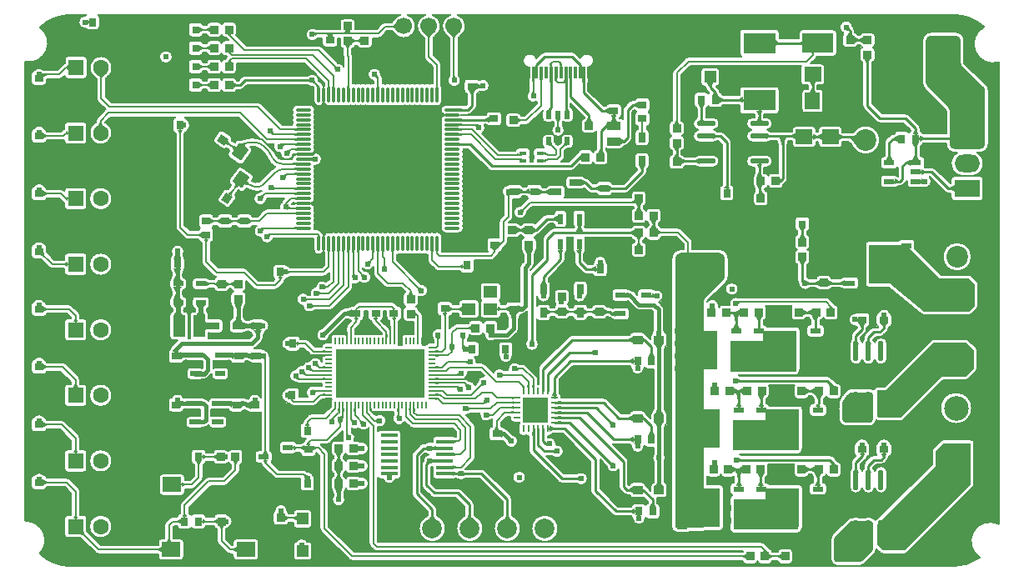
<source format=gtl>
G04 Layer: TopLayer*
G04 EasyEDA Pro v3.2.69, 2026-02-19 03:55:46*
G04 Gerber Generator version 0.3*
G04 Scale: 100 percent, Rotated: No, Reflected: No*
G04 Dimensions in millimeters*
G04 Leading zeros omitted, absolute positions, 4 integers and 5 decimals*
G04 Generated by one-click*
%FSLAX45Y45*%
%MOMM*%
%AMRect*21,1,$1,$2,0,0,$3*%
%AMRoundRect*1,1,$1,$2,$3*1,1,$1,$4,$5*1,1,$1,0-$2,0-$3*1,1,$1,0-$4,0-$5*20,1,$1,$2,$3,$4,$5,0*20,1,$1,$4,$5,0-$2,0-$3,0*20,1,$1,0-$2,0-$3,0-$4,0-$5,0*20,1,$1,0-$4,0-$5,$2,$3,0*4,1,4,$2,$3,$4,$5,0-$2,0-$3,0-$4,0-$5,$2,$3,0*%
%ADD10C,0.2032*%
%ADD11O,0.3X1.6*%
%ADD12O,1.6X0.3*%
%ADD13Rect,0.8X0.9X55.0*%
%ADD14Rect,0.8X0.9X145.0*%
%ADD15R,0.8X0.9*%
%ADD16R,0.3X1.3*%
%ADD17O,1.0X1.8*%
%ADD18O,1.0X2.0*%
%ADD19R,0.8180X0.86401*%
%ADD20R,0.80648X0.86401*%
%ADD21R,0.86401X0.80648*%
%ADD22R,0.9X0.8*%
%ADD23R,1.9X1.5*%
%ADD24R,0.8001X0.8001*%
%ADD25C,2.2*%
%ADD26O,2.59999X1.8*%
%ADD27R,2.59999X1.8*%
%ADD28R,1.25001X0.7*%
%ADD29R,0.7X0.205*%
%ADD30R,0.205X0.7*%
%ADD31R,9.00001X4.99999*%
%ADD32R,1.4X1.2*%
%ADD33R,1.07X0.6*%
%ADD34C,2.49999*%
%ADD35R,2.49999X2.49999*%
%ADD36C,2.0*%
%ADD37R,1.7X0.4*%
%ADD38O,0.58801X2.045*%
%ADD39R,1.0X0.6*%
%ADD40R,1.1X0.6*%
%ADD41R,3.39999X3.99999*%
%ADD42O,1.95021X0.5684*%
%ADD43R,1.72799X1.48501*%
%ADD44R,1.2X1.2*%
%ADD45R,3.32001X2.15001*%
%ADD46R,1.48501X1.72799*%
%ADD47R,1.04501X0.532*%
%ADD48R,1.2X2.2*%
%ADD49R,1.0X0.75001*%
%ADD50RoundRect,0.0885X-0.43835X0.39825X0.43835X0.39825*%
%ADD51R,0.665X0.28001*%
%ADD52R,0.28001X0.665*%
%ADD53R,2.55001X2.55001*%
%ADD54R,1.6X1.6*%
%ADD55C,1.6*%
%ADD56R,0.6X1.1*%
%ADD57R,1.0X0.55001*%
%ADD58R,1.157X0.48999*%
%ADD59R,1.175X0.48999*%
%ADD60R,0.75001X1.0*%
%ADD61Rect,1.4X1.2X55.0*%
%ADD62RoundRect,0.08X-0.66X-0.36X-0.66X0.36*%
%ADD63R,0.86401X0.8*%
%ADD64RoundRect,0.055X-0.24751X-0.345X-0.24751X0.345*%
%ADD65R,0.8X0.4*%
%ADD66R,1.7X1.7*%
%ADD67C,1.7*%
%ADD68C,0.61*%
%ADD69C,0.381*%
%ADD70C,0.254*%
%ADD71C,0.1524*%
G75*


G04 Copper Start*
G36*
G01X-5148984Y-3753210D02*
G01X-5160754Y-3730367D01*
G01X-5175414Y-3709262D01*
G01X-5192712Y-3690259D01*
G01X-5212349Y-3673684D01*
G01X-5233987Y-3659824D01*
G01X-5257254Y-3648916D01*
G01X-5281750Y-3641150D01*
G01X-5307051Y-3636657D01*
G01X-5332722Y-3635517D01*
G01X-5332742Y-3631284D01*
G01X-5332742Y-3204705D01*
G01X-5275129Y-3204705D01*
G01X-5275129Y-3284705D01*
G01X-5273376Y-3295772D01*
G01X-5268289Y-3305756D01*
G01X-5260366Y-3313679D01*
G01X-5250382Y-3318766D01*
G01X-5239315Y-3320519D01*
G01X-5149315Y-3320519D01*
G01X-5139395Y-3319118D01*
G01X-5130252Y-3315024D01*
G01X-5122600Y-3308558D01*
G01X-5117039Y-3300225D01*
G01X-5114003Y-3290679D01*
G01X-4932962Y-3290679D01*
G01X-4868532Y-3355109D01*
G01X-4868532Y-3576354D01*
G01X-4902558Y-3576354D01*
G01X-4913625Y-3578107D01*
G01X-4923609Y-3583194D01*
G01X-4931532Y-3591117D01*
G01X-4936619Y-3601101D01*
G01X-4938372Y-3612168D01*
G01X-4938372Y-3772167D01*
G01X-4936619Y-3783235D01*
G01X-4931532Y-3793218D01*
G01X-4923609Y-3801142D01*
G01X-4913625Y-3806229D01*
G01X-4902558Y-3807981D01*
G01X-4778479Y-3807981D01*
G01X-4773661Y-3808636D01*
G01X-4769191Y-3810552D01*
G01X-4620388Y-3959355D01*
G01X-4610867Y-3966661D01*
G01X-4599779Y-3971254D01*
G01X-4587880Y-3972820D01*
G01X-3984560Y-3972820D01*
G01X-3984560Y-4001846D01*
G01X-3982807Y-4012913D01*
G01X-3977720Y-4022897D01*
G01X-3969797Y-4030820D01*
G01X-3959813Y-4035907D01*
G01X-3948746Y-4037660D01*
G01X-3758746Y-4037660D01*
G01X-3747679Y-4035907D01*
G01X-3737695Y-4030820D01*
G01X-3729772Y-4022897D01*
G01X-3724685Y-4012913D01*
G01X-3722932Y-4001846D01*
G01X-3722932Y-3851846D01*
G01X-3724685Y-3840779D01*
G01X-3729772Y-3830796D01*
G01X-3737695Y-3822872D01*
G01X-3747679Y-3817785D01*
G01X-3758746Y-3816032D01*
G01X-3827772Y-3816032D01*
G01X-3827772Y-3694707D01*
G01X-3820150Y-3687086D01*
G01X-3791552Y-3687086D01*
G01X-3789564Y-3697917D01*
G01X-3784378Y-3707633D01*
G01X-3776486Y-3715313D01*
G01X-3766633Y-3720232D01*
G01X-3755752Y-3721925D01*
G01X-3675752Y-3721925D01*
G01X-3664111Y-3719981D01*
G01X-3653735Y-3714359D01*
G01X-3645749Y-3705669D01*
G01X-3637764Y-3714359D01*
G01X-3627387Y-3719981D01*
G01X-3615747Y-3721925D01*
G01X-3535747Y-3721925D01*
G01X-3524865Y-3720232D01*
G01X-3515013Y-3715313D01*
G01X-3507120Y-3707633D01*
G01X-3501935Y-3697917D01*
G01X-3499946Y-3687086D01*
G01X-3418022Y-3687086D01*
G01X-3415204Y-3698712D01*
G01X-3408715Y-3708762D01*
G01X-3399278Y-3716114D01*
G01X-3387946Y-3719948D01*
G01X-3387946Y-3837872D01*
G01X-3386379Y-3849771D01*
G01X-3381786Y-3860859D01*
G01X-3374480Y-3870381D01*
G01X-3285506Y-3959355D01*
G01X-3275985Y-3966661D01*
G01X-3264897Y-3971254D01*
G01X-3252998Y-3972820D01*
G01X-3224561Y-3972820D01*
G01X-3224561Y-4001846D01*
G01X-3222809Y-4012913D01*
G01X-3217722Y-4022897D01*
G01X-3209798Y-4030820D01*
G01X-3199815Y-4035907D01*
G01X-3188747Y-4037660D01*
G01X-2998748Y-4037660D01*
G01X-2987681Y-4035907D01*
G01X-2977697Y-4030820D01*
G01X-2969774Y-4022897D01*
G01X-2964687Y-4012913D01*
G01X-2962934Y-4001846D01*
G01X-2962934Y-3882250D01*
G01X-2614575Y-3882250D01*
G01X-2614575Y-4002250D01*
G01X-2612823Y-4013317D01*
G01X-2607736Y-4023301D01*
G01X-2599812Y-4031224D01*
G01X-2589829Y-4036311D01*
G01X-2578761Y-4038064D01*
G01X-2458762Y-4038064D01*
G01X-2447695Y-4036311D01*
G01X-2437711Y-4031224D01*
G01X-2429788Y-4023301D01*
G01X-2424701Y-4013317D01*
G01X-2422948Y-4002250D01*
G01X-2422948Y-3882250D01*
G01X-2424701Y-3871183D01*
G01X-2429788Y-3861199D01*
G01X-2437711Y-3853276D01*
G01X-2447695Y-3848189D01*
G01X-2458762Y-3846436D01*
G01X-2472139Y-3846436D01*
G01X-2481443Y-3834619D01*
G01X-2493172Y-3825202D01*
G01X-2506720Y-3818671D01*
G01X-2521392Y-3815360D01*
G01X-2536433Y-3815442D01*
G01X-2551068Y-3818910D01*
G01X-2564546Y-3825587D01*
G01X-2576172Y-3835130D01*
G01X-2585348Y-3847047D01*
G01X-2585348Y-3847047D01*
G01X-2594729Y-3850193D01*
G01X-2602892Y-3855786D01*
G01X-2609212Y-3863399D01*
G01X-2613209Y-3872451D01*
G01X-2614575Y-3882250D01*
G01X-2962934Y-3882250D01*
G01X-2962934Y-3851846D01*
G01X-2964687Y-3840779D01*
G01X-2969774Y-3830796D01*
G01X-2977697Y-3822872D01*
G01X-2987681Y-3817785D01*
G01X-2998748Y-3816032D01*
G01X-3188747Y-3816032D01*
G01X-3199815Y-3817785D01*
G01X-3209798Y-3822872D01*
G01X-3217722Y-3830796D01*
G01X-3222809Y-3840779D01*
G01X-3224561Y-3851846D01*
G01X-3224561Y-3880872D01*
G01X-3233955Y-3880872D01*
G01X-3295998Y-3818829D01*
G01X-3295998Y-3719948D01*
G01X-3285478Y-3716538D01*
G01X-3276500Y-3710082D01*
G01X-3269919Y-3701194D01*
G01X-3257305Y-3693303D01*
G01X-3246767Y-3682798D01*
G01X-3238836Y-3670208D01*
G01X-3233913Y-3656167D01*
G01X-3232243Y-3641382D01*
G01X-3233913Y-3626597D01*
G01X-3238836Y-3612556D01*
G01X-3246767Y-3599966D01*
G01X-3257305Y-3589461D01*
G01X-3269919Y-3581571D01*
G01X-3275552Y-3573654D01*
G01X-3283104Y-3567542D01*
G01X-3287314Y-3565722D01*
G01X-2818817Y-3565722D01*
G01X-2818817Y-3646369D01*
G01X-2817064Y-3657437D01*
G01X-2811977Y-3667420D01*
G01X-2804054Y-3675344D01*
G01X-2794070Y-3680431D01*
G01X-2783003Y-3682183D01*
G01X-2696602Y-3682183D01*
G01X-2686620Y-3680764D01*
G01X-2677429Y-3676618D01*
G01X-2669757Y-3670075D01*
G01X-2664213Y-3661653D01*
G01X-2661237Y-3652020D01*
G01X-2614575Y-3652020D01*
G01X-2614575Y-3675250D01*
G01X-2612823Y-3686318D01*
G01X-2607736Y-3696301D01*
G01X-2599812Y-3704225D01*
G01X-2589829Y-3709312D01*
G01X-2578761Y-3711064D01*
G01X-2458762Y-3711064D01*
G01X-2447695Y-3709312D01*
G01X-2437711Y-3704225D01*
G01X-2429788Y-3696301D01*
G01X-2424701Y-3686318D01*
G01X-2422948Y-3675250D01*
G01X-2422948Y-3555251D01*
G01X-2424701Y-3544184D01*
G01X-2429788Y-3534200D01*
G01X-2437711Y-3526277D01*
G01X-2447695Y-3521190D01*
G01X-2458762Y-3519437D01*
G01X-2578761Y-3519437D01*
G01X-2589829Y-3521190D01*
G01X-2599812Y-3526277D01*
G01X-2607736Y-3534200D01*
G01X-2612823Y-3544184D01*
G01X-2614575Y-3555251D01*
G01X-2614575Y-3560072D01*
G01X-2661237Y-3560072D01*
G01X-2663419Y-3552250D01*
G01X-2667306Y-3545122D01*
G01X-2672699Y-3539052D01*
G01X-2672734Y-3523233D01*
G01X-2676514Y-3507872D01*
G01X-2683825Y-3493844D01*
G01X-2694251Y-3481946D01*
G01X-2707197Y-3472856D01*
G01X-2721929Y-3467091D01*
G01X-2737606Y-3464979D01*
G01X-2753338Y-3466640D01*
G01X-2768229Y-3471981D01*
G01X-2781431Y-3480696D01*
G01X-2792193Y-3492290D01*
G01X-2799903Y-3506103D01*
G01X-2804122Y-3521349D01*
G01X-2804611Y-3537160D01*
G01X-2812246Y-3545046D01*
G01X-2817135Y-3554875D01*
G01X-2818817Y-3565722D01*
G01X-2818817Y-3565722D01*
G01X-3287314Y-3565722D01*
G01X-3292022Y-3563686D01*
G01X-3301648Y-3562368D01*
G01X-3382295Y-3562368D01*
G01X-3392781Y-3563937D01*
G01X-3402348Y-3568508D01*
G01X-3410157Y-3575679D01*
G01X-3415525Y-3584823D01*
G01X-3417980Y-3595138D01*
G01X-3499946Y-3595138D01*
G01X-3501935Y-3584306D01*
G01X-3507120Y-3574591D01*
G01X-3515013Y-3566910D01*
G01X-3524865Y-3561991D01*
G01X-3535747Y-3560298D01*
G01X-3615747Y-3560298D01*
G01X-3627387Y-3562242D01*
G01X-3637764Y-3567865D01*
G01X-3645749Y-3576554D01*
G01X-3652192Y-3569138D01*
G01X-3660408Y-3563751D01*
G01X-3669778Y-3560799D01*
G01X-3669778Y-3497089D01*
G01X-3451031Y-3278342D01*
G01X-3311578Y-3278342D01*
G01X-3299679Y-3276775D01*
G01X-3288591Y-3272183D01*
G01X-3279069Y-3264876D01*
G01X-3167057Y-3152864D01*
G01X-3159750Y-3143342D01*
G01X-3155158Y-3132254D01*
G01X-3153591Y-3120355D01*
G01X-3153591Y-3064539D01*
G01X-3143958Y-3061563D01*
G01X-3135536Y-3056019D01*
G01X-3128992Y-3048347D01*
G01X-3124847Y-3039156D01*
G01X-3123428Y-3029174D01*
G01X-3123428Y-2942773D01*
G01X-3125180Y-2931706D01*
G01X-3130267Y-2921722D01*
G01X-3138191Y-2913799D01*
G01X-3148174Y-2908712D01*
G01X-3159242Y-2906959D01*
G01X-3239889Y-2906959D01*
G01X-3250480Y-2908561D01*
G01X-3260123Y-2913222D01*
G01X-3267956Y-2920527D01*
G01X-3273279Y-2929822D01*
G01X-3277602Y-2927328D01*
G01X-3283158Y-2918967D01*
G01X-3290816Y-2912476D01*
G01X-3299975Y-2908366D01*
G01X-3309914Y-2906959D01*
G01X-3390562Y-2906959D01*
G01X-3401048Y-2908529D01*
G01X-3410615Y-2913099D01*
G01X-3418424Y-2920271D01*
G01X-3423791Y-2929414D01*
G01X-3426246Y-2939729D01*
G01X-3498422Y-2939729D01*
G01X-3500411Y-2928897D01*
G01X-3505596Y-2919182D01*
G01X-3513489Y-2911502D01*
G01X-3523341Y-2906582D01*
G01X-3534223Y-2904889D01*
G01X-3614223Y-2904889D01*
G01X-3625290Y-2906642D01*
G01X-3635274Y-2911729D01*
G01X-3643197Y-2919652D01*
G01X-3648284Y-2929636D01*
G01X-3650037Y-2940703D01*
G01X-3650037Y-3030703D01*
G01X-3648636Y-3040622D01*
G01X-3644542Y-3049766D01*
G01X-3638076Y-3057417D01*
G01X-3629744Y-3062979D01*
G01X-3620197Y-3066015D01*
G01X-3620197Y-3178790D01*
G01X-3663315Y-3221908D01*
G01X-3712838Y-3221908D01*
G01X-3712838Y-3221908D01*
G01X-3712838Y-3192882D01*
G01X-3714591Y-3181815D01*
G01X-3719678Y-3171831D01*
G01X-3727601Y-3163908D01*
G01X-3737585Y-3158821D01*
G01X-3748652Y-3157068D01*
G01X-3938652Y-3157068D01*
G01X-3949719Y-3158821D01*
G01X-3959703Y-3163908D01*
G01X-3967626Y-3171831D01*
G01X-3972713Y-3181815D01*
G01X-3974466Y-3192882D01*
G01X-3974466Y-3342882D01*
G01X-3972713Y-3353949D01*
G01X-3967626Y-3363932D01*
G01X-3959703Y-3371856D01*
G01X-3949719Y-3376943D01*
G01X-3938652Y-3378696D01*
G01X-3748652Y-3378696D01*
G01X-3737585Y-3376943D01*
G01X-3727601Y-3371856D01*
G01X-3719678Y-3363932D01*
G01X-3714591Y-3353949D01*
G01X-3712838Y-3342882D01*
G01X-3712838Y-3313856D01*
G01X-3644272Y-3313856D01*
G01X-3632373Y-3312289D01*
G01X-3621285Y-3307696D01*
G01X-3611763Y-3300390D01*
G01X-3541714Y-3230342D01*
G01X-3534408Y-3220820D01*
G01X-3529816Y-3209732D01*
G01X-3528249Y-3197833D01*
G01X-3528249Y-3066015D01*
G01X-3518878Y-3063063D01*
G01X-3510662Y-3057675D01*
G01X-3504219Y-3050258D01*
G01X-3500034Y-3041369D01*
G01X-3498422Y-3031677D01*
G01X-3426288Y-3031677D01*
G01X-3423951Y-3042129D01*
G01X-3418627Y-3051422D01*
G01X-3410794Y-3058726D01*
G01X-3401151Y-3063386D01*
G01X-3390562Y-3064988D01*
G01X-3309914Y-3064988D01*
G01X-3299975Y-3063581D01*
G01X-3290816Y-3059471D01*
G01X-3283158Y-3052980D01*
G01X-3277602Y-3044619D01*
G01X-3273279Y-3042125D01*
G01X-3268815Y-3050291D01*
G01X-3262398Y-3057031D01*
G01X-3254460Y-3061890D01*
G01X-3245539Y-3064539D01*
G01X-3245539Y-3101312D01*
G01X-3330621Y-3186394D01*
G01X-3470074Y-3186394D01*
G01X-3481973Y-3187960D01*
G01X-3493061Y-3192553D01*
G01X-3502582Y-3199859D01*
G01X-3748260Y-3445537D01*
G01X-3755566Y-3455059D01*
G01X-3760159Y-3466147D01*
G01X-3761726Y-3478046D01*
G01X-3761726Y-3560799D01*
G01X-3771097Y-3563752D01*
G01X-3779313Y-3569139D01*
G01X-3785756Y-3576557D01*
G01X-3789941Y-3585446D01*
G01X-3791552Y-3595138D01*
G01X-3839193Y-3595138D01*
G01X-3851092Y-3596704D01*
G01X-3862180Y-3601297D01*
G01X-3871702Y-3608603D01*
G01X-3906255Y-3643156D01*
G01X-3913561Y-3652677D01*
G01X-3918154Y-3663765D01*
G01X-3919720Y-3675664D01*
G01X-3919720Y-3816032D01*
G01X-3948746Y-3816032D01*
G01X-3959813Y-3817785D01*
G01X-3969797Y-3822872D01*
G01X-3977720Y-3830796D01*
G01X-3982807Y-3840779D01*
G01X-3984560Y-3851846D01*
G01X-3984560Y-3880872D01*
G01X-4568837Y-3880872D01*
G01X-4704174Y-3745535D01*
G01X-4706090Y-3741065D01*
G01X-4706744Y-3736247D01*
G01X-4706744Y-3692193D01*
G01X-4684372Y-3692193D01*
G01X-4682400Y-3713474D01*
G01X-4676551Y-3734030D01*
G01X-4667025Y-3753161D01*
G01X-4654146Y-3770216D01*
G01X-4638351Y-3784614D01*
G01X-4620181Y-3795865D01*
G01X-4600252Y-3803586D01*
G01X-4579244Y-3807513D01*
G01X-4557872Y-3807513D01*
G01X-4536864Y-3803586D01*
G01X-4516935Y-3795865D01*
G01X-4498765Y-3784614D01*
G01X-4482971Y-3770216D01*
G01X-4470091Y-3753161D01*
G01X-4460565Y-3734030D01*
G01X-4454716Y-3713474D01*
G01X-4452744Y-3692193D01*
G01X-4454716Y-3670912D01*
G01X-4460565Y-3650356D01*
G01X-4470091Y-3631225D01*
G01X-4482971Y-3614170D01*
G01X-4498765Y-3599772D01*
G01X-4516935Y-3588521D01*
G01X-4536864Y-3580800D01*
G01X-4557872Y-3576873D01*
G01X-4579244Y-3576873D01*
G01X-4600252Y-3580800D01*
G01X-4620181Y-3588521D01*
G01X-4638351Y-3599772D01*
G01X-4654146Y-3614170D01*
G01X-4667025Y-3631225D01*
G01X-4676551Y-3650356D01*
G01X-4682400Y-3670912D01*
G01X-4684372Y-3692193D01*
G01X-4684372Y-3692193D01*
G01X-4706744Y-3692193D01*
G01X-4706744Y-3612168D01*
G01X-4708497Y-3601101D01*
G01X-4713584Y-3591117D01*
G01X-4721507Y-3583194D01*
G01X-4731491Y-3578107D01*
G01X-4742558Y-3576354D01*
G01X-4776584Y-3576354D01*
G01X-4776584Y-3336066D01*
G01X-4778151Y-3324167D01*
G01X-4782743Y-3313079D01*
G01X-4790050Y-3303557D01*
G01X-4881411Y-3212196D01*
G01X-4890932Y-3204890D01*
G01X-4902020Y-3200297D01*
G01X-4913919Y-3198731D01*
G01X-5114003Y-3198731D01*
G01X-5117495Y-3188269D01*
G01X-5124005Y-3179366D01*
G01X-5132915Y-3172867D01*
G01X-5143380Y-3169386D01*
G01X-5155391Y-3158439D01*
G01X-5169704Y-3150743D01*
G01X-5185459Y-3146758D01*
G01X-5201711Y-3146725D01*
G01X-5217482Y-3150646D01*
G01X-5231826Y-3158285D01*
G01X-5243881Y-3169183D01*
G01X-5253802Y-3171952D01*
G01X-5262524Y-3177429D01*
G01X-5269327Y-3185162D01*
G01X-5273648Y-3194512D01*
G01X-5275129Y-3204705D01*
G01X-5332742Y-3204705D01*
G01X-5332742Y-2618036D01*
G01X-5275129Y-2618036D01*
G01X-5275129Y-2698036D01*
G01X-5273376Y-2709103D01*
G01X-5268289Y-2719087D01*
G01X-5260366Y-2727010D01*
G01X-5250382Y-2732097D01*
G01X-5239315Y-2733850D01*
G01X-5149315Y-2733850D01*
G01X-5139395Y-2732449D01*
G01X-5130252Y-2728355D01*
G01X-5122600Y-2721889D01*
G01X-5117039Y-2713557D01*
G01X-5114003Y-2704010D01*
G01X-4984706Y-2704010D01*
G01X-4868532Y-2820185D01*
G01X-4868532Y-2820185D01*
G01X-4868532Y-2910512D01*
G01X-4902558Y-2910512D01*
G01X-4913625Y-2912264D01*
G01X-4923609Y-2917351D01*
G01X-4931532Y-2925275D01*
G01X-4936619Y-2935258D01*
G01X-4938372Y-2946326D01*
G01X-4938372Y-3106325D01*
G01X-4936619Y-3117392D01*
G01X-4931532Y-3127376D01*
G01X-4923609Y-3135299D01*
G01X-4913625Y-3140386D01*
G01X-4902558Y-3142139D01*
G01X-4742558Y-3142139D01*
G01X-4731491Y-3140386D01*
G01X-4721507Y-3135299D01*
G01X-4713584Y-3127376D01*
G01X-4708497Y-3117392D01*
G01X-4706744Y-3106325D01*
G01X-4706744Y-3026351D01*
G01X-4684372Y-3026351D01*
G01X-4682400Y-3047632D01*
G01X-4676551Y-3068188D01*
G01X-4667025Y-3087319D01*
G01X-4654146Y-3104374D01*
G01X-4638351Y-3118772D01*
G01X-4620181Y-3130023D01*
G01X-4600252Y-3137744D01*
G01X-4579244Y-3141671D01*
G01X-4557872Y-3141671D01*
G01X-4536864Y-3137744D01*
G01X-4516935Y-3130023D01*
G01X-4498765Y-3118772D01*
G01X-4482971Y-3104374D01*
G01X-4470091Y-3087319D01*
G01X-4460565Y-3068188D01*
G01X-4454716Y-3047632D01*
G01X-4452744Y-3026351D01*
G01X-4454716Y-3005070D01*
G01X-4460565Y-2984514D01*
G01X-4470091Y-2965383D01*
G01X-4482971Y-2948328D01*
G01X-4498765Y-2933929D01*
G01X-4516935Y-2922679D01*
G01X-4536864Y-2914958D01*
G01X-4557872Y-2911031D01*
G01X-4579244Y-2911031D01*
G01X-4600252Y-2914958D01*
G01X-4620181Y-2922679D01*
G01X-4638351Y-2933929D01*
G01X-4654146Y-2948328D01*
G01X-4667025Y-2965383D01*
G01X-4676551Y-2984514D01*
G01X-4682400Y-3005070D01*
G01X-4684372Y-3026351D01*
G01X-4684372Y-3026351D01*
G01X-4706744Y-3026351D01*
G01X-4706744Y-2946326D01*
G01X-4708497Y-2935258D01*
G01X-4713584Y-2925275D01*
G01X-4721507Y-2917351D01*
G01X-4731491Y-2912264D01*
G01X-4742558Y-2910512D01*
G01X-4776584Y-2910512D01*
G01X-4776584Y-2801142D01*
G01X-4778151Y-2789243D01*
G01X-4782743Y-2778155D01*
G01X-4790050Y-2768633D01*
G01X-4933155Y-2625528D01*
G01X-4942676Y-2618222D01*
G01X-4953764Y-2613629D01*
G01X-4965663Y-2612062D01*
G01X-5114003Y-2612062D01*
G01X-5117076Y-2602439D01*
G01X-5122714Y-2594057D01*
G01X-5130468Y-2587583D01*
G01X-5139722Y-2583531D01*
G01X-5150269Y-2571930D01*
G01X-5163246Y-2563130D01*
G01X-5177925Y-2557622D01*
G01X-5193488Y-2555714D01*
G01X-5209063Y-2557514D01*
G01X-5223781Y-2562920D01*
G01X-5236818Y-2571630D01*
G01X-5247446Y-2583158D01*
G01X-5258474Y-2587778D01*
G01X-5267367Y-2595772D01*
G01X-5273133Y-2606247D01*
G01X-5275129Y-2618036D01*
G01X-5332742Y-2618036D01*
G01X-5332742Y-2031368D01*
G01X-5275129Y-2031368D01*
G01X-5275129Y-2111368D01*
G01X-5273376Y-2122435D01*
G01X-5268289Y-2132419D01*
G01X-5260366Y-2140342D01*
G01X-5250382Y-2145429D01*
G01X-5239315Y-2147182D01*
G01X-5149315Y-2147182D01*
G01X-5139395Y-2145781D01*
G01X-5130252Y-2141687D01*
G01X-5122600Y-2135221D01*
G01X-5117039Y-2126889D01*
G01X-5114003Y-2117342D01*
G01X-4977015Y-2117342D01*
G01X-4868532Y-2225825D01*
G01X-4868532Y-2244669D01*
G01X-4902558Y-2244669D01*
G01X-4902558Y-2244669D01*
G01X-4913625Y-2246422D01*
G01X-4923609Y-2251509D01*
G01X-4931532Y-2259432D01*
G01X-4936619Y-2269416D01*
G01X-4938372Y-2280483D01*
G01X-4938372Y-2440483D01*
G01X-4936619Y-2451550D01*
G01X-4931532Y-2461534D01*
G01X-4923609Y-2469457D01*
G01X-4913625Y-2474544D01*
G01X-4902558Y-2476297D01*
G01X-4742558Y-2476297D01*
G01X-4731491Y-2474544D01*
G01X-4721507Y-2469457D01*
G01X-4713584Y-2461534D01*
G01X-4708497Y-2451550D01*
G01X-4706744Y-2440483D01*
G01X-4706744Y-2360508D01*
G01X-4684372Y-2360508D01*
G01X-4682400Y-2381789D01*
G01X-4676551Y-2402345D01*
G01X-4667025Y-2421476D01*
G01X-4654146Y-2438532D01*
G01X-4638351Y-2452930D01*
G01X-4620181Y-2464181D01*
G01X-4600252Y-2471901D01*
G01X-4579244Y-2475828D01*
G01X-4557872Y-2475828D01*
G01X-4536864Y-2471901D01*
G01X-4516935Y-2464181D01*
G01X-4498765Y-2452930D01*
G01X-4482971Y-2438532D01*
G01X-4470091Y-2421476D01*
G01X-4460565Y-2402345D01*
G01X-4454716Y-2381789D01*
G01X-4452744Y-2360508D01*
G01X-4454716Y-2339228D01*
G01X-4460565Y-2318672D01*
G01X-4470091Y-2299540D01*
G01X-4482971Y-2282485D01*
G01X-4498765Y-2268087D01*
G01X-4516935Y-2256836D01*
G01X-4536864Y-2249116D01*
G01X-4557872Y-2245189D01*
G01X-4579244Y-2245189D01*
G01X-4600252Y-2249116D01*
G01X-4620181Y-2256836D01*
G01X-4638351Y-2268087D01*
G01X-4654146Y-2282485D01*
G01X-4667025Y-2299540D01*
G01X-4676551Y-2318672D01*
G01X-4682400Y-2339228D01*
G01X-4684372Y-2360508D01*
G01X-4684372Y-2360508D01*
G01X-4706744Y-2360508D01*
G01X-4706744Y-2280483D01*
G01X-4708497Y-2269416D01*
G01X-4713584Y-2259432D01*
G01X-4721507Y-2251509D01*
G01X-4731491Y-2246422D01*
G01X-4742558Y-2244669D01*
G01X-4776584Y-2244669D01*
G01X-4776584Y-2206782D01*
G01X-4778151Y-2194883D01*
G01X-4782743Y-2183795D01*
G01X-4790050Y-2174273D01*
G01X-4925463Y-2038859D01*
G01X-4934985Y-2031553D01*
G01X-4946073Y-2026960D01*
G01X-4957972Y-2025394D01*
G01X-5114003Y-2025394D01*
G01X-5117058Y-2015807D01*
G01X-5122660Y-2007448D01*
G01X-5130365Y-2000978D01*
G01X-5139567Y-1996906D01*
G01X-5150117Y-1985219D01*
G01X-5163125Y-1976349D01*
G01X-5177857Y-1970795D01*
G01X-5193484Y-1968871D01*
G01X-5209124Y-1970685D01*
G01X-5223895Y-1976134D01*
G01X-5236965Y-1984913D01*
G01X-5247597Y-1996525D01*
G01X-5258573Y-2001173D01*
G01X-5267415Y-2009164D01*
G01X-5273145Y-2019615D01*
G01X-5275129Y-2031368D01*
G01X-5332742Y-2031368D01*
G01X-5332742Y-1444700D01*
G01X-5275129Y-1444700D01*
G01X-5275129Y-1524700D01*
G01X-5273376Y-1535767D01*
G01X-5268289Y-1545751D01*
G01X-5260366Y-1553674D01*
G01X-5250382Y-1558761D01*
G01X-5239315Y-1560514D01*
G01X-5149315Y-1560514D01*
G01X-5139395Y-1559113D01*
G01X-5130252Y-1555019D01*
G01X-5122600Y-1548553D01*
G01X-5117039Y-1540221D01*
G01X-5114003Y-1530674D01*
G01X-4909887Y-1530674D01*
G01X-4868532Y-1572029D01*
G01X-4868532Y-1578827D01*
G01X-4902558Y-1578827D01*
G01X-4913625Y-1580580D01*
G01X-4923609Y-1585667D01*
G01X-4931532Y-1593590D01*
G01X-4936619Y-1603574D01*
G01X-4938372Y-1614641D01*
G01X-4938372Y-1774641D01*
G01X-4936619Y-1785708D01*
G01X-4931532Y-1795692D01*
G01X-4923609Y-1803615D01*
G01X-4913625Y-1808702D01*
G01X-4902558Y-1810455D01*
G01X-4742558Y-1810455D01*
G01X-4731491Y-1808702D01*
G01X-4721507Y-1803615D01*
G01X-4713584Y-1795692D01*
G01X-4708497Y-1785708D01*
G01X-4706744Y-1774641D01*
G01X-4706744Y-1694666D01*
G01X-4684372Y-1694666D01*
G01X-4682400Y-1715947D01*
G01X-4676551Y-1736503D01*
G01X-4667025Y-1755634D01*
G01X-4654146Y-1772689D01*
G01X-4638351Y-1787088D01*
G01X-4620181Y-1798338D01*
G01X-4600252Y-1806059D01*
G01X-4579244Y-1809986D01*
G01X-4557872Y-1809986D01*
G01X-4536864Y-1806059D01*
G01X-4516935Y-1798338D01*
G01X-4498765Y-1787088D01*
G01X-4482971Y-1772689D01*
G01X-4470091Y-1755634D01*
G01X-4460565Y-1736503D01*
G01X-4454716Y-1715947D01*
G01X-4452744Y-1694666D01*
G01X-4454716Y-1673385D01*
G01X-4460565Y-1652829D01*
G01X-4470091Y-1633698D01*
G01X-4482971Y-1616643D01*
G01X-4498765Y-1602245D01*
G01X-4516935Y-1590994D01*
G01X-4536864Y-1583273D01*
G01X-4557872Y-1579346D01*
G01X-4579244Y-1579346D01*
G01X-4600252Y-1583273D01*
G01X-4620181Y-1590994D01*
G01X-4638351Y-1602245D01*
G01X-4654146Y-1616643D01*
G01X-4667025Y-1633698D01*
G01X-4676551Y-1652829D01*
G01X-4682400Y-1673385D01*
G01X-4684372Y-1694666D01*
G01X-4684372Y-1694666D01*
G01X-4706744Y-1694666D01*
G01X-4706744Y-1614641D01*
G01X-4708497Y-1603574D01*
G01X-4713584Y-1593590D01*
G01X-4721507Y-1585667D01*
G01X-4731491Y-1580580D01*
G01X-4742558Y-1578827D01*
G01X-4776584Y-1578827D01*
G01X-4776584Y-1552986D01*
G01X-4776584Y-1552986D01*
G01X-4778151Y-1541087D01*
G01X-4782743Y-1529999D01*
G01X-4790050Y-1520477D01*
G01X-4858335Y-1452191D01*
G01X-4867857Y-1444885D01*
G01X-4878945Y-1440292D01*
G01X-4890844Y-1438726D01*
G01X-5114003Y-1438726D01*
G01X-5116840Y-1429599D01*
G01X-5121991Y-1421547D01*
G01X-5129087Y-1415145D01*
G01X-5137625Y-1410847D01*
G01X-5146840Y-1399314D01*
G01X-5158379Y-1390105D01*
G01X-5171670Y-1383677D01*
G01X-5186053Y-1380349D01*
G01X-5200816Y-1380286D01*
G01X-5215227Y-1383490D01*
G01X-5228572Y-1389803D01*
G01X-5240190Y-1398912D01*
G01X-5249504Y-1410366D01*
G01X-5259804Y-1415326D01*
G01X-5268016Y-1423279D01*
G01X-5273304Y-1433415D01*
G01X-5275129Y-1444700D01*
G01X-5332742Y-1444700D01*
G01X-5332742Y-858032D01*
G01X-5275129Y-858032D01*
G01X-5275129Y-938031D01*
G01X-5273376Y-949099D01*
G01X-5268289Y-959082D01*
G01X-5260366Y-967006D01*
G01X-5250382Y-972093D01*
G01X-5239315Y-973845D01*
G01X-5185236Y-973845D01*
G01X-5180417Y-974500D01*
G01X-5175948Y-976416D01*
G01X-5091056Y-1061307D01*
G01X-5091056Y-1061307D01*
G01X-5081535Y-1068613D01*
G01X-5070447Y-1073206D01*
G01X-5058548Y-1074772D01*
G01X-4938372Y-1074772D01*
G01X-4938372Y-1108798D01*
G01X-4936619Y-1119865D01*
G01X-4931532Y-1129849D01*
G01X-4923609Y-1137772D01*
G01X-4913625Y-1142859D01*
G01X-4902558Y-1144612D01*
G01X-4742558Y-1144612D01*
G01X-4731491Y-1142859D01*
G01X-4721507Y-1137772D01*
G01X-4713584Y-1129849D01*
G01X-4708497Y-1119865D01*
G01X-4706744Y-1108798D01*
G01X-4706744Y-1028824D01*
G01X-4684372Y-1028824D01*
G01X-4682400Y-1050104D01*
G01X-4676551Y-1070660D01*
G01X-4667025Y-1089792D01*
G01X-4654146Y-1106847D01*
G01X-4638351Y-1121245D01*
G01X-4620181Y-1132496D01*
G01X-4600252Y-1140216D01*
G01X-4579244Y-1144143D01*
G01X-4557872Y-1144143D01*
G01X-4536864Y-1140216D01*
G01X-4516935Y-1132496D01*
G01X-4498765Y-1121245D01*
G01X-4482971Y-1106847D01*
G01X-4470091Y-1089792D01*
G01X-4460565Y-1070660D01*
G01X-4454716Y-1050104D01*
G01X-4452744Y-1028824D01*
G01X-4454716Y-1007543D01*
G01X-4460565Y-986987D01*
G01X-4470091Y-967856D01*
G01X-4482971Y-950800D01*
G01X-4498765Y-936402D01*
G01X-4516935Y-925151D01*
G01X-4536864Y-917431D01*
G01X-4557872Y-913504D01*
G01X-4579244Y-913504D01*
G01X-4600252Y-917431D01*
G01X-4620181Y-925151D01*
G01X-4638351Y-936402D01*
G01X-4654146Y-950800D01*
G01X-4667025Y-967856D01*
G01X-4676551Y-986987D01*
G01X-4682400Y-1007543D01*
G01X-4684372Y-1028824D01*
G01X-4684372Y-1028824D01*
G01X-4706744Y-1028824D01*
G01X-4706744Y-948798D01*
G01X-4708497Y-937731D01*
G01X-4713584Y-927748D01*
G01X-4721507Y-919824D01*
G01X-4731491Y-914737D01*
G01X-4742558Y-912984D01*
G01X-4902558Y-912984D01*
G01X-4913625Y-914737D01*
G01X-4923609Y-919824D01*
G01X-4931532Y-927748D01*
G01X-4936619Y-937731D01*
G01X-4938372Y-948798D01*
G01X-4938372Y-982824D01*
G01X-5039505Y-982824D01*
G01X-5110930Y-911399D01*
G01X-5112846Y-906929D01*
G01X-5113501Y-902110D01*
G01X-5113501Y-858032D01*
G01X-5115336Y-846713D01*
G01X-5120655Y-836555D01*
G01X-5128912Y-828598D01*
G01X-5139260Y-823658D01*
G01X-5149814Y-811799D01*
G01X-5162884Y-802788D01*
G01X-5177721Y-797142D01*
G01X-5193476Y-795184D01*
G01X-5209244Y-797027D01*
G01X-5224122Y-802565D01*
G01X-5237258Y-811480D01*
G01X-5247898Y-823261D01*
G01X-5258768Y-827962D01*
G01X-5267511Y-835950D01*
G01X-5273171Y-846352D01*
G01X-5275129Y-858032D01*
G01X-5332742Y-858032D01*
G01X-5332742Y-271363D01*
G01X-5275129Y-271363D01*
G01X-5275129Y-351363D01*
G01X-5273376Y-362430D01*
G01X-5268289Y-372414D01*
G01X-5260366Y-380337D01*
G01X-5250382Y-385424D01*
G01X-5239315Y-387177D01*
G01X-5149315Y-387177D01*
G01X-5139395Y-385776D01*
G01X-5130252Y-381682D01*
G01X-5122600Y-375216D01*
G01X-5117039Y-366884D01*
G01X-5114003Y-357337D01*
G01X-4993514Y-357337D01*
G01X-4955386Y-395464D01*
G01X-4947476Y-401795D01*
G01X-4938372Y-406240D01*
G01X-4938372Y-442956D01*
G01X-4938372Y-442956D01*
G01X-4936619Y-454023D01*
G01X-4931532Y-464007D01*
G01X-4923609Y-471930D01*
G01X-4913625Y-477017D01*
G01X-4902558Y-478770D01*
G01X-4742558Y-478770D01*
G01X-4731491Y-477017D01*
G01X-4721507Y-471930D01*
G01X-4713584Y-464007D01*
G01X-4708497Y-454023D01*
G01X-4706744Y-442956D01*
G01X-4706744Y-362981D01*
G01X-4684372Y-362981D01*
G01X-4682400Y-384262D01*
G01X-4676551Y-404818D01*
G01X-4667025Y-423949D01*
G01X-4654146Y-441005D01*
G01X-4638351Y-455403D01*
G01X-4620181Y-466654D01*
G01X-4600252Y-474374D01*
G01X-4579244Y-478301D01*
G01X-4557872Y-478301D01*
G01X-4536864Y-474374D01*
G01X-4516935Y-466654D01*
G01X-4498765Y-455403D01*
G01X-4482971Y-441005D01*
G01X-4470091Y-423949D01*
G01X-4460565Y-404818D01*
G01X-4454716Y-384262D01*
G01X-4452744Y-362981D01*
G01X-4454716Y-341701D01*
G01X-4460565Y-321144D01*
G01X-4470091Y-302013D01*
G01X-4482971Y-284958D01*
G01X-4498765Y-270560D01*
G01X-4516935Y-259309D01*
G01X-4536864Y-251589D01*
G01X-4557872Y-247661D01*
G01X-4579244Y-247661D01*
G01X-4600252Y-251589D01*
G01X-4620181Y-259309D01*
G01X-4638351Y-270560D01*
G01X-4654146Y-284958D01*
G01X-4667025Y-302013D01*
G01X-4676551Y-321144D01*
G01X-4682400Y-341701D01*
G01X-4684372Y-362981D01*
G01X-4684372Y-362981D01*
G01X-4706744Y-362981D01*
G01X-4706744Y-282956D01*
G01X-4708497Y-271889D01*
G01X-4713584Y-261905D01*
G01X-4721507Y-253982D01*
G01X-4731491Y-248895D01*
G01X-4742558Y-247142D01*
G01X-4902558Y-247142D01*
G01X-4913528Y-248864D01*
G01X-4923444Y-253863D01*
G01X-4931352Y-261659D01*
G01X-4936491Y-271503D01*
G01X-4938368Y-282448D01*
G01X-4941962Y-278855D01*
G01X-4951484Y-271548D01*
G01X-4962572Y-266956D01*
G01X-4974471Y-265389D01*
G01X-5114003Y-265389D01*
G01X-5116905Y-256123D01*
G01X-5122190Y-247977D01*
G01X-5129469Y-241551D01*
G01X-5138207Y-237315D01*
G01X-5148760Y-224846D01*
G01X-5162041Y-215334D01*
G01X-5177245Y-209358D01*
G01X-5193448Y-207280D01*
G01X-5209667Y-209226D01*
G01X-5224919Y-215078D01*
G01X-5238277Y-224481D01*
G01X-5248932Y-236865D01*
G01X-5259436Y-241736D01*
G01X-5267837Y-249704D01*
G01X-5273257Y-259936D01*
G01X-5275129Y-271363D01*
G01X-5332742Y-271363D01*
G01X-5332742Y315305D01*
G01X-5275129Y315305D01*
G01X-5275129Y235305D01*
G01X-5273376Y224238D01*
G01X-5268289Y214254D01*
G01X-5260366Y206331D01*
G01X-5250382Y201244D01*
G01X-5239315Y199491D01*
G01X-5149315Y199491D01*
G01X-5139395Y200892D01*
G01X-5130252Y204986D01*
G01X-5122600Y211452D01*
G01X-5117039Y219785D01*
G01X-5114003Y229331D01*
G01X-4950459Y229331D01*
G01X-4938372Y230949D01*
G01X-4938372Y222887D01*
G01X-4936619Y211819D01*
G01X-4931532Y201836D01*
G01X-4923609Y193912D01*
G01X-4913625Y188825D01*
G01X-4902558Y187073D01*
G01X-4742558Y187073D01*
G01X-4731491Y188825D01*
G01X-4721507Y193912D01*
G01X-4713584Y201836D01*
G01X-4708497Y211819D01*
G01X-4706744Y222887D01*
G01X-4706744Y312669D01*
G01X-4683956Y312669D01*
G01X-4683803Y291395D01*
G01X-4679761Y270508D01*
G01X-4671967Y250713D01*
G01X-4660683Y232677D01*
G01X-4646291Y217010D01*
G01X-4629276Y204240D01*
G01X-4610212Y194797D01*
G01X-4589742Y189001D01*
G01X-4568558Y187047D01*
G01X-4547374Y189001D01*
G01X-4526904Y194797D01*
G01X-4507840Y204240D01*
G01X-4490825Y217010D01*
G01X-4476433Y232677D01*
G01X-4465149Y250713D01*
G01X-4457355Y270508D01*
G01X-4453313Y291395D01*
G01X-4453160Y312669D01*
G01X-4456901Y333612D01*
G01X-4464410Y353517D01*
G01X-4475433Y371713D01*
G01X-4489598Y387585D01*
G01X-4506428Y400599D01*
G01X-4513454Y406429D01*
G01X-4519677Y412296D01*
G01X-4519848Y412484D01*
G01X-4469515Y462742D01*
G01X-3811601Y462742D01*
G01X-3822006Y457827D01*
G01X-3830315Y449865D01*
G01X-3835671Y439680D01*
G01X-3837519Y428322D01*
G01X-3837519Y338322D01*
G01X-3836118Y328403D01*
G01X-3832025Y319259D01*
G01X-3825559Y311608D01*
G01X-3817226Y306046D01*
G01X-3807679Y303010D01*
G01X-3807679Y-652450D01*
G01X-3806113Y-664349D01*
G01X-3801520Y-675437D01*
G01X-3794214Y-684959D01*
G01X-3715190Y-763983D01*
G01X-3705668Y-771289D01*
G01X-3694580Y-775882D01*
G01X-3682681Y-777448D01*
G01X-3576853Y-777448D01*
G01X-3572987Y-788613D01*
G01X-3565699Y-797913D01*
G01X-3555781Y-804335D01*
G01X-3544314Y-807181D01*
G01X-3544314Y-1004970D01*
G01X-3542747Y-1016869D01*
G01X-3538155Y-1027957D01*
G01X-3530848Y-1037478D01*
G01X-3423334Y-1144992D01*
G01X-3415729Y-1151129D01*
G01X-3406999Y-1155519D01*
G01X-3397538Y-1157965D01*
G01X-3406290Y-1163805D01*
G01X-3412967Y-1171935D01*
G01X-3416994Y-1181655D01*
G01X-3468368Y-1181655D01*
G01X-3468747Y-1181624D01*
G01X-3476737Y-1172856D01*
G01X-3487151Y-1167179D01*
G01X-3498848Y-1165215D01*
G01X-3603349Y-1165215D01*
G01X-3614416Y-1166968D01*
G01X-3624400Y-1172055D01*
G01X-3632323Y-1179978D01*
G01X-3637410Y-1189962D01*
G01X-3639163Y-1201029D01*
G01X-3639163Y-1254229D01*
G01X-3637410Y-1265297D01*
G01X-3632323Y-1275280D01*
G01X-3624400Y-1283204D01*
G01X-3614416Y-1288291D01*
G01X-3603349Y-1290043D01*
G01X-3498848Y-1290043D01*
G01X-3487151Y-1288079D01*
G01X-3476737Y-1282402D01*
G01X-3468747Y-1273635D01*
G01X-3468368Y-1273603D01*
G01X-3419033Y-1273603D01*
G01X-3417940Y-1274007D01*
G01X-3415493Y-1284331D01*
G01X-3410129Y-1293485D01*
G01X-3402318Y-1300666D01*
G01X-3392746Y-1305243D01*
G01X-3382252Y-1306815D01*
G01X-3295852Y-1306815D01*
G01X-3285869Y-1305396D01*
G01X-3276678Y-1301250D01*
G01X-3269006Y-1294707D01*
G01X-3263463Y-1286285D01*
G01X-3260486Y-1276651D01*
G01X-3249216Y-1276651D01*
G01X-3245965Y-1286854D01*
G01X-3239843Y-1295639D01*
G01X-3231398Y-1302222D01*
G01X-3221384Y-1306014D01*
G01X-3230506Y-1309321D01*
G01X-3238406Y-1314956D01*
G01X-3244503Y-1322504D01*
G01X-3248350Y-1331412D01*
G01X-3249664Y-1341026D01*
G01X-3249664Y-1421674D01*
G01X-3248400Y-1431107D01*
G01X-3244695Y-1439874D01*
G01X-3238812Y-1447356D01*
G01X-3231603Y-1456523D01*
G01X-3227064Y-1467265D01*
G01X-3225514Y-1478824D01*
G01X-3225514Y-1560407D01*
G01X-3227466Y-1572037D01*
G01X-3233107Y-1582392D01*
G01X-3242434Y-1585572D01*
G01X-3250542Y-1591174D01*
G01X-3256816Y-1598774D01*
G01X-3260781Y-1607796D01*
G01X-3262137Y-1617557D01*
G01X-3262137Y-1692558D01*
G01X-3260384Y-1703626D01*
G01X-3255297Y-1713609D01*
G01X-3247374Y-1721533D01*
G01X-3237390Y-1726620D01*
G01X-3226323Y-1728372D01*
G01X-3126323Y-1728372D01*
G01X-3115320Y-1726640D01*
G01X-3105381Y-1721611D01*
G01X-3095082Y-1715603D01*
G01X-3083823Y-1711680D01*
G01X-3072020Y-1709987D01*
G01X-3060884Y-1711825D01*
G01X-3050439Y-1716100D01*
G01X-3041210Y-1722597D01*
G01X-3041006Y-1722777D01*
G01X-3033929Y-1730881D01*
G01X-3029261Y-1740576D01*
G01X-3027340Y-1751163D01*
G01X-3056935Y-1780758D01*
G01X-3475036Y-1780758D01*
G01X-3472329Y-1773114D01*
G01X-3471411Y-1765058D01*
G01X-3471411Y-1726777D01*
G01X-3460841Y-1728372D01*
G01X-3360841Y-1728372D01*
G01X-3349774Y-1726620D01*
G01X-3339790Y-1721533D01*
G01X-3331867Y-1713609D01*
G01X-3326780Y-1703626D01*
G01X-3325027Y-1692558D01*
G01X-3325027Y-1617557D01*
G01X-3326780Y-1606490D01*
G01X-3331867Y-1596506D01*
G01X-3339790Y-1588583D01*
G01X-3349774Y-1583496D01*
G01X-3360841Y-1581743D01*
G01X-3460841Y-1581743D01*
G01X-3471411Y-1583339D01*
G01X-3471411Y-1545058D01*
G01X-3472739Y-1535396D01*
G01X-3476625Y-1526450D01*
G01X-3482780Y-1518884D01*
G01X-3488787Y-1511906D01*
G01X-3493145Y-1503795D01*
G01X-3495648Y-1494934D01*
G01X-3492784Y-1486077D01*
G01X-3487723Y-1478264D01*
G01X-3477761Y-1473169D01*
G01X-3469856Y-1465248D01*
G01X-3464783Y-1455274D01*
G01X-3463034Y-1444221D01*
G01X-3463034Y-1391021D01*
G01X-3464787Y-1379954D01*
G01X-3469874Y-1369970D01*
G01X-3477798Y-1362047D01*
G01X-3487781Y-1356960D01*
G01X-3498848Y-1355207D01*
G01X-3603349Y-1355207D01*
G01X-3614416Y-1356960D01*
G01X-3624400Y-1362047D01*
G01X-3632323Y-1369970D01*
G01X-3637410Y-1379954D01*
G01X-3639163Y-1391021D01*
G01X-3639163Y-1444221D01*
G01X-3637415Y-1455274D01*
G01X-3632341Y-1465248D01*
G01X-3624437Y-1473169D01*
G01X-3614474Y-1478264D01*
G01X-3609478Y-1485942D01*
G01X-3606605Y-1494640D01*
G01X-3609003Y-1502308D01*
G01X-3613059Y-1509244D01*
G01X-3627225Y-1509244D01*
G01X-3638292Y-1510997D01*
G01X-3648276Y-1516084D01*
G01X-3656199Y-1524007D01*
G01X-3661286Y-1533991D01*
G01X-3663039Y-1545058D01*
G01X-3663039Y-1765058D01*
G01X-3662121Y-1773114D01*
G01X-3659414Y-1780758D01*
G01X-3680675Y-1780758D01*
G01X-3677968Y-1773114D01*
G01X-3677050Y-1765058D01*
G01X-3677050Y-1545058D01*
G01X-3678803Y-1533991D01*
G01X-3683890Y-1524007D01*
G01X-3691813Y-1516084D01*
G01X-3701797Y-1510997D01*
G01X-3712864Y-1509244D01*
G01X-3718653Y-1509244D01*
G01X-3722709Y-1502308D01*
G01X-3725107Y-1494640D01*
G01X-3722234Y-1485942D01*
G01X-3717238Y-1478264D01*
G01X-3707275Y-1473169D01*
G01X-3699371Y-1465248D01*
G01X-3694297Y-1455274D01*
G01X-3692549Y-1444221D01*
G01X-3692549Y-1391021D01*
G01X-3694273Y-1380042D01*
G01X-3699280Y-1370120D01*
G01X-3707088Y-1362211D01*
G01X-3716945Y-1357076D01*
G01X-3727901Y-1355210D01*
G01X-3733178Y-1345115D01*
G01X-3734999Y-1333871D01*
G01X-3734999Y-1311379D01*
G01X-3733178Y-1300135D01*
G01X-3727901Y-1290040D01*
G01X-3716945Y-1288174D01*
G01X-3707088Y-1283040D01*
G01X-3699280Y-1275131D01*
G01X-3694273Y-1265209D01*
G01X-3692549Y-1254229D01*
G01X-3692549Y-1201029D01*
G01X-3694273Y-1190050D01*
G01X-3699280Y-1180128D01*
G01X-3707088Y-1172219D01*
G01X-3716945Y-1167084D01*
G01X-3727901Y-1165218D01*
G01X-3733178Y-1155123D01*
G01X-3734999Y-1143879D01*
G01X-3734999Y-1125480D01*
G01X-3733562Y-1113268D01*
G01X-3729330Y-1101724D01*
G01X-3722534Y-1091477D01*
G01X-3717908Y-1084501D01*
G01X-3715027Y-1076643D01*
G01X-3714049Y-1068330D01*
G01X-3714049Y-978330D01*
G01X-3715730Y-967488D01*
G01X-3720613Y-957664D01*
G01X-3727281Y-945635D01*
G01X-3731189Y-932449D01*
G01X-3724361Y-918316D01*
G01X-3721046Y-902975D01*
G01X-3721429Y-887284D01*
G01X-3725489Y-872122D01*
G01X-3732999Y-858340D01*
G01X-3743538Y-846708D01*
G01X-3756515Y-837879D01*
G01X-3771203Y-832348D01*
G01X-3786781Y-830423D01*
G01X-3802374Y-832214D01*
G01X-3817110Y-837619D01*
G01X-3830162Y-846336D01*
G01X-3840801Y-857876D01*
G01X-3848429Y-871594D01*
G01X-3852619Y-886720D01*
G01X-3853137Y-902407D01*
G01X-3849954Y-917777D01*
G01X-3843247Y-931967D01*
G01X-3847752Y-943272D01*
G01X-3855131Y-952949D01*
G01X-3860852Y-960377D01*
G01X-3864450Y-969035D01*
G01X-3865677Y-978330D01*
G01X-3865677Y-1068330D01*
G01X-3864699Y-1076643D01*
G01X-3861818Y-1084501D01*
G01X-3857192Y-1091477D01*
G01X-3850396Y-1101724D01*
G01X-3846164Y-1113268D01*
G01X-3844727Y-1125480D01*
G01X-3844727Y-1143879D01*
G01X-3846270Y-1155475D01*
G01X-3850792Y-1166264D01*
G01X-3857977Y-1175496D01*
G01X-3863780Y-1182951D01*
G01X-3867431Y-1191664D01*
G01X-3868678Y-1201029D01*
G01X-3868678Y-1254229D01*
G01X-3867431Y-1263594D01*
G01X-3863780Y-1272308D01*
G01X-3857977Y-1279763D01*
G01X-3850792Y-1288994D01*
G01X-3846270Y-1299783D01*
G01X-3844727Y-1311379D01*
G01X-3844727Y-1333871D01*
G01X-3846270Y-1345467D01*
G01X-3850792Y-1356256D01*
G01X-3857977Y-1365488D01*
G01X-3857977Y-1365488D01*
G01X-3863780Y-1372943D01*
G01X-3867431Y-1381656D01*
G01X-3868678Y-1391021D01*
G01X-3868678Y-1444221D01*
G01X-3866929Y-1455274D01*
G01X-3861856Y-1465248D01*
G01X-3853951Y-1473169D01*
G01X-3843989Y-1478264D01*
G01X-3838992Y-1485942D01*
G01X-3836119Y-1494640D01*
G01X-3838992Y-1503338D01*
G01X-3843989Y-1511016D01*
G01X-3853951Y-1516111D01*
G01X-3861856Y-1524032D01*
G01X-3866929Y-1534005D01*
G01X-3868678Y-1545058D01*
G01X-3868678Y-1765058D01*
G01X-3866925Y-1776125D01*
G01X-3861838Y-1786109D01*
G01X-3853914Y-1794032D01*
G01X-3843931Y-1799119D01*
G01X-3832864Y-1800872D01*
G01X-3790281Y-1800872D01*
G01X-3845673Y-1856263D01*
G01X-3853218Y-1865687D01*
G01X-3858520Y-1876533D01*
G01X-3861321Y-1888276D01*
G01X-3870400Y-1893661D01*
G01X-3877515Y-1901460D01*
G01X-3882047Y-1910994D01*
G01X-3883603Y-1921435D01*
G01X-3883603Y-2001435D01*
G01X-3881850Y-2012502D01*
G01X-3876763Y-2022486D01*
G01X-3868840Y-2030409D01*
G01X-3858856Y-2035496D01*
G01X-3847789Y-2037249D01*
G01X-3757789Y-2037249D01*
G01X-3747033Y-2035596D01*
G01X-3737270Y-2030788D01*
G01X-3729402Y-2023270D01*
G01X-3724154Y-2013737D01*
G01X-3715515Y-2008127D01*
G01X-3705632Y-2005224D01*
G01X-3687380Y-2007478D01*
G01X-3669502Y-2011791D01*
G01X-3659137Y-2013323D01*
G01X-3559137Y-2013323D01*
G01X-3550742Y-2012326D01*
G01X-3542816Y-2009388D01*
G01X-3542473Y-2009214D01*
G01X-3534844Y-2016843D01*
G01X-3534844Y-2080359D01*
G01X-3537895Y-2083410D01*
G01X-3540449Y-2081974D01*
G01X-3549430Y-2078052D01*
G01X-3559137Y-2076712D01*
G01X-3659137Y-2076712D01*
G01X-3670204Y-2078464D01*
G01X-3680188Y-2083551D01*
G01X-3688111Y-2091475D01*
G01X-3693198Y-2101458D01*
G01X-3694951Y-2112526D01*
G01X-3694951Y-2167527D01*
G01X-3693198Y-2178594D01*
G01X-3688111Y-2188578D01*
G01X-3680188Y-2196501D01*
G01X-3670204Y-2201588D01*
G01X-3659137Y-2203341D01*
G01X-3559137Y-2203341D01*
G01X-3548903Y-2201847D01*
G01X-3534408Y-2198646D01*
G01X-3519604Y-2197572D01*
G01X-3505404Y-2195702D01*
G01X-3492172Y-2190222D01*
G01X-3480809Y-2181503D01*
G01X-3441185Y-2141879D01*
G01X-3440672Y-2141358D01*
G01X-3440672Y-2167527D01*
G01X-3438919Y-2178594D01*
G01X-3433832Y-2188578D01*
G01X-3425908Y-2196501D01*
G01X-3415925Y-2201588D01*
G01X-3404858Y-2203341D01*
G01X-3304858Y-2203341D01*
G01X-3293791Y-2201588D01*
G01X-3283807Y-2196501D01*
G01X-3275884Y-2188578D01*
G01X-3270797Y-2178594D01*
G01X-3269044Y-2167527D01*
G01X-3269044Y-2112526D01*
G01X-3270797Y-2101458D01*
G01X-3275884Y-2091475D01*
G01X-3283807Y-2083551D01*
G01X-3293791Y-2078464D01*
G01X-3304858Y-2076712D01*
G01X-3404858Y-2076712D01*
G01X-3415462Y-2078318D01*
G01X-3425116Y-2082992D01*
G01X-3425116Y-2007043D01*
G01X-3415462Y-2011717D01*
G01X-3404858Y-2013323D01*
G01X-3304858Y-2013323D01*
G01X-3294493Y-2011791D01*
G01X-3280719Y-2008279D01*
G01X-3266689Y-2005991D01*
G01X-3258903Y-2008999D01*
G01X-3252030Y-2013737D01*
G01X-3246782Y-2023270D01*
G01X-3238914Y-2030788D01*
G01X-3229151Y-2035596D01*
G01X-3218395Y-2037249D01*
G01X-3128395Y-2037249D01*
G01X-3117286Y-2035482D01*
G01X-3107273Y-2030357D01*
G01X-3099344Y-2022379D01*
G01X-3094280Y-2012335D01*
G01X-3090577Y-2009417D01*
G01X-3077713Y-2014551D01*
G01X-3063973Y-2016299D01*
G01X-3059489Y-2017450D01*
G01X-3056115Y-2020620D01*
G01X-3048122Y-2029500D01*
G01X-3037653Y-2035256D01*
G01X-3025873Y-2037249D01*
G01X-2941500Y-2037249D01*
G01X-2941500Y-2380210D01*
G01X-2950245Y-2367090D01*
G01X-2961842Y-2356405D01*
G01X-2975632Y-2348760D01*
G01X-2990838Y-2344587D01*
G01X-3006599Y-2344122D01*
G01X-3022025Y-2347392D01*
G01X-3036242Y-2354210D01*
G01X-3048448Y-2364193D01*
G01X-3057952Y-2376775D01*
G01X-3064217Y-2391245D01*
G01X-3071821Y-2397417D01*
G01X-3081549Y-2391997D01*
G01X-3092172Y-2388652D01*
G01X-3103251Y-2387522D01*
G01X-3118178Y-2386280D01*
G01X-3132695Y-2382589D01*
G01X-3144367Y-2380634D01*
G01X-3234367Y-2380634D01*
G01X-3242876Y-2381660D01*
G01X-3260381Y-2385140D01*
G01X-3278123Y-2387083D01*
G01X-3295743Y-2385483D01*
G01X-3313218Y-2382718D01*
G01X-3319987Y-2382072D01*
G01X-3437487Y-2382072D01*
G01X-3448554Y-2383825D01*
G01X-3458538Y-2388912D01*
G01X-3466461Y-2396836D01*
G01X-3471548Y-2406819D01*
G01X-3473301Y-2417886D01*
G01X-3473301Y-2418507D01*
G01X-3488217Y-2403591D01*
G01X-3499580Y-2394872D01*
G01X-3512812Y-2389391D01*
G01X-3527012Y-2387522D01*
G01X-3531871Y-2386990D01*
G01X-3536500Y-2385421D01*
G01X-3543877Y-2382920D01*
G01X-3551621Y-2382072D01*
G01X-3667320Y-2382072D01*
G01X-3674089Y-2382718D01*
G01X-3693061Y-2385665D01*
G01X-3712197Y-2387239D01*
G01X-3725690Y-2385058D01*
G01X-3732999Y-2371773D01*
G01X-3743135Y-2360495D01*
G01X-3755568Y-2351814D01*
G01X-3769647Y-2346184D01*
G01X-3784638Y-2343900D01*
G01X-3799755Y-2345081D01*
G01X-3814209Y-2349665D01*
G01X-3827244Y-2357413D01*
G01X-3838178Y-2367919D01*
G01X-3846439Y-2380634D01*
G01X-3848431Y-2380634D01*
G01X-3859498Y-2382387D01*
G01X-3869482Y-2387474D01*
G01X-3877405Y-2395397D01*
G01X-3882492Y-2405381D01*
G01X-3884245Y-2416448D01*
G01X-3884245Y-2496448D01*
G01X-3882492Y-2507515D01*
G01X-3877405Y-2517499D01*
G01X-3869482Y-2525422D01*
G01X-3859498Y-2530509D01*
G01X-3848431Y-2532262D01*
G01X-3758431Y-2532262D01*
G01X-3747518Y-2530559D01*
G01X-3737643Y-2525611D01*
G01X-3729745Y-2517889D01*
G01X-3724575Y-2508128D01*
G01X-3722626Y-2497256D01*
G01X-3698248Y-2498543D01*
G01X-3674089Y-2502054D01*
G01X-3667320Y-2502700D01*
G01X-3554656Y-2502700D01*
G01X-3554656Y-2572064D01*
G01X-3667320Y-2572064D01*
G01X-3678387Y-2573817D01*
G01X-3688371Y-2578904D01*
G01X-3696294Y-2586828D01*
G01X-3701381Y-2596811D01*
G01X-3703134Y-2607878D01*
G01X-3703134Y-2656878D01*
G01X-3701381Y-2667945D01*
G01X-3696294Y-2677929D01*
G01X-3688371Y-2685852D01*
G01X-3678387Y-2690939D01*
G01X-3667320Y-2692692D01*
G01X-3551621Y-2692692D01*
G01X-3545401Y-2692147D01*
G01X-3539370Y-2690531D01*
G01X-3532078Y-2688577D01*
G01X-3524557Y-2687919D01*
G01X-3510357Y-2686049D01*
G01X-3497125Y-2680569D01*
G01X-3485762Y-2671850D01*
G01X-3473218Y-2659306D01*
G01X-3470897Y-2669777D01*
G01X-3465580Y-2679090D01*
G01X-3457744Y-2686412D01*
G01X-3448091Y-2691086D01*
G01X-3437487Y-2692692D01*
G01X-3319987Y-2692692D01*
G01X-3308919Y-2690939D01*
G01X-3298936Y-2685852D01*
G01X-3291012Y-2677929D01*
G01X-3285925Y-2667945D01*
G01X-3284173Y-2656878D01*
G01X-3284173Y-2607878D01*
G01X-3285925Y-2596811D01*
G01X-3291012Y-2586828D01*
G01X-3298936Y-2578904D01*
G01X-3308919Y-2573817D01*
G01X-3319987Y-2572064D01*
G01X-3437487Y-2572064D01*
G01X-3444928Y-2572846D01*
G01X-3444928Y-2501918D01*
G01X-3437487Y-2502700D01*
G01X-3319987Y-2502700D01*
G01X-3313218Y-2502054D01*
G01X-3283868Y-2498081D01*
G01X-3276068Y-2500774D01*
G01X-3269098Y-2505189D01*
G01X-3264370Y-2516004D01*
G01X-3256385Y-2524694D01*
G01X-3246008Y-2530317D01*
G01X-3234367Y-2532262D01*
G01X-3144367Y-2532262D01*
G01X-3133801Y-2530668D01*
G01X-3124175Y-2526027D01*
G01X-3116347Y-2518753D01*
G01X-3111013Y-2509493D01*
G01X-3097861Y-2514898D01*
G01X-3083760Y-2516741D01*
G01X-3079277Y-2517892D01*
G01X-3075902Y-2521062D01*
G01X-3067909Y-2529941D01*
G01X-3057440Y-2535698D01*
G01X-3045660Y-2537691D01*
G01X-2955661Y-2537691D01*
G01X-2948431Y-2536953D01*
G01X-2941500Y-2534772D01*
G01X-2941500Y-2920160D01*
G01X-2967394Y-2920160D01*
G01X-2978462Y-2921912D01*
G01X-2988445Y-2926999D01*
G01X-2996369Y-2934923D01*
G01X-3001456Y-2944906D01*
G01X-3003208Y-2955974D01*
G01X-3003208Y-3015973D01*
G01X-3001456Y-3027041D01*
G01X-2996369Y-3037024D01*
G01X-2988445Y-3044948D01*
G01X-2978462Y-3050035D01*
G01X-2967394Y-3051787D01*
G01X-2940862Y-3051787D01*
G01X-2938338Y-3060908D01*
G01X-2934001Y-3069318D01*
G01X-2928034Y-3076662D01*
G01X-2809162Y-3195534D01*
G01X-2799641Y-3202841D01*
G01X-2788553Y-3207433D01*
G01X-2776654Y-3209000D01*
G01X-2546091Y-3209000D01*
G01X-2546108Y-3210103D01*
G01X-2546108Y-3300102D01*
G01X-2544355Y-3311170D01*
G01X-2539268Y-3321153D01*
G01X-2531345Y-3329077D01*
G01X-2521361Y-3334164D01*
G01X-2510294Y-3335916D01*
G01X-2430294Y-3335916D01*
G01X-2419227Y-3334164D01*
G01X-2409243Y-3329077D01*
G01X-2401320Y-3321153D01*
G01X-2396233Y-3311170D01*
G01X-2394480Y-3300102D01*
G01X-2394480Y-3210103D01*
G01X-2395596Y-3201233D01*
G01X-2398873Y-3192917D01*
G01X-2404108Y-3185671D01*
G01X-2408748Y-3172643D01*
G01X-2415989Y-3160861D01*
G01X-2425517Y-3150837D01*
G01X-2436916Y-3143007D01*
G01X-2449691Y-3137712D01*
G01X-2463287Y-3135182D01*
G01X-2468429Y-3134587D01*
G01X-2470709Y-3134117D01*
G01X-2474309Y-3130517D01*
G01X-2483830Y-3123211D01*
G01X-2494918Y-3118618D01*
G01X-2506817Y-3117052D01*
G01X-2757611Y-3117052D01*
G01X-2834232Y-3040431D01*
G01X-2828984Y-3033180D01*
G01X-2825699Y-3024854D01*
G01X-2824580Y-3015973D01*
G01X-2824580Y-2955974D01*
G01X-2826351Y-2944850D01*
G01X-2831490Y-2934827D01*
G01X-2839487Y-2926896D01*
G01X-2849552Y-2921840D01*
G01X-2849552Y-1984212D01*
G01X-2850258Y-1976184D01*
G01X-2852356Y-1968402D01*
G01X-2852262Y-1955424D01*
G01X-2854698Y-1942675D01*
G01X-2859570Y-1930645D01*
G01X-2866692Y-1919795D01*
G01X-2875791Y-1910540D01*
G01X-2886519Y-1903234D01*
G01X-2898464Y-1898158D01*
G01X-2911169Y-1895506D01*
G01X-2918469Y-1890135D01*
G01X-2926883Y-1886768D01*
G01X-2935873Y-1885621D01*
G01X-3011623Y-1885621D01*
G01X-3003012Y-1880752D01*
G01X-2995415Y-1874417D01*
G01X-2933641Y-1812643D01*
G01X-2924922Y-1801280D01*
G01X-2919441Y-1788048D01*
G01X-2917572Y-1773848D01*
G01X-2917572Y-1752962D01*
G01X-2915964Y-1741723D01*
G01X-2911270Y-1731384D01*
G01X-2903866Y-1722777D01*
G01X-2896547Y-1713937D01*
G01X-2883388Y-1705812D01*
G01X-2872469Y-1694860D01*
G01X-2864383Y-1681676D01*
G01X-2859571Y-1666978D01*
G01X-2858295Y-1651566D01*
G01X-2860623Y-1636276D01*
G01X-2866429Y-1621942D01*
G01X-2875397Y-1609342D01*
G01X-2887040Y-1599163D01*
G01X-2900724Y-1591957D01*
G01X-2908375Y-1585492D01*
G01X-2917518Y-1581399D01*
G01X-2927436Y-1579998D01*
G01X-3017436Y-1579998D01*
G01X-3025477Y-1580913D01*
G01X-3033107Y-1583609D01*
G01X-3039938Y-1587950D01*
G01X-3049670Y-1594244D01*
G01X-3060503Y-1598365D01*
G01X-3071958Y-1600131D01*
G01X-3083095Y-1598609D01*
G01X-3093773Y-1595098D01*
G01X-3103640Y-1589714D01*
G01X-3110230Y-1581132D01*
G01X-3114373Y-1571135D01*
G01X-3115786Y-1560407D01*
G01X-3115786Y-1478824D01*
G01X-3114236Y-1467265D01*
G01X-3109697Y-1456523D01*
G01X-3102488Y-1447356D01*
G01X-3096605Y-1439874D01*
G01X-3092900Y-1431107D01*
G01X-3091636Y-1421674D01*
G01X-3091636Y-1341026D01*
G01X-3092950Y-1331412D01*
G01X-3096797Y-1322504D01*
G01X-3102894Y-1314956D01*
G01X-3110794Y-1309321D01*
G01X-3119916Y-1306014D01*
G01X-3110794Y-1302706D01*
G01X-3102894Y-1297071D01*
G01X-3096797Y-1289523D01*
G01X-3092950Y-1280615D01*
G01X-3091636Y-1271001D01*
G01X-3091636Y-1199323D01*
G01X-3017188Y-1273770D01*
G01X-3007667Y-1281077D01*
G01X-2996579Y-1285669D01*
G01X-2984680Y-1287236D01*
G01X-2796466Y-1287236D01*
G01X-2784567Y-1285669D01*
G01X-2773479Y-1281077D01*
G01X-2763957Y-1273770D01*
G01X-2711633Y-1221446D01*
G01X-2704326Y-1211924D01*
G01X-2699734Y-1200836D01*
G01X-2698167Y-1188937D01*
G01X-2698167Y-1188157D01*
G01X-2688287Y-1184958D01*
G01X-2679741Y-1179060D01*
G01X-2673245Y-1170958D01*
G01X-2660824Y-1165703D01*
G01X-2649723Y-1158043D01*
G01X-2645668Y-1154828D01*
G01X-2643723Y-1153548D01*
G01X-2306162Y-1153548D01*
G01X-2294263Y-1151982D01*
G01X-2283175Y-1147389D01*
G01X-2273653Y-1140083D01*
G01X-2250078Y-1116507D01*
G01X-2250078Y-1184593D01*
G01X-2275952Y-1210468D01*
G01X-2287936Y-1202464D01*
G01X-2301365Y-1197238D01*
G01X-2315606Y-1195037D01*
G01X-2329986Y-1195963D01*
G01X-2343827Y-1199975D01*
G01X-2356475Y-1206881D01*
G01X-2367331Y-1216356D01*
G01X-2375885Y-1227953D01*
G01X-2381732Y-1241124D01*
G01X-2384596Y-1255247D01*
G01X-2398807Y-1258138D01*
G01X-2412049Y-1264050D01*
G01X-2423690Y-1272700D01*
G01X-2433172Y-1283673D01*
G01X-2440043Y-1296445D01*
G01X-2443972Y-1310405D01*
G01X-2444773Y-1324885D01*
G01X-2442407Y-1339193D01*
G01X-2462763Y-1339193D01*
G01X-2464708Y-1337913D01*
G01X-2468764Y-1334698D01*
G01X-2481817Y-1326008D01*
G01X-2496546Y-1320627D01*
G01X-2512126Y-1318854D01*
G01X-2527687Y-1320789D01*
G01X-2542359Y-1326324D01*
G01X-2555321Y-1335149D01*
G01X-2565848Y-1346771D01*
G01X-2573352Y-1360539D01*
G01X-2577413Y-1375685D01*
G01X-2577805Y-1391361D01*
G01X-2574504Y-1406691D01*
G01X-2567697Y-1420817D01*
G01X-2557762Y-1432950D01*
G01X-2545257Y-1442411D01*
G01X-2530880Y-1448671D01*
G01X-2515435Y-1451380D01*
G01X-2513704Y-1466336D01*
G01X-2508645Y-1480516D01*
G01X-2500518Y-1493189D01*
G01X-2489741Y-1503702D01*
G01X-2476871Y-1511514D01*
G01X-2462570Y-1516221D01*
G01X-2447577Y-1517581D01*
G01X-2432663Y-1515524D01*
G01X-2418597Y-1510156D01*
G01X-2406104Y-1501754D01*
G01X-2402048Y-1498539D01*
G01X-2400103Y-1497259D01*
G01X-2243727Y-1497259D01*
G01X-2231828Y-1495693D01*
G01X-2220740Y-1491100D01*
G01X-2211219Y-1483794D01*
G01X-2021583Y-1294158D01*
G01X-2014277Y-1284637D01*
G01X-2009684Y-1273549D01*
G01X-2008118Y-1261650D01*
G01X-2008118Y-1227900D01*
G01X-1995070Y-1231487D01*
G01X-1981566Y-1232352D01*
G01X-1968168Y-1230457D01*
G01X-1955433Y-1225882D01*
G01X-1943892Y-1218817D01*
G01X-1934026Y-1209557D01*
G01X-1921329Y-1218935D01*
G01X-1906776Y-1225047D01*
G01X-1891190Y-1227547D01*
G01X-1875455Y-1226292D01*
G01X-1860462Y-1221354D01*
G01X-1847062Y-1213013D01*
G01X-1836012Y-1201740D01*
G01X-1827939Y-1188176D01*
G01X-1823301Y-1173088D01*
G01X-1822360Y-1157331D01*
G01X-1825170Y-1141798D01*
G01X-1831572Y-1127370D01*
G01X-1841202Y-1114863D01*
G01X-1853515Y-1104986D01*
G01X-1867813Y-1098299D01*
G01X-1883287Y-1095181D01*
G01X-1888428Y-1094586D01*
G01X-1890708Y-1094116D01*
G01X-1908118Y-1076707D01*
G01X-1908118Y-1069484D01*
G01X-1896195Y-1080022D01*
G01X-1882106Y-1087417D01*
G01X-1866660Y-1091242D01*
G01X-1850749Y-1091277D01*
G01X-1835286Y-1087522D01*
G01X-1821163Y-1080191D01*
G01X-1809194Y-1069706D01*
G01X-1800066Y-1056673D01*
G01X-1800066Y-1124634D01*
G01X-1798500Y-1136532D01*
G01X-1793907Y-1147621D01*
G01X-1786601Y-1157142D01*
G01X-1689784Y-1253958D01*
G01X-1680263Y-1261265D01*
G01X-1669175Y-1265857D01*
G01X-1657276Y-1267424D01*
G01X-1517823Y-1267424D01*
G01X-1475773Y-1309474D01*
G01X-1485034Y-1314807D01*
G01X-1492310Y-1322635D01*
G01X-1496952Y-1332262D01*
G01X-1498546Y-1342830D01*
G01X-1498546Y-1423477D01*
G01X-1497232Y-1433091D01*
G01X-1493385Y-1441999D01*
G01X-1487288Y-1449548D01*
G01X-1479388Y-1455182D01*
G01X-1470266Y-1458490D01*
G01X-1479388Y-1461797D01*
G01X-1487288Y-1467432D01*
G01X-1493385Y-1474981D01*
G01X-1497232Y-1483889D01*
G01X-1498546Y-1493502D01*
G01X-1498546Y-1574150D01*
G01X-1496793Y-1585217D01*
G01X-1491706Y-1595201D01*
G01X-1483783Y-1603124D01*
G01X-1473799Y-1608211D01*
G01X-1462732Y-1609964D01*
G01X-1393508Y-1609964D01*
G01X-1393508Y-1738684D01*
G01X-1397789Y-1738684D01*
G01X-1407542Y-1740037D01*
G01X-1417294Y-1738684D01*
G01X-1437794Y-1738684D01*
G01X-1447547Y-1740037D01*
G01X-1457299Y-1738684D01*
G01X-1477799Y-1738684D01*
G01X-1488867Y-1740437D01*
G01X-1498850Y-1745524D01*
G01X-1506774Y-1753447D01*
G01X-1511861Y-1763431D01*
G01X-1513613Y-1774498D01*
G01X-1513613Y-1844498D01*
G01X-1513369Y-1848678D01*
G01X-1541719Y-1848678D01*
G01X-1541475Y-1844498D01*
G01X-1541475Y-1774286D01*
G01X-1541475Y-1774286D01*
G01X-1541565Y-1744018D01*
G01X-1541565Y-1603769D01*
G01X-1531389Y-1601199D01*
G01X-1522395Y-1595790D01*
G01X-1515356Y-1588007D01*
G01X-1510874Y-1578516D01*
G01X-1509337Y-1568135D01*
G01X-1509337Y-1488135D01*
G01X-1511089Y-1477068D01*
G01X-1516176Y-1467084D01*
G01X-1524100Y-1459161D01*
G01X-1534083Y-1454074D01*
G01X-1545151Y-1452321D01*
G01X-1551229Y-1452321D01*
G01X-1557642Y-1444281D01*
G01X-1575237Y-1426685D01*
G01X-1584759Y-1419379D01*
G01X-1595847Y-1414786D01*
G01X-1607746Y-1413220D01*
G01X-1944550Y-1413220D01*
G01X-1956449Y-1414786D01*
G01X-1967537Y-1419379D01*
G01X-1977058Y-1426685D01*
G01X-2002277Y-1451904D01*
G01X-2016966Y-1451904D01*
G01X-2025279Y-1452882D01*
G01X-2033138Y-1455763D01*
G01X-2040113Y-1460389D01*
G01X-2050360Y-1467185D01*
G01X-2061905Y-1471417D01*
G01X-2074116Y-1472854D01*
G01X-2092321Y-1472854D01*
G01X-2106521Y-1474723D01*
G01X-2119753Y-1480204D01*
G01X-2131116Y-1488923D01*
G01X-2319876Y-1677683D01*
G01X-2323011Y-1680521D01*
G01X-2324275Y-1681481D01*
G01X-2339316Y-1686469D01*
G01X-2352744Y-1694883D01*
G01X-2363792Y-1706242D01*
G01X-2371830Y-1719898D01*
G01X-2376399Y-1735071D01*
G01X-2377238Y-1750895D01*
G01X-2374299Y-1766466D01*
G01X-2367749Y-1780896D01*
G01X-2357963Y-1793359D01*
G01X-2345500Y-1803145D01*
G01X-2331070Y-1809695D01*
G01X-2315499Y-1812634D01*
G01X-2299675Y-1811795D01*
G01X-2284502Y-1807226D01*
G01X-2270846Y-1799188D01*
G01X-2259487Y-1788140D01*
G01X-2251073Y-1774712D01*
G01X-2246085Y-1759671D01*
G01X-2245125Y-1758407D01*
G01X-2242287Y-1755272D01*
G01X-2069775Y-1582761D01*
G01X-2059107Y-1584768D01*
G01X-2049077Y-1588922D01*
G01X-2040113Y-1595046D01*
G01X-2032714Y-1599883D01*
G01X-2024356Y-1602761D01*
G01X-2060052Y-1638457D01*
G01X-2067358Y-1647978D01*
G01X-2071951Y-1659066D01*
G01X-2073517Y-1670965D01*
G01X-2073518Y-1747722D01*
G01X-2080631Y-1742801D01*
G01X-2088717Y-1739729D01*
G01X-2097303Y-1738684D01*
G01X-2117803Y-1738684D01*
G01X-2127543Y-1740034D01*
G01X-2137282Y-1738684D01*
G01X-2157783Y-1738684D01*
G01X-2167535Y-1740037D01*
G01X-2177287Y-1738684D01*
G01X-2197788Y-1738684D01*
G01X-2208855Y-1740437D01*
G01X-2218839Y-1745524D01*
G01X-2226762Y-1753447D01*
G01X-2231849Y-1763431D01*
G01X-2233602Y-1774498D01*
G01X-2233602Y-1828432D01*
G01X-2287536Y-1828432D01*
G01X-2298603Y-1830185D01*
G01X-2308587Y-1835272D01*
G01X-2316510Y-1843196D01*
G01X-2321597Y-1853179D01*
G01X-2323350Y-1864246D01*
G01X-2323350Y-1868528D01*
G01X-2391457Y-1868528D01*
G01X-2456871Y-1803113D01*
G01X-2466393Y-1795807D01*
G01X-2477481Y-1791214D01*
G01X-2489380Y-1789648D01*
G01X-2541684Y-1789398D01*
G01X-2543436Y-1778331D01*
G01X-2548523Y-1768347D01*
G01X-2556447Y-1760424D01*
G01X-2566430Y-1755337D01*
G01X-2577498Y-1753584D01*
G01X-2657497Y-1753584D01*
G01X-2666749Y-1754799D01*
G01X-2675372Y-1758363D01*
G01X-2682782Y-1764034D01*
G01X-2688476Y-1771426D01*
G01X-2701069Y-1777098D01*
G01X-2712215Y-1785256D01*
G01X-2721428Y-1795545D01*
G01X-2728311Y-1807520D01*
G01X-2732564Y-1820661D01*
G01X-2734002Y-1834398D01*
G01X-2732564Y-1848134D01*
G01X-2728311Y-1861275D01*
G01X-2721428Y-1873250D01*
G01X-2712215Y-1883540D01*
G01X-2701069Y-1891697D01*
G01X-2688476Y-1897369D01*
G01X-2682782Y-1904761D01*
G01X-2675372Y-1910432D01*
G01X-2666749Y-1913996D01*
G01X-2657497Y-1915212D01*
G01X-2577498Y-1915212D01*
G01X-2566850Y-1913592D01*
G01X-2557165Y-1908880D01*
G01X-2549319Y-1901502D01*
G01X-2544021Y-1892124D01*
G01X-2541751Y-1881596D01*
G01X-2508423Y-1881596D01*
G01X-2443009Y-1947010D01*
G01X-2433487Y-1954316D01*
G01X-2422399Y-1958909D01*
G01X-2410500Y-1960476D01*
G01X-2318016Y-1960476D01*
G01X-2314334Y-1960477D01*
G01X-2314334Y-1960477D01*
G01X-2319244Y-1967585D01*
G01X-2322308Y-1975661D01*
G01X-2323350Y-1984236D01*
G01X-2323350Y-2004736D01*
G01X-2321997Y-2014489D01*
G01X-2323219Y-2021180D01*
G01X-2329574Y-2006324D01*
G01X-2339334Y-1993446D01*
G01X-2351918Y-1983311D01*
G01X-2366579Y-1976520D01*
G01X-2382448Y-1973477D01*
G01X-2398582Y-1974361D01*
G01X-2414023Y-1979121D01*
G01X-2427854Y-1987475D01*
G01X-2439255Y-1998925D01*
G01X-2447548Y-2012792D01*
G01X-2461614Y-2012551D01*
G01X-2475414Y-2015281D01*
G01X-2488328Y-2020862D01*
G01X-2499774Y-2029041D01*
G01X-2509237Y-2039450D01*
G01X-2516292Y-2051622D01*
G01X-2531209Y-2051413D01*
G01X-2545796Y-2054543D01*
G01X-2559314Y-2060856D01*
G01X-2571079Y-2070031D01*
G01X-2580495Y-2081603D01*
G01X-2587086Y-2094988D01*
G01X-2601609Y-2096269D01*
G01X-2615501Y-2100692D01*
G01X-2628091Y-2108045D01*
G01X-2638770Y-2117971D01*
G01X-2647022Y-2129990D01*
G01X-2652448Y-2143523D01*
G01X-2654785Y-2157914D01*
G01X-2653921Y-2172468D01*
G01X-2649898Y-2186481D01*
G01X-2642910Y-2199277D01*
G01X-2633294Y-2210236D01*
G01X-2621516Y-2218829D01*
G01X-2608145Y-2224641D01*
G01X-2593826Y-2227390D01*
G01X-2588685Y-2227984D01*
G01X-2586316Y-2228473D01*
G01X-2577096Y-2234995D01*
G01X-2566565Y-2239073D01*
G01X-2555357Y-2240460D01*
G01X-2323350Y-2240460D01*
G01X-2323350Y-2244741D01*
G01X-2321997Y-2254493D01*
G01X-2323350Y-2264246D01*
G01X-2323350Y-2268527D01*
G01X-2391566Y-2268527D01*
G01X-2394983Y-2268298D01*
G01X-2398538Y-2267712D01*
G01X-2402394Y-2266924D01*
G01X-2416347Y-2265002D01*
G01X-2430392Y-2266071D01*
G01X-2443894Y-2270081D01*
G01X-2456244Y-2276852D01*
G01X-2466886Y-2286079D01*
G01X-2475339Y-2297345D01*
G01X-2481222Y-2310142D01*
G01X-2484270Y-2323894D01*
G01X-2484344Y-2337978D01*
G01X-2481443Y-2351761D01*
G01X-2475696Y-2364620D01*
G01X-2467363Y-2375975D01*
G01X-2548506Y-2375975D01*
G01X-2548506Y-2315922D01*
G01X-2550259Y-2304855D01*
G01X-2555346Y-2294871D01*
G01X-2563269Y-2286948D01*
G01X-2573253Y-2281861D01*
G01X-2584320Y-2280108D01*
G01X-2664320Y-2280108D01*
G01X-2674525Y-2281593D01*
G01X-2683885Y-2285924D01*
G01X-2691622Y-2292743D01*
G01X-2697095Y-2301485D01*
G01X-2709474Y-2309429D01*
G01X-2719797Y-2319908D01*
G01X-2727557Y-2332404D01*
G01X-2732371Y-2346303D01*
G01X-2734002Y-2360922D01*
G01X-2732371Y-2375541D01*
G01X-2727557Y-2389440D01*
G01X-2719797Y-2401936D01*
G01X-2709474Y-2412414D01*
G01X-2697095Y-2420359D01*
G01X-2691622Y-2429100D01*
G01X-2683885Y-2435919D01*
G01X-2674525Y-2440251D01*
G01X-2664320Y-2441736D01*
G01X-2653482Y-2441736D01*
G01X-2640760Y-2454458D01*
G01X-2631239Y-2461764D01*
G01X-2620151Y-2466357D01*
G01X-2608252Y-2467923D01*
G01X-2408259Y-2467923D01*
G01X-2396360Y-2466357D01*
G01X-2385272Y-2461764D01*
G01X-2375750Y-2454458D01*
G01X-2321747Y-2400454D01*
G01X-2318016Y-2400454D01*
G01X-2318016Y-2400454D01*
G01X-2287748Y-2400544D01*
G01X-2224425Y-2400545D01*
G01X-2229420Y-2407690D01*
G01X-2232541Y-2415831D01*
G01X-2233602Y-2424484D01*
G01X-2233602Y-2475709D01*
G01X-2303205Y-2545312D01*
G01X-2428557Y-2545312D01*
G01X-2440456Y-2546878D01*
G01X-2451544Y-2551471D01*
G01X-2461066Y-2558777D01*
G01X-2502803Y-2600514D01*
G01X-2510109Y-2610036D01*
G01X-2514701Y-2621124D01*
G01X-2516268Y-2633023D01*
G01X-2516268Y-2638354D01*
G01X-2525815Y-2641390D01*
G01X-2534147Y-2646951D01*
G01X-2540613Y-2654603D01*
G01X-2544707Y-2663747D01*
G01X-2546108Y-2673666D01*
G01X-2546108Y-2763666D01*
G01X-2544355Y-2774733D01*
G01X-2539268Y-2784717D01*
G01X-2531345Y-2792640D01*
G01X-2521361Y-2797727D01*
G01X-2510294Y-2799480D01*
G01X-2481768Y-2799480D01*
G01X-2490529Y-2808241D01*
G01X-2496743Y-2815295D01*
G01X-2501393Y-2823466D01*
G01X-2504286Y-2832411D01*
G01X-2513351Y-2833577D01*
G01X-2521825Y-2837000D01*
G01X-2529157Y-2842456D01*
G01X-2534870Y-2849590D01*
G01X-2579424Y-2849590D01*
G01X-2584555Y-2839722D01*
G01X-2592465Y-2831905D01*
G01X-2602392Y-2826890D01*
G01X-2613379Y-2825164D01*
G01X-2720379Y-2825164D01*
G01X-2731447Y-2826916D01*
G01X-2741430Y-2832003D01*
G01X-2749354Y-2839927D01*
G01X-2754441Y-2849910D01*
G01X-2756193Y-2860978D01*
G01X-2756193Y-2920977D01*
G01X-2754441Y-2932045D01*
G01X-2749354Y-2942028D01*
G01X-2741430Y-2949952D01*
G01X-2731447Y-2955039D01*
G01X-2720379Y-2956791D01*
G01X-2613379Y-2956791D01*
G01X-2602422Y-2955074D01*
G01X-2592516Y-2950087D01*
G01X-2584611Y-2942308D01*
G01X-2582899Y-2941538D01*
G01X-2540100Y-2941538D01*
G01X-2540100Y-2948225D01*
G01X-2538347Y-2959292D01*
G01X-2533260Y-2969276D01*
G01X-2525337Y-2977199D01*
G01X-2515353Y-2982286D01*
G01X-2504286Y-2984039D01*
G01X-2414286Y-2984039D01*
G01X-2403219Y-2982286D01*
G01X-2393235Y-2977199D01*
G01X-2385312Y-2969276D01*
G01X-2380225Y-2959292D01*
G01X-2378472Y-2948225D01*
G01X-2378472Y-2942711D01*
G01X-2344531Y-2976652D01*
G01X-2344531Y-3711286D01*
G01X-2342964Y-3723185D01*
G01X-2338371Y-3734273D01*
G01X-2331065Y-3743795D01*
G01X-2047198Y-4027662D01*
G01X-2037677Y-4034968D01*
G01X-2026589Y-4039561D01*
G01X-2014690Y-4041128D01*
G01X1949643Y-4041128D01*
G01X1952040Y-4051511D01*
G01X1957386Y-4060729D01*
G01X1965207Y-4067967D01*
G01X1974812Y-4072583D01*
G01X1985350Y-4074168D01*
G01X2065997Y-4074168D01*
G01X2075611Y-4072853D01*
G01X2084519Y-4069006D01*
G01X2092068Y-4062909D01*
G01X2097702Y-4055010D01*
G01X2101010Y-4045888D01*
G01X2104317Y-4055010D01*
G01X2109952Y-4062909D01*
G01X2117500Y-4069006D01*
G01X2126409Y-4072853D01*
G01X2136022Y-4074168D01*
G01X2216670Y-4074168D01*
G01X2227208Y-4072583D01*
G01X2236812Y-4067967D01*
G01X2244634Y-4060729D01*
G01X2249980Y-4051511D01*
G01X2252376Y-4041128D01*
G01X2306666Y-4041128D01*
G01X2309062Y-4051511D01*
G01X2314408Y-4060729D01*
G01X2322230Y-4067967D01*
G01X2331834Y-4072583D01*
G01X2342372Y-4074168D01*
G01X2423020Y-4074168D01*
G01X2434087Y-4072415D01*
G01X2444070Y-4067328D01*
G01X2451994Y-4059405D01*
G01X2457081Y-4049421D01*
G01X2458834Y-4038354D01*
G01X2458834Y-3951953D01*
G01X2457081Y-3940886D01*
G01X2451994Y-3930902D01*
G01X2444070Y-3922979D01*
G01X2434087Y-3917892D01*
G01X2423020Y-3916139D01*
G01X2342372Y-3916139D01*
G01X2331834Y-3917725D01*
G01X2322230Y-3922340D01*
G01X2314408Y-3929578D01*
G01X2309062Y-3938796D01*
G01X2306666Y-3949180D01*
G01X2252376Y-3949180D01*
G01X2250074Y-3939038D01*
G01X2244955Y-3929985D01*
G01X2237450Y-3922784D01*
G01X2228194Y-3918044D01*
G01X2217965Y-3916163D01*
G01X2213974Y-3909278D01*
G01X2208855Y-3903185D01*
G01X2169231Y-3863561D01*
G01X2159709Y-3856255D01*
G01X2148621Y-3851662D01*
G01X2136722Y-3850096D01*
G01X-1747199Y-3850096D01*
G01X-1752582Y-3844712D01*
G01X-1752582Y-3197276D01*
G01X-1744650Y-3205281D01*
G01X-1734623Y-3210425D01*
G01X-1723494Y-3212198D01*
G01X-1700860Y-3212198D01*
G01X-1694707Y-3226222D01*
G01X-1685500Y-3238461D01*
G01X-1673731Y-3248262D01*
G01X-1660028Y-3255101D01*
G01X-1645121Y-3258614D01*
G01X-1629806Y-3258614D01*
G01X-1614900Y-3255101D01*
G01X-1601196Y-3248262D01*
G01X-1589428Y-3238461D01*
G01X-1580221Y-3226222D01*
G01X-1574067Y-3212198D01*
G01X-1553494Y-3212198D01*
G01X-1542427Y-3210445D01*
G01X-1532443Y-3205358D01*
G01X-1524520Y-3197435D01*
G01X-1519433Y-3187451D01*
G01X-1517680Y-3176384D01*
G01X-1517680Y-3136384D01*
G01X-1518247Y-3130034D01*
G01X-1519932Y-3123885D01*
G01X-1518247Y-3117735D01*
G01X-1517680Y-3111385D01*
G01X-1517680Y-3071385D01*
G01X-1518247Y-3065035D01*
G01X-1519932Y-3058886D01*
G01X-1518247Y-3052737D01*
G01X-1517680Y-3046387D01*
G01X-1517680Y-3006387D01*
G01X-1518247Y-3000036D01*
G01X-1519932Y-2993887D01*
G01X-1518247Y-2987738D01*
G01X-1517680Y-2981388D01*
G01X-1517680Y-2941388D01*
G01X-1518247Y-2935038D01*
G01X-1519932Y-2928889D01*
G01X-1518247Y-2922740D01*
G01X-1517680Y-2916389D01*
G01X-1517680Y-2876389D01*
G01X-1518247Y-2870039D01*
G01X-1519932Y-2863890D01*
G01X-1518247Y-2857741D01*
G01X-1517680Y-2851391D01*
G01X-1517680Y-2811391D01*
G01X-1518247Y-2805041D01*
G01X-1519932Y-2798892D01*
G01X-1518247Y-2792742D01*
G01X-1517680Y-2786392D01*
G01X-1517680Y-2746392D01*
G01X-1519433Y-2735325D01*
G01X-1524520Y-2725341D01*
G01X-1532443Y-2717418D01*
G01X-1542427Y-2712331D01*
G01X-1553494Y-2710578D01*
G01X-1723494Y-2710578D01*
G01X-1734623Y-2712351D01*
G01X-1744650Y-2717495D01*
G01X-1752582Y-2725500D01*
G01X-1752582Y-2682368D01*
G01X-1737943Y-2684477D01*
G01X-1723200Y-2683289D01*
G01X-1709088Y-2678863D01*
G01X-1696307Y-2671419D01*
G01X-1685494Y-2661327D01*
G01X-1677188Y-2649090D01*
G01X-1671800Y-2635315D01*
G01X-1669599Y-2620690D01*
G01X-1670694Y-2605940D01*
G01X-1675032Y-2591800D01*
G01X-1682395Y-2578973D01*
G01X-1692419Y-2568097D01*
G01X-1704604Y-2559713D01*
G01X-1718344Y-2554239D01*
G01X-1732956Y-2551946D01*
G01X-1747712Y-2552949D01*
G01X-1761879Y-2557197D01*
G01X-1774752Y-2564480D01*
G01X-1811781Y-2527451D01*
G01X-1804928Y-2529579D01*
G01X-1797789Y-2530298D01*
G01X-1777288Y-2530298D01*
G01X-1767536Y-2528945D01*
G01X-1757784Y-2530298D01*
G01X-1737283Y-2530298D01*
G01X-1727544Y-2528948D01*
G01X-1717804Y-2530298D01*
G01X-1697304Y-2530298D01*
G01X-1687551Y-2528945D01*
G01X-1677799Y-2530298D01*
G01X-1657299Y-2530298D01*
G01X-1647546Y-2528945D01*
G01X-1637794Y-2530298D01*
G01X-1617294Y-2530298D01*
G01X-1607541Y-2528945D01*
G01X-1597789Y-2530298D01*
G01X-1593508Y-2530298D01*
G01X-1593508Y-2558315D01*
G01X-1599057Y-2570776D01*
G01X-1603531Y-2584575D01*
G01X-1604898Y-2599016D01*
G01X-1603093Y-2613409D01*
G01X-1598201Y-2627065D01*
G01X-1590457Y-2639331D01*
G01X-1580231Y-2649619D01*
G01X-1568014Y-2657438D01*
G01X-1554388Y-2662413D01*
G01X-1540006Y-2664307D01*
G01X-1525557Y-2663028D01*
G01X-1511731Y-2658639D01*
G01X-1499191Y-2651348D01*
G01X-1488536Y-2641505D01*
G01X-1480276Y-2629581D01*
G01X-1428164Y-2681692D01*
G01X-1418643Y-2688999D01*
G01X-1407555Y-2693591D01*
G01X-1395656Y-2695158D01*
G01X-995599Y-2695158D01*
G01X-959030Y-2731727D01*
G01X-959030Y-2781010D01*
G01X-963020Y-2781010D01*
G01X-972216Y-2780197D01*
G01X-981126Y-2777783D01*
G01X-987215Y-2776133D01*
G01X-993500Y-2775577D01*
G01X-1163500Y-2775577D01*
G01X-1174567Y-2777330D01*
G01X-1184551Y-2782417D01*
G01X-1192474Y-2790340D01*
G01X-1197561Y-2800324D01*
G01X-1199314Y-2811391D01*
G01X-1199314Y-2836021D01*
G01X-1213421Y-2831430D01*
G01X-1228196Y-2830091D01*
G01X-1242899Y-2832069D01*
G01X-1256794Y-2837267D01*
G01X-1269185Y-2845424D01*
G01X-1271342Y-2847010D01*
G01X-1272914Y-2847875D01*
G01X-1291579Y-2847875D01*
G01X-1304136Y-2849529D01*
G01X-1315836Y-2854375D01*
G01X-1325884Y-2862085D01*
G01X-1394400Y-2930601D01*
G01X-1402110Y-2940649D01*
G01X-1406957Y-2952350D01*
G01X-1408610Y-2964906D01*
G01X-1408610Y-3361146D01*
G01X-1406957Y-3373702D01*
G01X-1402110Y-3385403D01*
G01X-1394400Y-3395451D01*
G01X-1250034Y-3539817D01*
G01X-1250034Y-3574482D01*
G01X-1250173Y-3574769D01*
G01X-1251397Y-3576666D01*
G01X-1253529Y-3579377D01*
G01X-1256229Y-3582345D01*
G01X-1264464Y-3590108D01*
G01X-1273920Y-3597952D01*
G01X-1292514Y-3612035D01*
G01X-1308424Y-3629092D01*
G01X-1321181Y-3648620D01*
G01X-1330408Y-3670043D01*
G01X-1335833Y-3692728D01*
G01X-1337297Y-3716008D01*
G01X-1334756Y-3739194D01*
G01X-1328285Y-3761604D01*
G01X-1318074Y-3782576D01*
G01X-1304426Y-3801491D01*
G01X-1287743Y-3817793D01*
G01X-1268516Y-3830999D01*
G01X-1247313Y-3840720D01*
G01X-1224759Y-3846670D01*
G01X-1201520Y-3848673D01*
G01X-1178281Y-3846670D01*
G01X-1155727Y-3840720D01*
G01X-1134524Y-3830999D01*
G01X-1115297Y-3817793D01*
G01X-1098613Y-3801491D01*
G01X-1084965Y-3782576D01*
G01X-1074755Y-3761604D01*
G01X-1068284Y-3739194D01*
G01X-1065743Y-3716008D01*
G01X-1067206Y-3692728D01*
G01X-1072632Y-3670043D01*
G01X-1081859Y-3648620D01*
G01X-1094616Y-3629092D01*
G01X-1110526Y-3612035D01*
G01X-1129120Y-3597952D01*
G01X-1138576Y-3590108D01*
G01X-1146811Y-3582345D01*
G01X-1149511Y-3579377D01*
G01X-1151642Y-3576666D01*
G01X-1152867Y-3574769D01*
G01X-1153006Y-3574482D01*
G01X-1153006Y-3519722D01*
G01X-1154659Y-3507166D01*
G01X-1159505Y-3495465D01*
G01X-1167215Y-3485417D01*
G01X-1311582Y-3341051D01*
G01X-1311582Y-2985001D01*
G01X-1271992Y-2945411D01*
G01X-1271342Y-2945769D01*
G01X-1269185Y-2947355D01*
G01X-1255416Y-2956192D01*
G01X-1239901Y-2961388D01*
G01X-1253366Y-2965645D01*
G01X-1265624Y-2972656D01*
G01X-1276120Y-2982103D01*
G01X-1284377Y-2993559D01*
G01X-1290021Y-3006503D01*
G01X-1292797Y-3020349D01*
G01X-1293201Y-3022996D01*
G01X-1293700Y-3024719D01*
G01X-1295340Y-3026359D01*
G01X-1303050Y-3036407D01*
G01X-1307897Y-3048108D01*
G01X-1309550Y-3060664D01*
G01X-1309550Y-3272343D01*
G01X-1307897Y-3284900D01*
G01X-1303050Y-3296600D01*
G01X-1295340Y-3306648D01*
G01X-1216444Y-3385545D01*
G01X-1206396Y-3393254D01*
G01X-1194695Y-3398101D01*
G01X-1182139Y-3399754D01*
G01X-964139Y-3399754D01*
G01X-873686Y-3490207D01*
G01X-873686Y-3578150D01*
G01X-873850Y-3578492D01*
G01X-875047Y-3580374D01*
G01X-877129Y-3583062D01*
G01X-879770Y-3586009D01*
G01X-887841Y-3593748D01*
G01X-892464Y-3597666D01*
G01X-911083Y-3611648D01*
G01X-927041Y-3628605D01*
G01X-939867Y-3648039D01*
G01X-949185Y-3669378D01*
G01X-954721Y-3691995D01*
G01X-956313Y-3715225D01*
G01X-953913Y-3738386D01*
G01X-947592Y-3760796D01*
G01X-937536Y-3781798D01*
G01X-924041Y-3800773D01*
G01X-907502Y-3817164D01*
G01X-888407Y-3830489D01*
G01X-867316Y-3840356D01*
G01X-844850Y-3846476D01*
G01X-821669Y-3848668D01*
G01X-798454Y-3846868D01*
G01X-775887Y-3841130D01*
G01X-754633Y-3831621D01*
G01X-735315Y-3818621D01*
G01X-718501Y-3802512D01*
G01X-704687Y-3783768D01*
G01X-694277Y-3762940D01*
G01X-687578Y-3740640D01*
G01X-684786Y-3717523D01*
G01X-685984Y-3694269D01*
G01X-691137Y-3671561D01*
G01X-700093Y-3650068D01*
G01X-712589Y-3630420D01*
G01X-728257Y-3613195D01*
G01X-746637Y-3598900D01*
G01X-752442Y-3594453D01*
G01X-761977Y-3586678D01*
G01X-770350Y-3578888D01*
G01X-773102Y-3575898D01*
G01X-775279Y-3573160D01*
G01X-776532Y-3571240D01*
G01X-776658Y-3570983D01*
G01X-776658Y-3470112D01*
G01X-778311Y-3457556D01*
G01X-783157Y-3445855D01*
G01X-790867Y-3435807D01*
G01X-909739Y-3316935D01*
G01X-919787Y-3309226D01*
G01X-931487Y-3304379D01*
G01X-944044Y-3302726D01*
G01X-1162044Y-3302726D01*
G01X-1212522Y-3252248D01*
G01X-1212522Y-3091117D01*
G01X-1199314Y-3086737D01*
G01X-1199314Y-3111385D01*
G01X-1198746Y-3117735D01*
G01X-1197062Y-3123885D01*
G01X-1198746Y-3130034D01*
G01X-1199314Y-3136384D01*
G01X-1199314Y-3176384D01*
G01X-1197561Y-3187451D01*
G01X-1192474Y-3197435D01*
G01X-1184551Y-3205358D01*
G01X-1174567Y-3210445D01*
G01X-1163500Y-3212198D01*
G01X-993500Y-3212198D01*
G01X-987477Y-3211688D01*
G01X-981626Y-3210172D01*
G01X-968958Y-3206869D01*
G01X-955919Y-3205700D01*
G01X-954350Y-3206563D01*
G01X-952193Y-3208150D01*
G01X-939132Y-3216642D01*
G01X-924450Y-3221852D01*
G01X-908957Y-3223493D01*
G01X-893509Y-3221474D01*
G01X-878959Y-3215907D01*
G01X-866108Y-3207099D01*
G01X-864167Y-3205609D01*
G01X-862915Y-3204898D01*
G01X-723131Y-3204898D01*
G01X-487352Y-3440677D01*
G01X-487352Y-3573959D01*
G01X-487488Y-3574239D01*
G01X-488717Y-3576140D01*
G01X-490855Y-3578854D01*
G01X-493564Y-3581825D01*
G01X-501820Y-3589592D01*
G01X-511242Y-3597389D01*
G01X-512137Y-3598090D01*
G01X-530700Y-3612203D01*
G01X-546574Y-3629285D01*
G01X-559293Y-3648830D01*
G01X-568481Y-3670262D01*
G01X-573866Y-3692950D01*
G01X-575292Y-3716225D01*
G01X-572715Y-3739401D01*
G01X-566211Y-3761795D01*
G01X-555973Y-3782746D01*
G01X-542301Y-3801636D01*
G01X-525600Y-3817910D01*
G01X-506361Y-3831086D01*
G01X-485151Y-3840778D01*
G01X-462597Y-3846698D01*
G01X-439362Y-3848673D01*
G01X-416131Y-3846644D01*
G01X-393590Y-3840671D01*
G01X-372404Y-3830930D01*
G01X-353195Y-3817709D01*
G01X-336532Y-3801397D01*
G01X-322904Y-3782474D01*
G01X-312715Y-3761499D01*
G01X-306263Y-3739091D01*
G01X-303740Y-3715909D01*
G01X-303934Y-3712859D01*
G01X-194334Y-3712859D01*
G01X-192481Y-3735213D01*
G01X-186975Y-3756958D01*
G01X-177964Y-3777499D01*
G01X-165696Y-3796278D01*
G01X-150504Y-3812781D01*
G01X-132803Y-3826558D01*
G01X-113076Y-3837234D01*
G01X-91860Y-3844517D01*
G01X-69735Y-3848209D01*
G01X-47304Y-3848209D01*
G01X-25180Y-3844517D01*
G01X-3964Y-3837234D01*
G01X15763Y-3826558D01*
G01X26284Y-3818369D01*
G01X2843858Y-3818369D01*
G01X2843858Y-4028799D01*
G01X2845393Y-4042421D01*
G01X2849920Y-4055359D01*
G01X2857213Y-4066965D01*
G01X2866906Y-4076658D01*
G01X2878512Y-4083951D01*
G01X2891451Y-4088478D01*
G01X2905072Y-4090013D01*
G01X2926818Y-4090013D01*
G01X2939108Y-4091162D01*
G01X2951398Y-4090013D01*
G01X3034139Y-4090013D01*
G01X3046429Y-4091162D01*
G01X3058719Y-4090013D01*
G01X3115032Y-4090013D01*
G01X3127322Y-4091162D01*
G01X3139612Y-4090013D01*
G01X3142201Y-4090013D01*
G01X3154143Y-4088837D01*
G01X3165627Y-4085354D01*
G01X3176210Y-4079697D01*
G01X3185486Y-4072084D01*
G01X3291069Y-3966502D01*
G01X3298681Y-3957225D01*
G01X3304338Y-3946642D01*
G01X3307821Y-3935159D01*
G01X3308998Y-3923217D01*
G01X3308998Y-3920368D01*
G01X3349648Y-3961018D01*
G01X3357065Y-3966710D01*
G01X3365703Y-3970288D01*
G01X3374972Y-3971508D01*
G01X3592904Y-3971508D01*
G01X3602174Y-3970288D01*
G01X3610811Y-3966710D01*
G01X3618228Y-3961018D01*
G01X4291836Y-3287410D01*
G01X4297528Y-3279993D01*
G01X4301106Y-3271355D01*
G01X4302326Y-3262086D01*
G01X4302326Y-2846034D01*
G01X4300573Y-2834967D01*
G01X4295486Y-2824983D01*
G01X4287563Y-2817060D01*
G01X4277579Y-2811973D01*
G01X4266512Y-2810220D01*
G01X3989144Y-2810220D01*
G01X3979875Y-2811440D01*
G01X3971237Y-2815018D01*
G01X3963820Y-2820710D01*
G01X3884572Y-2899958D01*
G01X3878880Y-2907375D01*
G01X3875303Y-2916013D01*
G01X3874082Y-2925282D01*
G01X3874082Y-3059037D01*
G01X3337133Y-3595986D01*
G01X3325183Y-3600512D01*
G01X3314344Y-3607282D01*
G01X3305033Y-3616035D01*
G01X3297609Y-3626436D01*
G01X3289814Y-3617494D01*
G01X3280441Y-3610223D01*
G01X3269841Y-3604896D01*
G01X3258413Y-3601714D01*
G01X3243763Y-3595882D01*
G01X3228142Y-3593736D01*
G01X3212462Y-3595403D01*
G01X3197641Y-3600784D01*
G01X3129647Y-3600784D01*
G01X3115312Y-3595517D01*
G01X3100144Y-3593728D01*
G01X3084977Y-3595517D01*
G01X3070641Y-3600784D01*
G01X3049990Y-3600784D01*
G01X3049990Y-3600784D01*
G01X3040721Y-3602004D01*
G01X3032083Y-3605582D01*
G01X3024666Y-3611273D01*
G01X3022750Y-3613190D01*
G01X3018379Y-3618493D01*
G01X2861787Y-3775085D01*
G01X2854175Y-3784361D01*
G01X2848518Y-3794944D01*
G01X2845034Y-3806427D01*
G01X2843858Y-3818369D01*
G01X26284Y-3818369D01*
G01X33464Y-3812781D01*
G01X48656Y-3796278D01*
G01X60925Y-3777499D01*
G01X69935Y-3756958D01*
G01X75442Y-3735213D01*
G01X77294Y-3712859D01*
G01X75442Y-3690505D01*
G01X69935Y-3668761D01*
G01X60925Y-3648219D01*
G01X48656Y-3629441D01*
G01X33464Y-3612938D01*
G01X15763Y-3599160D01*
G01X-3964Y-3588485D01*
G01X-25180Y-3581201D01*
G01X-47304Y-3577509D01*
G01X-69735Y-3577509D01*
G01X-91860Y-3581201D01*
G01X-113076Y-3588485D01*
G01X-132803Y-3599160D01*
G01X-150504Y-3612938D01*
G01X-165696Y-3629441D01*
G01X-177964Y-3648219D01*
G01X-186975Y-3668761D01*
G01X-192481Y-3690505D01*
G01X-194334Y-3712859D01*
G01X-194334Y-3712859D01*
G01X-303934Y-3712859D01*
G01X-305220Y-3692637D01*
G01X-310659Y-3669962D01*
G01X-319896Y-3648551D01*
G01X-332660Y-3629035D01*
G01X-348575Y-3611991D01*
G01X-367170Y-3597921D01*
G01X-375933Y-3590628D01*
G01X-384145Y-3582869D01*
G01X-386837Y-3579904D01*
G01X-388961Y-3577197D01*
G01X-390182Y-3575302D01*
G01X-390324Y-3575009D01*
G01X-390324Y-3420582D01*
G01X-391977Y-3408026D01*
G01X-396823Y-3396325D01*
G01X-404533Y-3386277D01*
G01X-597679Y-3193132D01*
G01X-385892Y-3193132D01*
G01X-383965Y-3209002D01*
G01X-378296Y-3223950D01*
G01X-369215Y-3237106D01*
G01X-357248Y-3247707D01*
G01X-343093Y-3255137D01*
G01X-327571Y-3258963D01*
G01X-311584Y-3258963D01*
G01X-296062Y-3255137D01*
G01X-281907Y-3247707D01*
G01X-269941Y-3237106D01*
G01X-260860Y-3223950D01*
G01X-255191Y-3209002D01*
G01X-253264Y-3193132D01*
G01X-255191Y-3177262D01*
G01X-260860Y-3162314D01*
G01X-269941Y-3149158D01*
G01X-281907Y-3138557D01*
G01X-296062Y-3131127D01*
G01X-311584Y-3127301D01*
G01X-327571Y-3127301D01*
G01X-343093Y-3131127D01*
G01X-357248Y-3138557D01*
G01X-369215Y-3149158D01*
G01X-378296Y-3162314D01*
G01X-383965Y-3177262D01*
G01X-385892Y-3193132D01*
G01X-385892Y-3193132D01*
G01X-597679Y-3193132D01*
G01X-668731Y-3122079D01*
G01X-678779Y-3114369D01*
G01X-690480Y-3109523D01*
G01X-703036Y-3107870D01*
G01X-862225Y-3107870D01*
G01X-778947Y-3024592D01*
G01X-771641Y-3015071D01*
G01X-767048Y-3003983D01*
G01X-765482Y-2992084D01*
G01X-765482Y-2677382D01*
G01X-767048Y-2665483D01*
G01X-771641Y-2654395D01*
G01X-778947Y-2644874D01*
G01X-860740Y-2563081D01*
G01X-845816Y-2561028D01*
G01X-831740Y-2555660D01*
G01X-819239Y-2547253D01*
G01X-815183Y-2544038D01*
G01X-813238Y-2542758D01*
G01X-718733Y-2542758D01*
G01X-720989Y-2556608D01*
G01X-720280Y-2570623D01*
G01X-716638Y-2584175D01*
G01X-710226Y-2596657D01*
G01X-701330Y-2607511D01*
G01X-690350Y-2616249D01*
G01X-677777Y-2622482D01*
G01X-664174Y-2625929D01*
G01X-650151Y-2626436D01*
G01X-636334Y-2623982D01*
G01X-623344Y-2618675D01*
G01X-611760Y-2610753D01*
G01X-607705Y-2607538D01*
G01X-605760Y-2606258D01*
G01X-592201Y-2606258D01*
G01X-593778Y-2618196D01*
G01X-593778Y-2675696D01*
G01X-604090Y-2678153D01*
G01X-613231Y-2683521D01*
G01X-620401Y-2691330D01*
G01X-624970Y-2700896D01*
G01X-626539Y-2711380D01*
G01X-626539Y-2791379D01*
G01X-624786Y-2802447D01*
G01X-619699Y-2812430D01*
G01X-611776Y-2820354D01*
G01X-601792Y-2825441D01*
G01X-590725Y-2827193D01*
G01X-500725Y-2827193D01*
G01X-490689Y-2825758D01*
G01X-481457Y-2821569D01*
G01X-467999Y-2835026D01*
G01X-465161Y-2838161D01*
G01X-464200Y-2839425D01*
G01X-459213Y-2854466D01*
G01X-450799Y-2867894D01*
G01X-439440Y-2878942D01*
G01X-425784Y-2886980D01*
G01X-410610Y-2891549D01*
G01X-394787Y-2892388D01*
G01X-379215Y-2889449D01*
G01X-364786Y-2882899D01*
G01X-352323Y-2873113D01*
G01X-342537Y-2860650D01*
G01X-335987Y-2846220D01*
G01X-333048Y-2830649D01*
G01X-333886Y-2814825D01*
G01X-338455Y-2799652D01*
G01X-346494Y-2785996D01*
G01X-357542Y-2774637D01*
G01X-370970Y-2766223D01*
G01X-386011Y-2761235D01*
G01X-387275Y-2760275D01*
G01X-390409Y-2757437D01*
G01X-435261Y-2712585D01*
G01X-444888Y-2704911D01*
G01X-455984Y-2699577D01*
G01X-467990Y-2696852D01*
G01X-473471Y-2688145D01*
G01X-481201Y-2681355D01*
G01X-490543Y-2677044D01*
G01X-500725Y-2675566D01*
G01X-501830Y-2675566D01*
G01X-501830Y-2637239D01*
G01X-445042Y-2580452D01*
G01X-410874Y-2580452D01*
G01X-410874Y-2598491D01*
G01X-409121Y-2609558D01*
G01X-404034Y-2619542D01*
G01X-396111Y-2627465D01*
G01X-386127Y-2632552D01*
G01X-375060Y-2634305D01*
G01X-314370Y-2634305D01*
G01X-314370Y-2636984D01*
G01X-314194Y-2640536D01*
G01X-320507Y-2648147D01*
G01X-324499Y-2657194D01*
G01X-325864Y-2666988D01*
G01X-325864Y-2733488D01*
G01X-324111Y-2744555D01*
G01X-319024Y-2754539D01*
G01X-311101Y-2762462D01*
G01X-301117Y-2767549D01*
G01X-290050Y-2769302D01*
G01X-262049Y-2769302D01*
G01X-251056Y-2767573D01*
G01X-240063Y-2769302D01*
G01X-224568Y-2769302D01*
G01X-224563Y-2771588D01*
G01X-224563Y-2916290D01*
G01X-222910Y-2928847D01*
G01X-218064Y-2940547D01*
G01X-210354Y-2950595D01*
G01X79054Y-3240003D01*
G01X89101Y-3247712D01*
G01X100802Y-3252559D01*
G01X113358Y-3254212D01*
G01X263291Y-3254212D01*
G01X264862Y-3255077D01*
G01X267019Y-3256664D01*
G01X279548Y-3264890D01*
G01X293605Y-3270092D01*
G01X308470Y-3272005D01*
G01X323386Y-3270530D01*
G01X337589Y-3265744D01*
G01X350355Y-3257890D01*
G01X361031Y-3247370D01*
G01X369072Y-3234721D01*
G01X374066Y-3220590D01*
G01X375760Y-3205698D01*
G01X374066Y-3190806D01*
G01X369072Y-3176674D01*
G01X361031Y-3164026D01*
G01X350355Y-3153506D01*
G01X337589Y-3145652D01*
G01X323386Y-3140866D01*
G01X308470Y-3139391D01*
G01X293605Y-3141304D01*
G01X279548Y-3146506D01*
G01X267019Y-3154732D01*
G01X264862Y-3156318D01*
G01X263291Y-3157184D01*
G01X133453Y-3157184D01*
G01X-46633Y-2977098D01*
G01X18689Y-2977098D01*
G01X20260Y-2977963D01*
G01X22417Y-2979550D01*
G01X34690Y-2987645D01*
G01X48444Y-2992838D01*
G01X63005Y-2994872D01*
G01X77656Y-2993649D01*
G01X91677Y-2989227D01*
G01X104380Y-2981824D01*
G01X115139Y-2971805D01*
G01X123426Y-2959661D01*
G01X128833Y-2945989D01*
G01X131096Y-2931462D01*
G01X130102Y-2916794D01*
G01X125900Y-2902705D01*
G01X118698Y-2889888D01*
G01X108848Y-2878973D01*
G01X96835Y-2870497D01*
G01X83250Y-2864875D01*
G01X68761Y-2862386D01*
G01X54079Y-2863150D01*
G01X54722Y-2846789D01*
G01X51337Y-2830769D01*
G01X44129Y-2816067D01*
G01X33539Y-2803579D01*
G01X20213Y-2794066D01*
G01X4961Y-2788109D01*
G01X-11285Y-2786070D01*
G01X-27536Y-2788074D01*
G01X-27536Y-2771588D01*
G01X-27531Y-2769302D01*
G01X-12062Y-2769302D01*
G01X-2659Y-2768045D01*
G01X6084Y-2764364D01*
G01X13554Y-2758517D01*
G01X19227Y-2750914D01*
G01X22465Y-2749305D01*
G01X26038Y-2748752D01*
G01X121203Y-2748752D01*
G01X404188Y-3031737D01*
G01X404188Y-3329142D01*
G01X405841Y-3341698D01*
G01X410688Y-3353399D01*
G01X418398Y-3363447D01*
G01X627754Y-3572803D01*
G01X637802Y-3580513D01*
G01X649503Y-3585360D01*
G01X662059Y-3587013D01*
G01X818442Y-3587013D01*
G01X820928Y-3587277D01*
G01X824058Y-3598579D01*
G01X830670Y-3608264D01*
G01X832222Y-3623192D01*
G01X837091Y-3637388D01*
G01X845028Y-3650127D01*
G01X855625Y-3660754D01*
G01X868342Y-3668726D01*
G01X882525Y-3673634D01*
G01X897448Y-3675227D01*
G01X912348Y-3673424D01*
G01X926461Y-3668316D01*
G01X939063Y-3660166D01*
G01X949510Y-3649390D01*
G01X957267Y-3636542D01*
G01X961935Y-3622278D01*
G01X963276Y-3607329D01*
G01X966544Y-3603056D01*
G01X974530Y-3611746D01*
G01X984906Y-3617368D01*
G01X996547Y-3619313D01*
G01X1076546Y-3619313D01*
G01X1087614Y-3617560D01*
G01X1097597Y-3612473D01*
G01X1105521Y-3604549D01*
G01X1110608Y-3594566D01*
G01X1112360Y-3583499D01*
G01X1112360Y-3493499D01*
G01X1110440Y-3481927D01*
G01X1104883Y-3471597D01*
G01X1096287Y-3463616D01*
G01X1085573Y-3458841D01*
G01X1085061Y-3455399D01*
G01X1085061Y-3417942D01*
G01X1084434Y-3410173D01*
G01X1082572Y-3402604D01*
G01X1145054Y-3402604D01*
G01X1157488Y-3400634D01*
G01X1168706Y-3394919D01*
G01X1177608Y-3386017D01*
G01X1183323Y-3374799D01*
G01X1185293Y-3362365D01*
G01X1185293Y-3282715D01*
G01X1183378Y-3270451D01*
G01X1177817Y-3259353D01*
G01X1169138Y-3250479D01*
G01X1158167Y-3244672D01*
G01X1156629Y-3242661D01*
G01X1156083Y-3240190D01*
G01X1155308Y-3231002D01*
G01X1155308Y-3038502D01*
G01X1155518Y-3034279D01*
G01X1155732Y-3032706D01*
G01X1162715Y-3018890D01*
G01X1166305Y-3003830D01*
G01X1166305Y-2988349D01*
G01X1162715Y-2973290D01*
G01X1155732Y-2959473D01*
G01X1155518Y-2957900D01*
G01X1155308Y-2953677D01*
G01X1155308Y-2694352D01*
G01X1156439Y-2684617D01*
G01X1159771Y-2675401D01*
G01X1165127Y-2667194D01*
G01X1173177Y-2660778D01*
G01X1179337Y-2652529D01*
G01X1183201Y-2642987D01*
G01X1184518Y-2632777D01*
G01X1184518Y-2553127D01*
G01X1183201Y-2542916D01*
G01X1179337Y-2533375D01*
G01X1173177Y-2525125D01*
G01X1165127Y-2518709D01*
G01X1159771Y-2510502D01*
G01X1156439Y-2501286D01*
G01X1155308Y-2491552D01*
G01X1155308Y-1898377D01*
G01X1156439Y-1888643D01*
G01X1159771Y-1879427D01*
G01X1165127Y-1871220D01*
G01X1173177Y-1864804D01*
G01X1179337Y-1856554D01*
G01X1183201Y-1847013D01*
G01X1184518Y-1836802D01*
G01X1184518Y-1757152D01*
G01X1182884Y-1745801D01*
G01X1178113Y-1735371D01*
G01X1170594Y-1726711D01*
G01X1160938Y-1720524D01*
G01X1157287Y-1709848D01*
G01X1151880Y-1699945D01*
G01X1151666Y-1698373D01*
G01X1151456Y-1694149D01*
G01X1151456Y-1488912D01*
G01X1149587Y-1474712D01*
G01X1144106Y-1461480D01*
G01X1135387Y-1450117D01*
G01X1098499Y-1413230D01*
G01X1112246Y-1406895D01*
G01X1124199Y-1397609D01*
G01X1133734Y-1385854D01*
G01X1140356Y-1372243D01*
G01X1143719Y-1357485D01*
G01X1143647Y-1342349D01*
G01X1140145Y-1327623D01*
G01X1133395Y-1314075D01*
G01X1123749Y-1302411D01*
G01X1111710Y-1293238D01*
G01X1097903Y-1287034D01*
G01X1083050Y-1284122D01*
G01X1067923Y-1284654D01*
G01X1053311Y-1288602D01*
G01X1045635Y-1282043D01*
G01X1036434Y-1277887D01*
G01X1026438Y-1276464D01*
G01X916439Y-1276464D01*
G01X905371Y-1278216D01*
G01X895388Y-1283303D01*
G01X887464Y-1291227D01*
G01X882377Y-1301210D01*
G01X880625Y-1312278D01*
G01X880625Y-1343945D01*
G01X840162Y-1303483D01*
G01X828800Y-1294764D01*
G01X815568Y-1289283D01*
G01X801368Y-1287413D01*
G01X793782Y-1286252D01*
G01X786892Y-1282875D01*
G01X777159Y-1278104D01*
G01X766444Y-1276464D01*
G01X656444Y-1276464D01*
G01X645377Y-1278216D01*
G01X635393Y-1283303D01*
G01X627470Y-1291227D01*
G01X622383Y-1301210D01*
G01X620630Y-1312278D01*
G01X620630Y-1372277D01*
G01X622383Y-1383345D01*
G01X627470Y-1393328D01*
G01X635393Y-1401252D01*
G01X645377Y-1406339D01*
G01X656444Y-1408091D01*
G01X766444Y-1408091D01*
G01X775870Y-1406829D01*
G01X784631Y-1403130D01*
G01X859978Y-1478478D01*
G01X871341Y-1487197D01*
G01X884573Y-1492677D01*
G01X898773Y-1494547D01*
G01X1024638Y-1494547D01*
G01X1041728Y-1511637D01*
G01X1041728Y-1694149D01*
G01X1041518Y-1698373D01*
G01X1041304Y-1699945D01*
G01X1034822Y-1712436D01*
G01X1031122Y-1726014D01*
G01X1023171Y-1734768D01*
G01X1018108Y-1745455D01*
G01X1016370Y-1757152D01*
G01X1016370Y-1792201D01*
G01X988149Y-1763979D01*
G01X978431Y-1756462D01*
G01X967137Y-1751627D01*
G01X963949Y-1740584D01*
G01X957769Y-1730894D01*
G01X949102Y-1723345D01*
G01X938655Y-1718555D01*
G01X927279Y-1716913D01*
G01X839609Y-1716913D01*
G01X828947Y-1718352D01*
G01X819048Y-1722563D01*
G01X810618Y-1729248D01*
G01X804260Y-1737926D01*
G01X800430Y-1747980D01*
G01X797084Y-1748463D01*
G01X218551Y-1748463D01*
G01X205994Y-1750116D01*
G01X194294Y-1754963D01*
G01X184246Y-1762673D01*
G01X-110354Y-2057273D01*
G01X-118064Y-2067321D01*
G01X-122911Y-2079021D01*
G01X-124564Y-2091578D01*
G01X-124564Y-2247380D01*
G01X-124569Y-2249666D01*
G01X-130075Y-2249666D01*
G01X-130075Y-2192390D01*
G01X-131642Y-2180491D01*
G01X-136235Y-2169403D01*
G01X-143541Y-2159882D01*
G01X-245547Y-2057875D01*
G01X-255069Y-2050569D01*
G01X-266157Y-2045976D01*
G01X-278056Y-2044410D01*
G01X-317938Y-2044410D01*
G01X-319883Y-2043130D01*
G01X-323939Y-2039915D01*
G01X-335522Y-2031993D01*
G01X-348513Y-2026686D01*
G01X-362329Y-2024231D01*
G01X-376353Y-2024739D01*
G01X-389956Y-2028186D01*
G01X-402529Y-2034419D01*
G01X-413509Y-2043157D01*
G01X-422404Y-2054011D01*
G01X-428817Y-2066493D01*
G01X-432459Y-2080045D01*
G01X-433168Y-2094060D01*
G01X-430912Y-2107910D01*
G01X-470338Y-2107910D01*
G01X-472283Y-2106630D01*
G01X-476339Y-2103415D01*
G01X-489361Y-2094741D01*
G01X-504053Y-2089360D01*
G01X-519597Y-2087570D01*
G01X-535128Y-2089473D01*
G01X-549780Y-2094961D01*
G01X-562739Y-2103729D01*
G01X-573282Y-2115290D01*
G01X-580824Y-2128999D01*
G01X-664647Y-2045175D01*
G01X-674169Y-2037869D01*
G01X-685257Y-2033276D01*
G01X-697156Y-2031710D01*
G01X-751471Y-2031710D01*
G01X-750813Y-2018500D01*
G01X-752790Y-2005422D01*
G01X-757323Y-1992997D01*
G01X-764232Y-1981719D01*
G01X-773241Y-1972035D01*
G01X-756114Y-1972035D01*
G01X-745047Y-1970283D01*
G01X-735063Y-1965196D01*
G01X-727140Y-1957272D01*
G01X-722053Y-1947289D01*
G01X-720908Y-1940058D01*
G01X-531540Y-1940058D01*
G01X-530386Y-1949075D01*
G01X-527000Y-1957511D01*
G01X-521598Y-1964823D01*
G01X-520046Y-1979751D01*
G01X-515177Y-1993948D01*
G01X-507240Y-2006686D01*
G01X-496643Y-2017313D01*
G01X-483926Y-2025285D01*
G01X-469743Y-2030193D01*
G01X-454820Y-2031787D01*
G01X-454820Y-2031787D01*
G01X-439920Y-2029983D01*
G01X-425807Y-2024876D01*
G01X-413205Y-2016725D01*
G01X-402758Y-2005950D01*
G01X-395001Y-1993101D01*
G01X-390333Y-1978837D01*
G01X-388992Y-1963889D01*
G01X-384049Y-1956766D01*
G01X-380962Y-1948664D01*
G01X-379912Y-1940058D01*
G01X-379912Y-1850058D01*
G01X-381665Y-1838991D01*
G01X-386752Y-1829007D01*
G01X-394675Y-1821084D01*
G01X-404659Y-1815997D01*
G01X-415726Y-1814244D01*
G01X-495726Y-1814244D01*
G01X-506793Y-1815997D01*
G01X-516777Y-1821084D01*
G01X-524700Y-1829007D01*
G01X-529787Y-1838991D01*
G01X-531540Y-1850058D01*
G01X-531540Y-1940058D01*
G01X-720908Y-1940058D01*
G01X-720300Y-1936221D01*
G01X-720300Y-1846222D01*
G01X-722053Y-1835154D01*
G01X-727140Y-1825171D01*
G01X-735063Y-1817247D01*
G01X-745047Y-1812160D01*
G01X-756114Y-1810408D01*
G01X-836114Y-1810408D01*
G01X-842409Y-1810965D01*
G01X-842409Y-1795485D01*
G01X-841129Y-1793540D01*
G01X-837914Y-1789485D01*
G01X-829659Y-1777275D01*
G01X-824304Y-1763543D01*
G01X-822116Y-1748968D01*
G01X-812008Y-1754217D01*
G01X-800764Y-1756028D01*
G01X-720116Y-1756028D01*
G01X-710502Y-1754714D01*
G01X-701594Y-1750867D01*
G01X-694046Y-1744770D01*
G01X-688411Y-1736870D01*
G01X-685104Y-1727748D01*
G01X-680914Y-1738452D01*
G01X-673549Y-1747277D01*
G01X-671859Y-1761363D01*
G01X-667212Y-1774768D01*
G01X-659819Y-1786878D01*
G01X-650020Y-1797137D01*
G01X-638263Y-1805078D01*
G01X-625085Y-1810336D01*
G01X-611091Y-1812670D01*
G01X-596920Y-1811974D01*
G01X-583222Y-1808280D01*
G01X-570623Y-1801756D01*
G01X-569051Y-1801542D01*
G01X-564827Y-1801332D01*
G01X-438838Y-1801332D01*
G01X-424638Y-1799462D01*
G01X-411406Y-1793982D01*
G01X-400043Y-1785263D01*
G01X-337868Y-1723087D01*
G01X-329149Y-1711725D01*
G01X-323668Y-1698492D01*
G01X-321798Y-1684293D01*
G01X-321798Y-1579080D01*
G01X-320191Y-1567840D01*
G01X-315496Y-1557502D01*
G01X-308092Y-1548894D01*
G01X-301586Y-1541374D01*
G01X-297962Y-1538013D01*
G01X-293172Y-1536794D01*
G01X-278972Y-1534925D01*
G01X-265740Y-1529444D01*
G01X-254377Y-1520725D01*
G01X-237634Y-1503981D01*
G01X-237634Y-1795130D01*
G01X-238499Y-1796702D01*
G01X-240086Y-1798859D01*
G01X-248312Y-1811388D01*
G01X-253514Y-1825444D01*
G01X-255427Y-1840310D01*
G01X-253952Y-1855225D01*
G01X-249166Y-1869428D01*
G01X-241312Y-1882194D01*
G01X-230792Y-1892870D01*
G01X-218143Y-1900911D01*
G01X-204012Y-1905906D01*
G01X-189120Y-1907599D01*
G01X-174228Y-1905906D01*
G01X-160096Y-1900911D01*
G01X-147447Y-1892870D01*
G01X-136928Y-1882194D01*
G01X-129074Y-1869428D01*
G01X-124287Y-1855225D01*
G01X-122813Y-1840310D01*
G01X-124726Y-1825444D01*
G01X-129928Y-1811388D01*
G01X-138154Y-1798859D01*
G01X-139740Y-1796702D01*
G01X-140606Y-1795130D01*
G01X-140606Y-1588807D01*
G01X-134902Y-1596074D01*
G01X-127529Y-1601641D01*
G01X-118977Y-1605136D01*
G01X-109816Y-1606327D01*
G01X-34815Y-1606327D01*
G01X-23748Y-1604575D01*
G01X-13764Y-1599488D01*
G01X-5841Y-1591564D01*
G01X-754Y-1581581D01*
G01X999Y-1570513D01*
G01X999Y-1558670D01*
G01X37038Y-1558670D01*
G01X41745Y-1569525D01*
G01X49732Y-1578254D01*
G01X60128Y-1583904D01*
G01X71797Y-1585859D01*
G01X158198Y-1585859D01*
G01X169867Y-1583904D01*
G01X180263Y-1578254D01*
G01X188251Y-1569525D01*
G01X192958Y-1558670D01*
G01X228997Y-1558670D01*
G01X228997Y-1567017D01*
G01X230750Y-1578084D01*
G01X235837Y-1588068D01*
G01X243760Y-1595991D01*
G01X253744Y-1601078D01*
G01X264811Y-1602831D01*
G01X339812Y-1602831D01*
G01X350879Y-1601078D01*
G01X360863Y-1595991D01*
G01X368786Y-1588068D01*
G01X373873Y-1578084D01*
G01X375626Y-1567017D01*
G01X375626Y-1558670D01*
G01X415828Y-1558670D01*
G01X418805Y-1568304D01*
G01X424349Y-1576726D01*
G01X432020Y-1583269D01*
G01X441211Y-1587415D01*
G01X451194Y-1588834D01*
G01X537595Y-1588834D01*
G01X549252Y-1586884D01*
G01X559639Y-1581246D01*
G01X567626Y-1572533D01*
G01X572342Y-1561696D01*
G01X575695Y-1561210D01*
G01X578711Y-1561210D01*
G01X586484Y-1568984D01*
G01X596531Y-1576693D01*
G01X608232Y-1581540D01*
G01X620788Y-1583193D01*
G01X626307Y-1584299D01*
G01X630973Y-1587446D01*
G01X638417Y-1593216D01*
G01X647108Y-1596845D01*
G01X656444Y-1598083D01*
G01X766444Y-1598083D01*
G01X777511Y-1596331D01*
G01X787495Y-1591244D01*
G01X795418Y-1583320D01*
G01X800505Y-1573337D01*
G01X802258Y-1562269D01*
G01X802258Y-1502270D01*
G01X800505Y-1491202D01*
G01X795418Y-1481219D01*
G01X787495Y-1473295D01*
G01X777511Y-1468208D01*
G01X766444Y-1466456D01*
G01X656444Y-1466456D01*
G01X647279Y-1467648D01*
G01X638725Y-1471146D01*
G01X631350Y-1476717D01*
G01X621647Y-1469896D01*
G01X610578Y-1465632D01*
G01X598806Y-1464182D01*
G01X575695Y-1464182D01*
G01X572342Y-1463696D01*
G01X567626Y-1452859D01*
G01X559639Y-1444147D01*
G01X549252Y-1438509D01*
G01X537595Y-1436558D01*
G01X451194Y-1436558D01*
G01X441211Y-1437978D01*
G01X432020Y-1442123D01*
G01X424349Y-1448667D01*
G01X418805Y-1457089D01*
G01X415828Y-1466722D01*
G01X375624Y-1466722D01*
G01X373787Y-1455732D01*
G01X368666Y-1445836D01*
G01X360754Y-1437990D01*
G01X350817Y-1432950D01*
G01X339812Y-1431203D01*
G01X264811Y-1431203D01*
G01X253806Y-1432950D01*
G01X243868Y-1437990D01*
G01X235957Y-1445836D01*
G01X230836Y-1455732D01*
G01X228998Y-1466722D01*
G01X193912Y-1466722D01*
G01X191908Y-1457304D01*
G01X187468Y-1448760D01*
G01X180912Y-1441707D01*
G01X172713Y-1436657D01*
G01X174713Y-1431151D01*
G01X182667Y-1425524D01*
G01X188809Y-1417962D01*
G01X192687Y-1409024D01*
G01X194012Y-1399372D01*
G01X194012Y-1351700D01*
G01X227908Y-1351700D01*
G01X229918Y-1366495D01*
G01X235187Y-1380466D01*
G01X243449Y-1392904D01*
G01X254283Y-1403178D01*
G01X267142Y-1410768D01*
G01X281372Y-1415288D01*
G01X281372Y-1415288D01*
G01X296253Y-1416510D01*
G01X311031Y-1414372D01*
G01X324955Y-1408982D01*
G01X337321Y-1400613D01*
G01X347500Y-1389690D01*
G01X354978Y-1376766D01*
G01X359375Y-1362497D01*
G01X368062Y-1354512D01*
G01X373682Y-1344137D01*
G01X375626Y-1332499D01*
G01X375626Y-1232499D01*
G01X373873Y-1221432D01*
G01X368786Y-1211448D01*
G01X360863Y-1203525D01*
G01X350879Y-1198438D01*
G01X339812Y-1196685D01*
G01X264811Y-1196685D01*
G01X253744Y-1198438D01*
G01X243760Y-1203525D01*
G01X235837Y-1211448D01*
G01X230750Y-1221432D01*
G01X228997Y-1232499D01*
G01X228997Y-1332499D01*
G01X229260Y-1336830D01*
G01X227908Y-1351700D01*
G01X194012Y-1351700D01*
G01X194012Y-1318725D01*
G01X192259Y-1307657D01*
G01X187172Y-1297674D01*
G01X179249Y-1289750D01*
G01X169265Y-1284663D01*
G01X158198Y-1282911D01*
G01X71797Y-1282911D01*
G01X60730Y-1284663D01*
G01X50746Y-1289750D01*
G01X42823Y-1297674D01*
G01X37736Y-1307657D01*
G01X35983Y-1318725D01*
G01X35983Y-1399372D01*
G01X37208Y-1408657D01*
G01X40798Y-1417308D01*
G01X46508Y-1424731D01*
G01X51588Y-1439830D01*
G01X43779Y-1447090D01*
G01X38454Y-1456327D01*
G01X36083Y-1466722D01*
G01X797Y-1466722D01*
G01X-1815Y-1456600D01*
G01X-7239Y-1447663D01*
G01X-15012Y-1440673D01*
G01X-24473Y-1436225D01*
G01X-34815Y-1434700D01*
G01X-109816Y-1434700D01*
G01X-118977Y-1435891D01*
G01X-127529Y-1439386D01*
G01X-134902Y-1444953D01*
G01X-140606Y-1452220D01*
G01X-140606Y-1354289D01*
G01X-138103Y-1357962D01*
G01X-134215Y-1373408D01*
G01X-126756Y-1387481D01*
G01X-116157Y-1399370D01*
G01X-103029Y-1408389D01*
G01X-88128Y-1414017D01*
G01X-72316Y-1415930D01*
G01X-56503Y-1414017D01*
G01X-41603Y-1408389D01*
G01X-28475Y-1399370D01*
G01X-17875Y-1387481D01*
G01X-10417Y-1373408D01*
G01X-6529Y-1357962D01*
G01X-935Y-1347606D01*
G01X999Y-1335995D01*
G01X999Y-1235995D01*
G01X-693Y-1225118D01*
G01X-5609Y-1215268D01*
G01X-13284Y-1207376D01*
G01X-22994Y-1202189D01*
G01X-23802Y-1197895D01*
G01X-23802Y-1172203D01*
G01X134455Y-1013947D01*
G01X142165Y-1003899D01*
G01X147011Y-992198D01*
G01X148664Y-979642D01*
G01X148664Y-920911D01*
G01X149987Y-914796D01*
G01X153720Y-909775D01*
G01X160335Y-902086D01*
G01X164528Y-892851D01*
G01X165964Y-882811D01*
G01X165964Y-772811D01*
G01X165092Y-764957D01*
G01X162519Y-757485D01*
G01X227773Y-757485D01*
G01X225200Y-764957D01*
G01X224328Y-772811D01*
G01X224328Y-882811D01*
G01X225764Y-892851D01*
G01X229958Y-902086D01*
G01X236572Y-909775D01*
G01X240305Y-914796D01*
G01X241628Y-920911D01*
G01X241628Y-1009360D01*
G01X243281Y-1021916D01*
G01X248128Y-1033617D01*
G01X255838Y-1043665D01*
G01X325237Y-1113064D01*
G01X335284Y-1120773D01*
G01X346985Y-1125620D01*
G01X359541Y-1127273D01*
G01X423795Y-1127273D01*
G01X426281Y-1127538D01*
G01X428890Y-1137663D01*
G01X434313Y-1146604D01*
G01X442087Y-1153597D01*
G01X451550Y-1158046D01*
G01X461895Y-1159573D01*
G01X541895Y-1159573D01*
G01X552962Y-1157820D01*
G01X562945Y-1152733D01*
G01X570869Y-1144810D01*
G01X575956Y-1134826D01*
G01X577709Y-1123759D01*
G01X577709Y-1033759D01*
G01X575745Y-1022065D01*
G01X570071Y-1011653D01*
G01X569236Y-996569D01*
G01X565008Y-982065D01*
G01X557607Y-968895D01*
G01X547417Y-957742D01*
G01X534968Y-949184D01*
G01X520904Y-943666D01*
G01X505957Y-941475D01*
G01X490902Y-942723D01*
G01X476519Y-947346D01*
G01X463557Y-955104D01*
G01X452686Y-965595D01*
G01X444472Y-978273D01*
G01X439341Y-992482D01*
G01X437558Y-1007484D01*
G01X432024Y-1014002D01*
G01X428191Y-1021646D01*
G01X426281Y-1029981D01*
G01X423795Y-1030245D01*
G01X379636Y-1030245D01*
G01X338656Y-989265D01*
G01X338656Y-920911D01*
G01X339979Y-914796D01*
G01X343712Y-909775D01*
G01X350327Y-902086D01*
G01X354520Y-892851D01*
G01X355956Y-882811D01*
G01X355956Y-772811D01*
G01X355084Y-764957D01*
G01X352511Y-757485D01*
G01X816288Y-757485D01*
G01X819020Y-757806D01*
G01X822483Y-768441D01*
G01X829058Y-777490D01*
G01X838104Y-784069D01*
G01X848738Y-787537D01*
G01X848738Y-804245D01*
G01X839105Y-807221D01*
G01X830682Y-812765D01*
G01X824139Y-820436D01*
G01X819994Y-829628D01*
G01X818574Y-839610D01*
G01X818574Y-926011D01*
G01X820327Y-937078D01*
G01X825414Y-947062D01*
G01X833337Y-954985D01*
G01X843321Y-960072D01*
G01X854388Y-961825D01*
G01X935036Y-961825D01*
G01X946103Y-960072D01*
G01X956087Y-954985D01*
G01X964010Y-947062D01*
G01X969097Y-937078D01*
G01X970850Y-926011D01*
G01X970850Y-839610D01*
G01X969431Y-829628D01*
G01X965285Y-820436D01*
G01X958742Y-812765D01*
G01X950320Y-807221D01*
G01X940686Y-804245D01*
G01X940686Y-787537D01*
G01X950888Y-784286D01*
G01X959674Y-778165D01*
G01X966257Y-769719D01*
G01X970049Y-759706D01*
G01X973356Y-768828D01*
G01X978991Y-776727D01*
G01X986539Y-782824D01*
G01X995447Y-786671D01*
G01X1005061Y-787986D01*
G01X1085709Y-787986D01*
G01X1096749Y-786242D01*
G01X1106714Y-781179D01*
G01X1114633Y-773291D01*
G01X1119735Y-763345D01*
G01X1121523Y-752312D01*
G01X1275669Y-752312D01*
G01X1348481Y-825124D01*
G01X1348481Y-878550D01*
G01X1315794Y-878550D01*
G01X1312254Y-878725D01*
G01X1295493Y-881979D01*
G01X1279619Y-888268D01*
G01X1265178Y-897375D01*
G01X1252663Y-908990D01*
G01X1242505Y-922714D01*
G01X1235051Y-938075D01*
G01X1230558Y-954548D01*
G01X1229180Y-971566D01*
G01X1229180Y-1659839D01*
G01X1226017Y-1668028D01*
G01X1224941Y-1676740D01*
G01X1224941Y-1736740D01*
G01X1226017Y-1745452D01*
G01X1229180Y-1753641D01*
G01X1229180Y-1786839D01*
G01X1226017Y-1795028D01*
G01X1224941Y-1803740D01*
G01X1224941Y-1863740D01*
G01X1226017Y-1872452D01*
G01X1229180Y-1880641D01*
G01X1229180Y-1913839D01*
G01X1226017Y-1922028D01*
G01X1224941Y-1930740D01*
G01X1224941Y-1990740D01*
G01X1226017Y-1999452D01*
G01X1229180Y-2007641D01*
G01X1229180Y-2040839D01*
G01X1226017Y-2049028D01*
G01X1224941Y-2057740D01*
G01X1224941Y-2117740D01*
G01X1226017Y-2126452D01*
G01X1229180Y-2134641D01*
G01X1229180Y-3707856D01*
G01X1231195Y-3719700D01*
G01X1237014Y-3730211D01*
G01X1245982Y-3738207D01*
G01X1257089Y-3742787D01*
G01X1265020Y-3750775D01*
G01X1275038Y-3755908D01*
G01X1286155Y-3757677D01*
G01X1386155Y-3757677D01*
G01X1396923Y-3756020D01*
G01X1406694Y-3751202D01*
G01X1414565Y-3743670D01*
G01X1552268Y-3743670D01*
G01X1563051Y-3742008D01*
G01X1572834Y-3737177D01*
G01X1719845Y-3737177D01*
G01X1730912Y-3735424D01*
G01X1740896Y-3730337D01*
G01X1748819Y-3722414D01*
G01X1753906Y-3712430D01*
G01X1755659Y-3701363D01*
G01X1755659Y-3301363D01*
G01X1753906Y-3290296D01*
G01X1748819Y-3280313D01*
G01X1740896Y-3272389D01*
G01X1730912Y-3267302D01*
G01X1719845Y-3265549D01*
G01X1588082Y-3265549D01*
G01X1588082Y-3182441D01*
G01X1595401Y-3187861D01*
G01X1603850Y-3191261D01*
G01X1612884Y-3192419D01*
G01X1693532Y-3192419D01*
G01X1703145Y-3191104D01*
G01X1712053Y-3187257D01*
G01X1719602Y-3181160D01*
G01X1725237Y-3173261D01*
G01X1728544Y-3164138D01*
G01X1731852Y-3173261D01*
G01X1737486Y-3181160D01*
G01X1745035Y-3187257D01*
G01X1753943Y-3191104D01*
G01X1763557Y-3192419D01*
G01X1844204Y-3192419D01*
G01X1853140Y-3191286D01*
G01X1861511Y-3187959D01*
G01X1862647Y-3202304D01*
G01X1862647Y-3242763D01*
G01X1862423Y-3245049D01*
G01X1856161Y-3245049D01*
G01X1845093Y-3246802D01*
G01X1835110Y-3251889D01*
G01X1827186Y-3259812D01*
G01X1822099Y-3269796D01*
G01X1820347Y-3280863D01*
G01X1820347Y-3340863D01*
G01X1821971Y-3351527D01*
G01X1826697Y-3361223D01*
G01X1834096Y-3369073D01*
G01X1843496Y-3374363D01*
G01X1834096Y-3379653D01*
G01X1826697Y-3387503D01*
G01X1821971Y-3397199D01*
G01X1820347Y-3407863D01*
G01X1820347Y-3467863D01*
G01X1820868Y-3473952D01*
G01X1822417Y-3479863D01*
G01X1822417Y-3522863D01*
G01X1820868Y-3528774D01*
G01X1820347Y-3534863D01*
G01X1820347Y-3594863D01*
G01X1820868Y-3600952D01*
G01X1822417Y-3606863D01*
G01X1822417Y-3649863D01*
G01X1820868Y-3655774D01*
G01X1820347Y-3661863D01*
G01X1820347Y-3721863D01*
G01X1822016Y-3732670D01*
G01X1826869Y-3742470D01*
G01X1832536Y-3750125D01*
G01X1840020Y-3756015D01*
G01X1848792Y-3759724D01*
G01X1858231Y-3760990D01*
G01X2510434Y-3760990D01*
G01X2520776Y-3759464D01*
G01X2530237Y-3755017D01*
G01X2538011Y-3748028D01*
G01X2543435Y-3739091D01*
G01X2546047Y-3728969D01*
G01X2553055Y-3721191D01*
G01X2557515Y-3711719D01*
G01X2559045Y-3701363D01*
G01X2559045Y-3301363D01*
G01X2557293Y-3290296D01*
G01X2552206Y-3280313D01*
G01X2544282Y-3272389D01*
G01X2534299Y-3267302D01*
G01X2523231Y-3265549D01*
G01X2221916Y-3265549D01*
G01X2216370Y-3257139D01*
G01X2208701Y-3250605D01*
G01X2199516Y-3246466D01*
G01X2189541Y-3245049D01*
G01X2182818Y-3245049D01*
G01X2182595Y-3242763D01*
G01X2182595Y-3194705D01*
G01X2183080Y-3191352D01*
G01X2193918Y-3186636D01*
G01X2202630Y-3178649D01*
G01X2208268Y-3168262D01*
G01X2210218Y-3156605D01*
G01X2210218Y-3070204D01*
G01X2209476Y-3062950D01*
G01X2471828Y-3062950D01*
G01X2471085Y-3070204D01*
G01X2471085Y-3156605D01*
G01X2472838Y-3167672D01*
G01X2477925Y-3177655D01*
G01X2485848Y-3185579D01*
G01X2495832Y-3190666D01*
G01X2506899Y-3192419D01*
G01X2587547Y-3192419D01*
G01X2597532Y-3190998D01*
G01X2606726Y-3186850D01*
G01X2614399Y-3180303D01*
G01X2619941Y-3171876D01*
G01X2622915Y-3162239D01*
G01X2625647Y-3161918D01*
G01X2646153Y-3161918D01*
G01X2648885Y-3162239D01*
G01X2651180Y-3170343D01*
G01X2655303Y-3177688D01*
G01X2661028Y-3183867D01*
G01X2664721Y-3188736D01*
G01X2666033Y-3194705D01*
G01X2666033Y-3242763D01*
G01X2665809Y-3245049D01*
G01X2659547Y-3245049D01*
G01X2648480Y-3246802D01*
G01X2638496Y-3251889D01*
G01X2630573Y-3259812D01*
G01X2625486Y-3269796D01*
G01X2623733Y-3280863D01*
G01X2623733Y-3340863D01*
G01X2625486Y-3351930D01*
G01X2630573Y-3361914D01*
G01X2638496Y-3369837D01*
G01X2648480Y-3374924D01*
G01X2659547Y-3376677D01*
G01X2769547Y-3376677D01*
G01X2780614Y-3374924D01*
G01X2790598Y-3369837D01*
G01X2798521Y-3361914D01*
G01X2803608Y-3351930D01*
G01X2805361Y-3340863D01*
G01X2805361Y-3280863D01*
G01X2803608Y-3269796D01*
G01X2798521Y-3259812D01*
G01X2790598Y-3251889D01*
G01X2780614Y-3246802D01*
G01X2769547Y-3245049D01*
G01X2763284Y-3245049D01*
G01X2763061Y-3242763D01*
G01X2763061Y-3194705D01*
G01X2763284Y-3192419D01*
G01X2764901Y-3192419D01*
G01X2774515Y-3191104D01*
G01X2783423Y-3187257D01*
G01X2790971Y-3181160D01*
G01X2796606Y-3173261D01*
G01X2799914Y-3164138D01*
G01X2803221Y-3173261D01*
G01X2808856Y-3181160D01*
G01X2816404Y-3187257D01*
G01X2825312Y-3191104D01*
G01X2834926Y-3192419D01*
G01X2915574Y-3192419D01*
G01X2926641Y-3190666D01*
G01X2936625Y-3185579D01*
G01X2944548Y-3177655D01*
G01X2949635Y-3167672D01*
G01X2951388Y-3156605D01*
G01X2951388Y-3144948D01*
G01X3034930Y-3144948D01*
G01X3034930Y-3290648D01*
G01X3036840Y-3306317D01*
G01X3042460Y-3321069D01*
G01X3051459Y-3334038D01*
G01X3063310Y-3344464D01*
G01X3077320Y-3351738D01*
G01X3092667Y-3355432D01*
G01X3108452Y-3355331D01*
G01X3123751Y-3351440D01*
G01X3137666Y-3343987D01*
G01X3149383Y-3333409D01*
G01X3158215Y-3320326D01*
G01X3163644Y-3305503D01*
G01X3169108Y-3320393D01*
G01X3178006Y-3333524D01*
G01X3189810Y-3344118D01*
G01X3203822Y-3351550D01*
G01X3219214Y-3355378D01*
G01X3235075Y-3355378D01*
G01X3250467Y-3351550D01*
G01X3264479Y-3344118D01*
G01X3276283Y-3333524D01*
G01X3285180Y-3320393D01*
G01X3290644Y-3305503D01*
G01X3296074Y-3320326D01*
G01X3304906Y-3333409D01*
G01X3316623Y-3343987D01*
G01X3330538Y-3351440D01*
G01X3345836Y-3355331D01*
G01X3361621Y-3355432D01*
G01X3376968Y-3351738D01*
G01X3390978Y-3344464D01*
G01X3402830Y-3334038D01*
G01X3411829Y-3321069D01*
G01X3417448Y-3306317D01*
G01X3419359Y-3290648D01*
G01X3419359Y-3144948D01*
G01X3417448Y-3129279D01*
G01X3411829Y-3114528D01*
G01X3402830Y-3101559D01*
G01X3390978Y-3091132D01*
G01X3376968Y-3083858D01*
G01X3361621Y-3080164D01*
G01X3345836Y-3080265D01*
G01X3330538Y-3084156D01*
G01X3316623Y-3091609D01*
G01X3304906Y-3102187D01*
G01X3296074Y-3115271D01*
G01X3290644Y-3130093D01*
G01X3287282Y-3119723D01*
G01X3282240Y-3110058D01*
G01X3275658Y-3101367D01*
G01X3275658Y-3093967D01*
G01X3306675Y-3062950D01*
G01X3355160Y-3062950D01*
G01X3367717Y-3061297D01*
G01X3379417Y-3056450D01*
G01X3389465Y-3048741D01*
G01X3418549Y-3019656D01*
G01X3426259Y-3009608D01*
G01X3431106Y-2997908D01*
G01X3432759Y-2985351D01*
G01X3432957Y-2983269D01*
G01X3443100Y-2980673D01*
G01X3452059Y-2975255D01*
G01X3459068Y-2967478D01*
G01X3463528Y-2958006D01*
G01X3465059Y-2947648D01*
G01X3465059Y-2867648D01*
G01X3463493Y-2857174D01*
G01X3458932Y-2847616D01*
G01X3451776Y-2839810D01*
G01X3442649Y-2834437D01*
G01X3433535Y-2821483D01*
G01X3421609Y-2811060D01*
G01X3407551Y-2803762D01*
G01X3392164Y-2800006D01*
G01X3376325Y-2800006D01*
G01X3360938Y-2803762D01*
G01X3346881Y-2811060D01*
G01X3334955Y-2821483D01*
G01X3325840Y-2834437D01*
G01X3316714Y-2839810D01*
G01X3309557Y-2847616D01*
G01X3304997Y-2857174D01*
G01X3303431Y-2867648D01*
G01X3303431Y-2947648D01*
G01X3304707Y-2957123D01*
G01X3308444Y-2965922D01*
G01X3286580Y-2965922D01*
G01X3274024Y-2967575D01*
G01X3262323Y-2972422D01*
G01X3252276Y-2980131D01*
G01X3192840Y-3039567D01*
G01X3185130Y-3049615D01*
G01X3180283Y-3061316D01*
G01X3178630Y-3073872D01*
G01X3178630Y-3101367D01*
G01X3172048Y-3110058D01*
G01X3167006Y-3119723D01*
G01X3163644Y-3130093D01*
G01X3160282Y-3119723D01*
G01X3155240Y-3110058D01*
G01X3148658Y-3101367D01*
G01X3148658Y-3061709D01*
G01X3201251Y-3009117D01*
G01X3207609Y-3001272D01*
G01X3212205Y-2992282D01*
G01X3214842Y-2982535D01*
G01X3225882Y-2977920D01*
G01X3234786Y-2969926D01*
G01X3240559Y-2959446D01*
G01X3242558Y-2947648D01*
G01X3242558Y-2867648D01*
G01X3240992Y-2857174D01*
G01X3236432Y-2847616D01*
G01X3229275Y-2839810D01*
G01X3220149Y-2834437D01*
G01X3211034Y-2821483D01*
G01X3199108Y-2811060D01*
G01X3185051Y-2803762D01*
G01X3169664Y-2800006D01*
G01X3153825Y-2800006D01*
G01X3138438Y-2803762D01*
G01X3124380Y-2811060D01*
G01X3112454Y-2821483D01*
G01X3103340Y-2834437D01*
G01X3094213Y-2839810D01*
G01X3087057Y-2847616D01*
G01X3082496Y-2857174D01*
G01X3080930Y-2867648D01*
G01X3080930Y-2947648D01*
G01X3082745Y-2958904D01*
G01X3088006Y-2969020D01*
G01X3096180Y-2976969D01*
G01X3065840Y-3007309D01*
G01X3058130Y-3017357D01*
G01X3053283Y-3029058D01*
G01X3051630Y-3041614D01*
G01X3051630Y-3101367D01*
G01X3051630Y-3101367D01*
G01X3042540Y-3114376D01*
G01X3036861Y-3129196D01*
G01X3034930Y-3144948D01*
G01X2951388Y-3144948D01*
G01X2951388Y-3070204D01*
G01X2949707Y-3059360D01*
G01X2944821Y-3049534D01*
G01X2937189Y-3041649D01*
G01X2927529Y-3036444D01*
G01X2916745Y-3034409D01*
G01X2909555Y-3025239D01*
G01X2864447Y-2980131D01*
G01X2854399Y-2972422D01*
G01X2842699Y-2967575D01*
G01X2830142Y-2965922D01*
G01X1935228Y-2965922D01*
G01X1933656Y-2965056D01*
G01X1931499Y-2963470D01*
G01X1921889Y-2956811D01*
G01X2517146Y-2956811D01*
G01X2528213Y-2955058D01*
G01X2538197Y-2949971D01*
G01X2546120Y-2942048D01*
G01X2551207Y-2932064D01*
G01X2552960Y-2920997D01*
G01X2552960Y-2919955D01*
G01X2557490Y-2910423D01*
G01X2559045Y-2899984D01*
G01X2559045Y-2499984D01*
G01X2557293Y-2488917D01*
G01X2552206Y-2478933D01*
G01X2544282Y-2471010D01*
G01X2534299Y-2465923D01*
G01X2523231Y-2464170D01*
G01X2221916Y-2464170D01*
G01X2216370Y-2455759D01*
G01X2208701Y-2449226D01*
G01X2199516Y-2445087D01*
G01X2189541Y-2443670D01*
G01X2188279Y-2443670D01*
G01X2188056Y-2441384D01*
G01X2188056Y-2398103D01*
G01X2188323Y-2395602D01*
G01X2198413Y-2392964D01*
G01X2207315Y-2387531D01*
G01X2214274Y-2379764D01*
G01X2218700Y-2370321D01*
G01X2220218Y-2360003D01*
G01X2220218Y-2273603D01*
G01X2219598Y-2266969D01*
G01X2217760Y-2260564D01*
G01X2473867Y-2260564D01*
G01X2471787Y-2267345D01*
G01X2471085Y-2274402D01*
G01X2471085Y-2360803D01*
G01X2472838Y-2371870D01*
G01X2477925Y-2381854D01*
G01X2485848Y-2389777D01*
G01X2495832Y-2394864D01*
G01X2506899Y-2396617D01*
G01X2587547Y-2396617D01*
G01X2597532Y-2395196D01*
G01X2606726Y-2391048D01*
G01X2614399Y-2384501D01*
G01X2619941Y-2376075D01*
G01X2622915Y-2366437D01*
G01X2625647Y-2366116D01*
G01X2646153Y-2366116D01*
G01X2648687Y-2366391D01*
G01X2651550Y-2376782D01*
G01X2657374Y-2385851D01*
G01X2665632Y-2392777D01*
G01X2675577Y-2396931D01*
G01X2676063Y-2400284D01*
G01X2676063Y-2424544D01*
G01X2670561Y-2433617D01*
G01X2667164Y-2443670D01*
G01X2659547Y-2443670D01*
G01X2648480Y-2445423D01*
G01X2638496Y-2450510D01*
G01X2630573Y-2458433D01*
G01X2625486Y-2468417D01*
G01X2623733Y-2479484D01*
G01X2623733Y-2539484D01*
G01X2625486Y-2550551D01*
G01X2630573Y-2560535D01*
G01X2638496Y-2568458D01*
G01X2648480Y-2573545D01*
G01X2659547Y-2575298D01*
G01X2769547Y-2575298D01*
G01X2780614Y-2573545D01*
G01X2790598Y-2568458D01*
G01X2798521Y-2560535D01*
G01X2803608Y-2550551D01*
G01X2805361Y-2539484D01*
G01X2805361Y-2499324D01*
G01X2922324Y-2499324D01*
G01X2923106Y-2509478D01*
G01X2923106Y-2569431D01*
G01X2922324Y-2579585D01*
G01X2923106Y-2589740D01*
G01X2923106Y-2601654D01*
G01X2923374Y-2606026D01*
G01X2926846Y-2621281D01*
G01X2933318Y-2635524D01*
G01X2942525Y-2648172D01*
G01X2954091Y-2658707D01*
G01X2967541Y-2666697D01*
G01X2982325Y-2671815D01*
G01X2990557Y-2672774D01*
G01X3247784Y-2672774D01*
G01X3257953Y-2671299D01*
G01X3273040Y-2664865D01*
G01X3286258Y-2655153D01*
G01X3296907Y-2642679D01*
G01X3304425Y-2628102D01*
G01X3308414Y-2612193D01*
G01X3310024Y-2613802D01*
G01X3310024Y-2613802D01*
G01X3317441Y-2619494D01*
G01X3326079Y-2623072D01*
G01X3335348Y-2624292D01*
G01X3553280Y-2624292D01*
G01X3562550Y-2623072D01*
G01X3571187Y-2619494D01*
G01X3578604Y-2613802D01*
G01X3702575Y-2489832D01*
G01X3956131Y-2489832D01*
G01X3958110Y-2514989D01*
G01X3964001Y-2539526D01*
G01X3973658Y-2562840D01*
G01X3986843Y-2584356D01*
G01X4003232Y-2603544D01*
G01X4022420Y-2619933D01*
G01X4043936Y-2633118D01*
G01X4067250Y-2642775D01*
G01X4091787Y-2648666D01*
G01X4116944Y-2650646D01*
G01X4116944Y-2650646D01*
G01X4142101Y-2648666D01*
G01X4166638Y-2642775D01*
G01X4189952Y-2633118D01*
G01X4211468Y-2619933D01*
G01X4230657Y-2603544D01*
G01X4247045Y-2584356D01*
G01X4260230Y-2562840D01*
G01X4269887Y-2539526D01*
G01X4275778Y-2514989D01*
G01X4277758Y-2489832D01*
G01X4275778Y-2464675D01*
G01X4269887Y-2440138D01*
G01X4260230Y-2416824D01*
G01X4247045Y-2395308D01*
G01X4230657Y-2376119D01*
G01X4211468Y-2359731D01*
G01X4189952Y-2346546D01*
G01X4166638Y-2336889D01*
G01X4142101Y-2330998D01*
G01X4116944Y-2329018D01*
G01X4091787Y-2330998D01*
G01X4067250Y-2336889D01*
G01X4043936Y-2346546D01*
G01X4022420Y-2359731D01*
G01X4003232Y-2376119D01*
G01X3986843Y-2395308D01*
G01X3973658Y-2416824D01*
G01X3964001Y-2440138D01*
G01X3958110Y-2464675D01*
G01X3956131Y-2489832D01*
G01X3702575Y-2489832D01*
G01X3986871Y-2205536D01*
G01X4209781Y-2205536D01*
G01X4219050Y-2204315D01*
G01X4227688Y-2200737D01*
G01X4235105Y-2195046D01*
G01X4321554Y-2108596D01*
G01X4327246Y-2101179D01*
G01X4330824Y-2092541D01*
G01X4332044Y-2083272D01*
G01X4332044Y-1904964D01*
G01X4330824Y-1895695D01*
G01X4327246Y-1887057D01*
G01X4321554Y-1879640D01*
G01X4242306Y-1800392D01*
G01X4234889Y-1794700D01*
G01X4226252Y-1791122D01*
G01X4216982Y-1789902D01*
G01X3890084Y-1789902D01*
G01X3880815Y-1791122D01*
G01X3872177Y-1794700D01*
G01X3864760Y-1800392D01*
G01X3389856Y-2275296D01*
G01X3315536Y-2275296D01*
G01X3305920Y-2276611D01*
G01X3297010Y-2280460D01*
G01X3289460Y-2286560D01*
G01X3283826Y-2294463D01*
G01X3280521Y-2303589D01*
G01X3269885Y-2298229D01*
G01X3258413Y-2295029D01*
G01X3243763Y-2289197D01*
G01X3228142Y-2287052D01*
G01X3212462Y-2288718D01*
G01X3197641Y-2294100D01*
G01X3129647Y-2294100D01*
G01X3115312Y-2288833D01*
G01X3100144Y-2287044D01*
G01X3084977Y-2288833D01*
G01X3070641Y-2294100D01*
G01X3040084Y-2294100D01*
G01X3030031Y-2295540D01*
G01X3020786Y-2299744D01*
G01X3013093Y-2306374D01*
G01X3001343Y-2319847D01*
G01X2988883Y-2327096D01*
G01X2978284Y-2336866D01*
G01X2970046Y-2348696D01*
G01X2964560Y-2362026D01*
G01X2952821Y-2375486D01*
G01X2940742Y-2389411D01*
G01X2931224Y-2405197D01*
G01X2924547Y-2422380D01*
G01X2923106Y-2432437D01*
G01X2923106Y-2489170D01*
G01X2922324Y-2499324D01*
G01X2805361Y-2499324D01*
G01X2805361Y-2479484D01*
G01X2803820Y-2469094D01*
G01X2799332Y-2459598D01*
G01X2792283Y-2451812D01*
G01X2783277Y-2446407D01*
G01X2773091Y-2443846D01*
G01X2773091Y-2400284D01*
G01X2773577Y-2396931D01*
G01X2782797Y-2393207D01*
G01X2790637Y-2387091D01*
G01X2796493Y-2379055D01*
G01X2799914Y-2369718D01*
G01X2803221Y-2378840D01*
G01X2808856Y-2386740D01*
G01X2816404Y-2392837D01*
G01X2825312Y-2396684D01*
G01X2834926Y-2397998D01*
G01X2915574Y-2397998D01*
G01X2926641Y-2396245D01*
G01X2936625Y-2391158D01*
G01X2944548Y-2383235D01*
G01X2949635Y-2373251D01*
G01X2951388Y-2362184D01*
G01X2951388Y-2275784D01*
G01X2949635Y-2264716D01*
G01X2944548Y-2254733D01*
G01X2936625Y-2246809D01*
G01X2926641Y-2241722D01*
G01X2915574Y-2239970D01*
G01X2908092Y-2238604D01*
G01X2901574Y-2234684D01*
G01X2844635Y-2177745D01*
G01X2834587Y-2170036D01*
G01X2822887Y-2165189D01*
G01X2810330Y-2163536D01*
G01X1925322Y-2163536D01*
G01X1923750Y-2162670D01*
G01X1921593Y-2161084D01*
G01X1911346Y-2154067D01*
G01X2491746Y-2154067D01*
G01X2502813Y-2152314D01*
G01X2512797Y-2147227D01*
G01X2520720Y-2139304D01*
G01X2525807Y-2129320D01*
G01X2527560Y-2118253D01*
G01X2527560Y-2117211D01*
G01X2532090Y-2107679D01*
G01X2533645Y-2097239D01*
G01X2533645Y-1697240D01*
G01X2531893Y-1686173D01*
G01X2526806Y-1676189D01*
G01X2518882Y-1668266D01*
G01X2508899Y-1663179D01*
G01X2497831Y-1661426D01*
G01X2196516Y-1661426D01*
G01X2190970Y-1653015D01*
G01X2183301Y-1646482D01*
G01X2174116Y-1642343D01*
G01X2164141Y-1640926D01*
G01X2163155Y-1640926D01*
G01X2162932Y-1638640D01*
G01X2162932Y-1600184D01*
G01X2163418Y-1596831D01*
G01X2174255Y-1592115D01*
G01X2182967Y-1584129D01*
G01X2188605Y-1573741D01*
G01X2190555Y-1562084D01*
G01X2190555Y-1475684D01*
G01X2188987Y-1465202D01*
G01X2184420Y-1455638D01*
G01X2448365Y-1455638D01*
G01X2443797Y-1465202D01*
G01X2442229Y-1475684D01*
G01X2442229Y-1562084D01*
G01X2443982Y-1573151D01*
G01X2449069Y-1583135D01*
G01X2456992Y-1591058D01*
G01X2466976Y-1596145D01*
G01X2478043Y-1597898D01*
G01X2558691Y-1597898D01*
G01X2568676Y-1596478D01*
G01X2577870Y-1592330D01*
G01X2585542Y-1585783D01*
G01X2591085Y-1577356D01*
G01X2594059Y-1567718D01*
G01X2596791Y-1567398D01*
G01X2616184Y-1567398D01*
G01X2618916Y-1567718D01*
G01X2622586Y-1578754D01*
G01X2629599Y-1588032D01*
G01X2639215Y-1594574D01*
G01X2640633Y-1600184D01*
G01X2640633Y-1638640D01*
G01X2640409Y-1640926D01*
G01X2634147Y-1640926D01*
G01X2623080Y-1642679D01*
G01X2613096Y-1647766D01*
G01X2605173Y-1655689D01*
G01X2600086Y-1665673D01*
G01X2598333Y-1676740D01*
G01X2598333Y-1736740D01*
G01X2600086Y-1747807D01*
G01X2605173Y-1757791D01*
G01X2613096Y-1765714D01*
G01X2623080Y-1770801D01*
G01X2634147Y-1772554D01*
G01X2744147Y-1772554D01*
G01X2755214Y-1770801D01*
G01X2765198Y-1765714D01*
G01X2773121Y-1757791D01*
G01X2778208Y-1747807D01*
G01X2779961Y-1736740D01*
G01X2779961Y-1676740D01*
G01X2778208Y-1665673D01*
G01X2773121Y-1655689D01*
G01X2765198Y-1647766D01*
G01X2755214Y-1642679D01*
G01X2744147Y-1640926D01*
G01X2737884Y-1640926D01*
G01X2737661Y-1638640D01*
G01X2737661Y-1600184D01*
G01X2737909Y-1597774D01*
G01X2748949Y-1595041D01*
G01X2758575Y-1588985D01*
G01X2765817Y-1580216D01*
G01X2769944Y-1569618D01*
G01X2773252Y-1578740D01*
G01X2778886Y-1586640D01*
G01X2786435Y-1592737D01*
G01X2795343Y-1596584D01*
G01X2804957Y-1597898D01*
G01X2885604Y-1597898D01*
G01X2896671Y-1596145D01*
G01X2906655Y-1591058D01*
G01X2908272Y-1589442D01*
G01X3024460Y-1589442D01*
G01X3025708Y-1604497D01*
G01X3030331Y-1618880D01*
G01X3038089Y-1631842D01*
G01X3048580Y-1642713D01*
G01X3061259Y-1650927D01*
G01X3075467Y-1656058D01*
G01X3090469Y-1657841D01*
G01X3096987Y-1663376D01*
G01X3104631Y-1667208D01*
G01X3112966Y-1669119D01*
G01X3113230Y-1671604D01*
G01X3113230Y-1671604D01*
G01X3113230Y-1672139D01*
G01X3065840Y-1719529D01*
G01X3058130Y-1729577D01*
G01X3053283Y-1741278D01*
G01X3051630Y-1753834D01*
G01X3051630Y-1794683D01*
G01X3042540Y-1807692D01*
G01X3036861Y-1822512D01*
G01X3034930Y-1838264D01*
G01X3034930Y-1983964D01*
G01X3036840Y-1999633D01*
G01X3042460Y-2014384D01*
G01X3051459Y-2027353D01*
G01X3063310Y-2037780D01*
G01X3077320Y-2045054D01*
G01X3092667Y-2048748D01*
G01X3108452Y-2048647D01*
G01X3123751Y-2044756D01*
G01X3137666Y-2037303D01*
G01X3149383Y-2026725D01*
G01X3158215Y-2013641D01*
G01X3163644Y-1998819D01*
G01X3169108Y-2013709D01*
G01X3178006Y-2026840D01*
G01X3189810Y-2037434D01*
G01X3203822Y-2044865D01*
G01X3219214Y-2048694D01*
G01X3235075Y-2048694D01*
G01X3250467Y-2044865D01*
G01X3264479Y-2037434D01*
G01X3276283Y-2026840D01*
G01X3285180Y-2013709D01*
G01X3290644Y-1998819D01*
G01X3296074Y-2013641D01*
G01X3304906Y-2026725D01*
G01X3316623Y-2037303D01*
G01X3330538Y-2044756D01*
G01X3345836Y-2048647D01*
G01X3361621Y-2048748D01*
G01X3376968Y-2045054D01*
G01X3390978Y-2037780D01*
G01X3402830Y-2027353D01*
G01X3411829Y-2014384D01*
G01X3417448Y-1999633D01*
G01X3419359Y-1983964D01*
G01X3419359Y-1838264D01*
G01X3417448Y-1822595D01*
G01X3411829Y-1807844D01*
G01X3402830Y-1794875D01*
G01X3390978Y-1784448D01*
G01X3376968Y-1777174D01*
G01X3361621Y-1773480D01*
G01X3345836Y-1773581D01*
G01X3330538Y-1777472D01*
G01X3316623Y-1784925D01*
G01X3304906Y-1795503D01*
G01X3296074Y-1808587D01*
G01X3290644Y-1823409D01*
G01X3285100Y-1808363D01*
G01X3276052Y-1795125D01*
G01X3305913Y-1765264D01*
G01X3345254Y-1765264D01*
G01X3357811Y-1763611D01*
G01X3369511Y-1758764D01*
G01X3379559Y-1751055D01*
G01X3419183Y-1711431D01*
G01X3426893Y-1701383D01*
G01X3431739Y-1689682D01*
G01X3433392Y-1677126D01*
G01X3433392Y-1669078D01*
G01X3443422Y-1666393D01*
G01X3452261Y-1660944D01*
G01X3459165Y-1653188D01*
G01X3463553Y-1643778D01*
G01X3465059Y-1633504D01*
G01X3465059Y-1553505D01*
G01X3463719Y-1543801D01*
G01X3459801Y-1534824D01*
G01X3453597Y-1527244D01*
G01X3445571Y-1521628D01*
G01X3437884Y-1508499D01*
G01X3427407Y-1497467D01*
G01X3414691Y-1489113D01*
G01X3400406Y-1483877D01*
G01X3385304Y-1482035D01*
G01X3370179Y-1483683D01*
G01X3355828Y-1488736D01*
G01X3343006Y-1496925D01*
G01X3332388Y-1507822D01*
G01X3324533Y-1520852D01*
G01X3315895Y-1526349D01*
G01X3309166Y-1534065D01*
G01X3304894Y-1543371D01*
G01X3303431Y-1553505D01*
G01X3303431Y-1633504D01*
G01X3305044Y-1644133D01*
G01X3309739Y-1653804D01*
G01X3317093Y-1661646D01*
G01X3326443Y-1666952D01*
G01X3325159Y-1668236D01*
G01X3285818Y-1668236D01*
G01X3273262Y-1669889D01*
G01X3261561Y-1674736D01*
G01X3251514Y-1682445D01*
G01X3192840Y-1741119D01*
G01X3185130Y-1751167D01*
G01X3180283Y-1762868D01*
G01X3178630Y-1775424D01*
G01X3178630Y-1794683D01*
G01X3172048Y-1803373D01*
G01X3167006Y-1813039D01*
G01X3163644Y-1823409D01*
G01X3160282Y-1813039D01*
G01X3155240Y-1803373D01*
G01X3148658Y-1794683D01*
G01X3148658Y-1773929D01*
G01X3196049Y-1726538D01*
G01X3203759Y-1716491D01*
G01X3208605Y-1704790D01*
G01X3210258Y-1692234D01*
G01X3210258Y-1671604D01*
G01X3210523Y-1669119D01*
G01X3220649Y-1666509D01*
G01X3229589Y-1661086D01*
G01X3236582Y-1653312D01*
G01X3241032Y-1643849D01*
G01X3242558Y-1633504D01*
G01X3242558Y-1553505D01*
G01X3240805Y-1542438D01*
G01X3235718Y-1532454D01*
G01X3227795Y-1524531D01*
G01X3217811Y-1519444D01*
G01X3206744Y-1517691D01*
G01X3116744Y-1517691D01*
G01X3105050Y-1519654D01*
G01X3094638Y-1525328D01*
G01X3079554Y-1526164D01*
G01X3065051Y-1530392D01*
G01X3051881Y-1537793D01*
G01X3040727Y-1547982D01*
G01X3032170Y-1560432D01*
G01X3026652Y-1574495D01*
G01X3024460Y-1589442D01*
G01X2908272Y-1589442D01*
G01X2914578Y-1583135D01*
G01X2919665Y-1573151D01*
G01X2921418Y-1562084D01*
G01X2921418Y-1475684D01*
G01X2919750Y-1464885D01*
G01X2914904Y-1455091D01*
G01X2907330Y-1447215D01*
G01X2897734Y-1441988D01*
G01X2887009Y-1439897D01*
G01X2882982Y-1432884D01*
G01X2877789Y-1426685D01*
G01X2828259Y-1377155D01*
G01X2818738Y-1369849D01*
G01X2807650Y-1365256D01*
G01X2795751Y-1363690D01*
G01X1901435Y-1363690D01*
G01X1881192Y-1363193D01*
G01X1866688Y-1364346D01*
G01X1852785Y-1368635D01*
G01X1840153Y-1375852D01*
G01X1829398Y-1385651D01*
G01X1821038Y-1397559D01*
G01X1815477Y-1411003D01*
G01X1812981Y-1425337D01*
G01X1813672Y-1439870D01*
G01X1745457Y-1439870D01*
G01X1735843Y-1441184D01*
G01X1726935Y-1445031D01*
G01X1719386Y-1451128D01*
G01X1713752Y-1459028D01*
G01X1710444Y-1468150D01*
G01X1707043Y-1458851D01*
G01X1707545Y-1444249D01*
G01X1704836Y-1429893D01*
G01X1699050Y-1416477D01*
G01X1690467Y-1404655D01*
G01X1679503Y-1394998D01*
G01X1666691Y-1387977D01*
G01X1652652Y-1383932D01*
G01X1638069Y-1383059D01*
G01X1623648Y-1385400D01*
G01X1610089Y-1390843D01*
G01X1598052Y-1399123D01*
G01X1588120Y-1409837D01*
G01X1589434Y-1404674D01*
G01X1592472Y-1400297D01*
G01X1711883Y-1280886D01*
G01X1773228Y-1280886D01*
G01X1775155Y-1296756D01*
G01X1780824Y-1311704D01*
G01X1789905Y-1324860D01*
G01X1801871Y-1335461D01*
G01X1816027Y-1342891D01*
G01X1831549Y-1346716D01*
G01X1847535Y-1346716D01*
G01X1863057Y-1342891D01*
G01X1877213Y-1335461D01*
G01X1889179Y-1324860D01*
G01X1898260Y-1311704D01*
G01X1903929Y-1296756D01*
G01X1905856Y-1280886D01*
G01X1903929Y-1265016D01*
G01X1898260Y-1250068D01*
G01X1889179Y-1236912D01*
G01X1877213Y-1226311D01*
G01X1863057Y-1218881D01*
G01X1847535Y-1215055D01*
G01X1831549Y-1215055D01*
G01X1816027Y-1218881D01*
G01X1801871Y-1226311D01*
G01X1789905Y-1236912D01*
G01X1780824Y-1250068D01*
G01X1775155Y-1265016D01*
G01X1773228Y-1280886D01*
G01X1773228Y-1280886D01*
G01X1711883Y-1280886D01*
G01X1780645Y-1212123D01*
G01X1791417Y-1198998D01*
G01X1799421Y-1184024D01*
G01X1804350Y-1167775D01*
G01X1806014Y-1150878D01*
G01X1806014Y-970990D01*
G01X1804613Y-953984D01*
G01X1800083Y-937534D01*
G01X1792584Y-922207D01*
G01X1787302Y-915135D01*
G01X2476427Y-915135D01*
G01X2476427Y-995782D01*
G01X2477847Y-1005768D01*
G01X2481995Y-1014962D01*
G01X2488542Y-1022634D01*
G01X2496969Y-1028177D01*
G01X2506607Y-1031150D01*
G01X2506927Y-1033882D01*
G01X2506927Y-1195435D01*
G01X2507927Y-1205233D01*
G01X2510885Y-1214627D01*
G01X2515680Y-1223231D01*
G01X2515982Y-1224560D01*
G01X2516403Y-1227942D01*
G01X2519722Y-1243873D01*
G01X2526821Y-1258517D01*
G01X2537273Y-1270991D01*
G01X2550448Y-1280544D01*
G01X2565553Y-1286600D01*
G01X2581678Y-1288795D01*
G01X2597852Y-1286996D01*
G01X2613101Y-1281313D01*
G01X2626507Y-1272086D01*
G01X2628383Y-1270628D01*
G01X2629543Y-1269964D01*
G01X2692887Y-1269964D01*
G01X2698184Y-1271218D01*
G01X2703651Y-1279983D01*
G01X2711393Y-1286823D01*
G01X2720765Y-1291169D01*
G01X2730987Y-1292659D01*
G01X2817388Y-1292659D01*
G01X2827610Y-1291169D01*
G01X2836982Y-1286823D01*
G01X2844723Y-1279983D01*
G01X2850191Y-1271218D01*
G01X2855488Y-1269964D01*
G01X2945797Y-1269964D01*
G01X2952957Y-1271351D01*
G01X2959080Y-1275312D01*
G01X2966402Y-1280740D01*
G01X2974857Y-1284145D01*
G01X2983897Y-1285305D01*
G01X3093897Y-1285305D01*
G01X3104964Y-1283552D01*
G01X3114948Y-1278465D01*
G01X3122871Y-1270541D01*
G01X3127958Y-1260558D01*
G01X3129711Y-1249491D01*
G01X3129711Y-1189491D01*
G01X3127958Y-1178424D01*
G01X3122871Y-1168440D01*
G01X3114948Y-1160517D01*
G01X3104964Y-1155429D01*
G01X3093897Y-1153677D01*
G01X2983897Y-1153677D01*
G01X2972491Y-1155542D01*
G01X2962272Y-1160942D01*
G01X2954306Y-1169317D01*
G01X2950420Y-1171993D01*
G01X2945797Y-1172936D01*
G01X2855488Y-1172936D01*
G01X2853028Y-1172677D01*
G01X2850472Y-1162485D01*
G01X2845068Y-1153473D01*
G01X2837281Y-1146417D01*
G01X2827782Y-1141925D01*
G01X2817388Y-1140383D01*
G01X2730987Y-1140383D01*
G01X2720593Y-1141925D01*
G01X2711093Y-1146417D01*
G01X2703306Y-1153473D01*
G01X2697902Y-1162485D01*
G01X2695346Y-1172677D01*
G01X2692887Y-1172936D01*
G01X2627699Y-1172936D01*
G01X2625707Y-1171885D01*
G01X2623280Y-1170199D01*
G01X2614054Y-1164164D01*
G01X2603955Y-1159741D01*
G01X2603955Y-1033882D01*
G01X2604275Y-1031150D01*
G01X2613913Y-1028177D01*
G01X2622340Y-1022634D01*
G01X2628887Y-1014962D01*
G01X2633035Y-1005768D01*
G01X2634455Y-995782D01*
G01X2634455Y-915135D01*
G01X2633141Y-905521D01*
G01X2629294Y-896613D01*
G01X2623197Y-889064D01*
G01X2615297Y-883430D01*
G01X2606175Y-880122D01*
G01X2615297Y-876815D01*
G01X2623197Y-871180D01*
G01X2629294Y-863632D01*
G01X2633141Y-854723D01*
G01X2634455Y-845110D01*
G01X2634455Y-828991D01*
G01X3194398Y-828991D01*
G01X3194398Y-1228990D01*
G01X3196151Y-1240057D01*
G01X3201238Y-1250041D01*
G01X3209162Y-1257964D01*
G01X3219145Y-1263051D01*
G01X3230212Y-1264804D01*
G01X3437769Y-1264804D01*
G01X3765858Y-1536315D01*
G01X3772764Y-1540801D01*
G01X3780512Y-1543591D01*
G01X3788692Y-1544538D01*
G01X4246700Y-1544538D01*
G01X4255970Y-1543318D01*
G01X4264607Y-1539740D01*
G01X4272024Y-1534048D01*
G01X4331460Y-1474612D01*
G01X4337152Y-1467195D01*
G01X4340730Y-1458557D01*
G01X4341950Y-1449288D01*
G01X4341950Y-1231356D01*
G01X4340730Y-1222087D01*
G01X4337152Y-1213449D01*
G01X4331460Y-1206032D01*
G01X4272024Y-1146596D01*
G01X4264607Y-1140904D01*
G01X4255970Y-1137326D01*
G01X4246700Y-1136106D01*
G01X3964355Y-1136106D01*
G01X3769324Y-941076D01*
G01X3982512Y-941076D01*
G01X3982512Y-965158D01*
G01X3986476Y-988912D01*
G01X3994296Y-1011689D01*
G01X4005758Y-1032869D01*
G01X4020549Y-1051874D01*
G01X4038267Y-1068184D01*
G01X4058428Y-1081356D01*
G01X4080483Y-1091030D01*
G01X4103828Y-1096942D01*
G01X4127828Y-1098930D01*
G01X4127828Y-1098930D01*
G01X4151828Y-1096942D01*
G01X4175174Y-1091030D01*
G01X4197228Y-1081356D01*
G01X4217389Y-1068184D01*
G01X4235107Y-1051874D01*
G01X4249899Y-1032869D01*
G01X4261361Y-1011689D01*
G01X4269180Y-988912D01*
G01X4273144Y-965158D01*
G01X4273144Y-941076D01*
G01X4269180Y-917322D01*
G01X4261361Y-894544D01*
G01X4249899Y-873364D01*
G01X4235107Y-854360D01*
G01X4217389Y-838049D01*
G01X4197228Y-824877D01*
G01X4175174Y-815204D01*
G01X4151828Y-809292D01*
G01X4127828Y-807303D01*
G01X4103828Y-809292D01*
G01X4080483Y-815204D01*
G01X4058428Y-824877D01*
G01X4038267Y-838049D01*
G01X4020549Y-854360D01*
G01X4005758Y-873364D01*
G01X3994296Y-894544D01*
G01X3986476Y-917322D01*
G01X3982512Y-941076D01*
G01X3769324Y-941076D01*
G01X3699602Y-871353D01*
G01X3699716Y-868491D01*
G01X3699716Y-808491D01*
G01X3697963Y-797424D01*
G01X3692876Y-787440D01*
G01X3684953Y-779517D01*
G01X3674969Y-774429D01*
G01X3663902Y-772677D01*
G01X3563902Y-772677D01*
G01X3553928Y-774094D01*
G01X3544743Y-778233D01*
G01X3537074Y-784766D01*
G01X3531528Y-793177D01*
G01X3230212Y-793177D01*
G01X3230212Y-793177D01*
G01X3219145Y-794930D01*
G01X3209162Y-800017D01*
G01X3201238Y-807940D01*
G01X3196151Y-817924D01*
G01X3194398Y-828991D01*
G01X2634455Y-828991D01*
G01X2634455Y-764462D01*
G01X2633035Y-754476D01*
G01X2628887Y-745283D01*
G01X2622340Y-737610D01*
G01X2613913Y-732067D01*
G01X2604275Y-729094D01*
G01X2603955Y-726362D01*
G01X2603955Y-692979D01*
G01X2614762Y-688248D01*
G01X2623445Y-680262D01*
G01X2629063Y-669889D01*
G01X2631006Y-658253D01*
G01X2631006Y-578243D01*
G01X2629253Y-567176D01*
G01X2624166Y-557192D01*
G01X2616243Y-549269D01*
G01X2606259Y-544182D01*
G01X2595192Y-542429D01*
G01X2515182Y-542429D01*
G01X2504115Y-544182D01*
G01X2494131Y-549269D01*
G01X2486208Y-557192D01*
G01X2481121Y-567176D01*
G01X2479368Y-578243D01*
G01X2479368Y-658253D01*
G01X2481354Y-670013D01*
G01X2487090Y-680468D01*
G01X2495942Y-688460D01*
G01X2506927Y-693103D01*
G01X2506927Y-726362D01*
G01X2506607Y-729094D01*
G01X2496969Y-732067D01*
G01X2488542Y-737610D01*
G01X2481995Y-745283D01*
G01X2477847Y-754476D01*
G01X2476427Y-764462D01*
G01X2476427Y-845110D01*
G01X2477741Y-854723D01*
G01X2481588Y-863632D01*
G01X2487685Y-871180D01*
G01X2495585Y-876815D01*
G01X2504707Y-880122D01*
G01X2495585Y-883430D01*
G01X2487685Y-889064D01*
G01X2481588Y-896613D01*
G01X2477741Y-905521D01*
G01X2476427Y-915135D01*
G01X2476427Y-915135D01*
G01X1787302Y-915135D01*
G01X1782373Y-908537D01*
G01X1769806Y-896995D01*
G01X1755318Y-887983D01*
G01X1739410Y-881812D01*
G01X1722634Y-878696D01*
G01X1719400Y-878550D01*
G01X1440429Y-878550D01*
G01X1440429Y-806081D01*
G01X1438863Y-794182D01*
G01X1434270Y-783094D01*
G01X1426964Y-773572D01*
G01X1327221Y-673829D01*
G01X1317699Y-666523D01*
G01X1306611Y-661930D01*
G01X1294712Y-660364D01*
G01X1121112Y-660364D01*
G01X1118032Y-650348D01*
G01X1112184Y-641653D01*
G01X1104071Y-635022D01*
G01X1094385Y-631024D01*
G01X1093899Y-627671D01*
G01X1093899Y-619167D01*
G01X1094385Y-615814D01*
G01X1105222Y-611098D01*
G01X1113934Y-603111D01*
G01X1119573Y-592724D01*
G01X1121523Y-581067D01*
G01X1121523Y-494666D01*
G01X1119770Y-483599D01*
G01X1114683Y-473615D01*
G01X1106760Y-465692D01*
G01X1096776Y-460605D01*
G01X1085709Y-458852D01*
G01X1005061Y-458852D01*
G01X995447Y-460166D01*
G01X986539Y-464013D01*
G01X978991Y-470110D01*
G01X973356Y-478010D01*
G01X970049Y-487132D01*
G01X966628Y-477796D01*
G01X960772Y-469760D01*
G01X952932Y-463644D01*
G01X943712Y-459919D01*
G01X943226Y-456566D01*
G01X943226Y-440928D01*
G01X943712Y-437575D01*
G01X954549Y-432859D01*
G01X963262Y-424873D01*
G01X968900Y-414485D01*
G01X970850Y-402828D01*
G01X970850Y-316428D01*
G01X969097Y-305360D01*
G01X964010Y-295377D01*
G01X956087Y-287453D01*
G01X946103Y-282366D01*
G01X935036Y-280614D01*
G01X854388Y-280614D01*
G01X843321Y-282366D01*
G01X833337Y-287453D01*
G01X825414Y-295377D01*
G01X820327Y-305360D01*
G01X818574Y-316428D01*
G01X818574Y-355311D01*
G01X139313Y-355311D01*
G01X145404Y-347764D01*
G01X149247Y-338860D01*
G01X150560Y-329251D01*
G01X150560Y-259251D01*
G01X148807Y-248184D01*
G01X143720Y-238200D01*
G01X139775Y-234255D01*
G01X153931Y-234255D01*
G01X155684Y-245322D01*
G01X160771Y-255306D01*
G01X168694Y-263229D01*
G01X178678Y-268316D01*
G01X189745Y-270069D01*
G01X314746Y-270069D01*
G01X324790Y-268632D01*
G01X334028Y-264435D01*
G01X341718Y-257817D01*
G01X377047Y-293146D01*
G01X387095Y-300856D01*
G01X398796Y-305703D01*
G01X411352Y-307356D01*
G01X463740Y-307356D01*
G01X463740Y-307356D01*
G01X467182Y-307868D01*
G01X471957Y-318582D01*
G01X479938Y-327178D01*
G01X490268Y-332735D01*
G01X501840Y-334656D01*
G01X591840Y-334656D01*
G01X603112Y-332835D01*
G01X613239Y-327559D01*
G01X621191Y-319364D01*
G01X626158Y-309082D01*
G01X759788Y-309082D01*
G01X772345Y-307429D01*
G01X784045Y-302582D01*
G01X794093Y-294873D01*
G01X962495Y-126471D01*
G01X970205Y-116423D01*
G01X975051Y-104722D01*
G01X976704Y-92166D01*
G01X976704Y-66477D01*
G01X977512Y-62184D01*
G01X987222Y-56996D01*
G01X994897Y-49105D01*
G01X999813Y-39255D01*
G01X1001505Y-28377D01*
G01X1001505Y48971D01*
G01X1202303Y48971D01*
G01X1202303Y-31677D01*
G01X1204056Y-42744D01*
G01X1209143Y-52728D01*
G01X1217066Y-60651D01*
G01X1227050Y-65738D01*
G01X1238117Y-67491D01*
G01X1324517Y-67491D01*
G01X1335584Y-65738D01*
G01X1345568Y-60651D01*
G01X1353491Y-52728D01*
G01X1358578Y-42744D01*
G01X1360331Y-31677D01*
G01X1360331Y-30137D01*
G01X1362617Y-29913D01*
G01X1467748Y-29913D01*
G01X1480386Y-38478D01*
G01X1494689Y-43819D01*
G01X1509848Y-45633D01*
G01X1648029Y-45633D01*
G01X1663401Y-43767D01*
G01X1677880Y-38276D01*
G01X1690624Y-29479D01*
G01X1700892Y-17888D01*
G01X1708089Y-4177D01*
G01X1711794Y10858D01*
G01X1711794Y26343D01*
G01X1708089Y41378D01*
G01X1700892Y55090D01*
G01X1690624Y66681D01*
G01X1677880Y75477D01*
G01X1663401Y80968D01*
G01X1648029Y82835D01*
G01X1509848Y82835D01*
G01X1494689Y81020D01*
G01X1480386Y75680D01*
G01X1467748Y67115D01*
G01X1362617Y67115D01*
G01X1356687Y68423D01*
G01X1351857Y72105D01*
G01X1345665Y77874D01*
G01X1338293Y82030D01*
G01X1330151Y84339D01*
G01X1329831Y87071D01*
G01X1329831Y123333D01*
G01X1330151Y126065D01*
G01X1339789Y129039D01*
G01X1348216Y134581D01*
G01X1354763Y142254D01*
G01X1358911Y151448D01*
G01X1360331Y161433D01*
G01X1360331Y242081D01*
G01X1359017Y251695D01*
G01X1355170Y260603D01*
G01X1349073Y268151D01*
G01X1341173Y273786D01*
G01X1332051Y277093D01*
G01X1341173Y280401D01*
G01X1349073Y286036D01*
G01X1355170Y293584D01*
G01X1359017Y302492D01*
G01X1360331Y312106D01*
G01X1360331Y392754D01*
G01X1359526Y398109D01*
G01X1445631Y398109D01*
G01X1447706Y383340D01*
G01X1453131Y369448D01*
G01X1461613Y357181D01*
G01X1472696Y347201D01*
G01X1485781Y340045D01*
G01X1500164Y336101D01*
G01X1484803Y331751D01*
G01X1470989Y323748D01*
G01X1459576Y312585D01*
G01X1451268Y298952D01*
G01X1446578Y283691D01*
G01X1445797Y267745D01*
G01X1448973Y252099D01*
G01X1455909Y237720D01*
G01X1466178Y225495D01*
G01X1479144Y216180D01*
G01X1494006Y210351D01*
G01X1509848Y208367D01*
G01X1648029Y208367D01*
G01X1663188Y210181D01*
G01X1677490Y215522D01*
G01X1690129Y224087D01*
G01X1701672Y224087D01*
G01X1741498Y184261D01*
G01X1741498Y-222642D01*
G01X1741498Y-222642D01*
G01X1740732Y-225863D01*
G01X1731615Y-229174D01*
G01X1723721Y-234809D01*
G01X1717628Y-242357D01*
G01X1713784Y-251262D01*
G01X1712471Y-260872D01*
G01X1712471Y-350872D01*
G01X1714224Y-361939D01*
G01X1719311Y-371922D01*
G01X1727234Y-379846D01*
G01X1737218Y-384933D01*
G01X1748285Y-386686D01*
G01X1828285Y-386686D01*
G01X1839352Y-384933D01*
G01X1849336Y-379846D01*
G01X1857259Y-371922D01*
G01X1862346Y-361939D01*
G01X1864099Y-350872D01*
G01X1864099Y-260872D01*
G01X1862279Y-249599D01*
G01X1857003Y-239472D01*
G01X1848808Y-231521D01*
G01X1838526Y-226553D01*
G01X1838526Y204356D01*
G01X1836873Y216912D01*
G01X1832027Y228613D01*
G01X1824317Y238661D01*
G01X1756072Y306905D01*
G01X1746024Y314615D01*
G01X1734324Y319462D01*
G01X1721767Y321115D01*
G01X1690129Y321115D01*
G01X1680331Y328122D01*
G01X1669397Y333176D01*
G01X1657712Y336101D01*
G01X1673073Y340450D01*
G01X1686887Y348453D01*
G01X1698301Y359616D01*
G01X1706609Y373249D01*
G01X1711298Y388510D01*
G01X1712079Y404456D01*
G01X1708903Y420102D01*
G01X1701967Y434482D01*
G01X1691699Y446706D01*
G01X1678733Y456021D01*
G01X1663870Y461851D01*
G01X1648029Y463835D01*
G01X1580762Y463835D01*
G01X1580496Y465126D01*
G01X1580310Y467516D01*
G01X1580310Y557026D01*
G01X1580823Y560468D01*
G01X1588994Y563712D01*
G01X1596129Y568848D01*
G01X1601798Y575569D01*
G01X1609784Y566879D01*
G01X1620160Y561257D01*
G01X1631801Y559312D01*
G01X1711800Y559312D01*
G01X1722145Y560839D01*
G01X1731608Y565288D01*
G01X1739382Y572281D01*
G01X1744805Y581222D01*
G01X1747415Y591347D01*
G01X1749900Y591612D01*
G01X1915858Y591612D01*
G01X1918144Y591389D01*
G01X1918144Y527920D01*
G01X1919897Y516853D01*
G01X1924984Y506870D01*
G01X1932907Y498946D01*
G01X1942891Y493859D01*
G01X1953958Y492106D01*
G01X2071221Y492106D01*
G01X2071444Y489820D01*
G01X2071444Y467516D01*
G01X2071258Y465126D01*
G01X2070992Y463835D01*
G01X2050868Y463835D01*
G01X2035026Y461851D01*
G01X2020164Y456021D01*
G01X2007198Y446706D01*
G01X1996929Y434482D01*
G01X1989993Y420102D01*
G01X1986817Y404456D01*
G01X1987598Y388510D01*
G01X1992288Y373249D01*
G01X2000596Y359616D01*
G01X2012009Y348453D01*
G01X2025823Y340450D01*
G01X2041184Y336101D01*
G01X2025823Y331751D01*
G01X2012009Y323748D01*
G01X2000596Y312585D01*
G01X1992288Y298952D01*
G01X1987598Y283691D01*
G01X1986817Y267745D01*
G01X1989993Y252099D01*
G01X1996929Y237720D01*
G01X2007198Y225495D01*
G01X2020164Y216180D01*
G01X2035026Y210351D01*
G01X2050868Y208367D01*
G01X2189049Y208367D01*
G01X2204208Y210181D01*
G01X2218510Y215522D01*
G01X2231149Y224087D01*
G01X2299073Y224087D01*
G01X2304271Y211160D01*
G01X2307440Y197593D01*
G01X2308504Y183701D01*
G01X2308504Y-102306D01*
G01X2244734Y-102306D01*
G01X2235121Y-103620D01*
G01X2226212Y-107467D01*
G01X2218664Y-113564D01*
G01X2213029Y-121464D01*
G01X2209722Y-130586D01*
G01X2206414Y-121464D01*
G01X2200780Y-113564D01*
G01X2193231Y-107467D01*
G01X2184323Y-103620D01*
G01X2174709Y-102306D01*
G01X2168696Y-102306D01*
G01X2168472Y-100020D01*
G01X2168472Y-49314D01*
G01X2168659Y-46925D01*
G01X2168924Y-45633D01*
G01X2189049Y-45633D01*
G01X2204421Y-43767D01*
G01X2218900Y-38276D01*
G01X2231644Y-29479D01*
G01X2241912Y-17888D01*
G01X2249109Y-4177D01*
G01X2252814Y10858D01*
G01X2252814Y26343D01*
G01X2249109Y41378D01*
G01X2241912Y55090D01*
G01X2231644Y66681D01*
G01X2218900Y75477D01*
G01X2204421Y80968D01*
G01X2189049Y82835D01*
G01X2050868Y82835D01*
G01X2035495Y80968D01*
G01X2021017Y75477D01*
G01X2008273Y66681D01*
G01X1998004Y55090D01*
G01X1990808Y41378D01*
G01X1987102Y26343D01*
G01X1987102Y10858D01*
G01X1990808Y-4177D01*
G01X1998004Y-17888D01*
G01X2008273Y-29479D01*
G01X2021017Y-38276D01*
G01X2035495Y-43767D01*
G01X2050868Y-45633D01*
G01X2070992Y-45633D01*
G01X2071258Y-46925D01*
G01X2071444Y-49314D01*
G01X2071444Y-100020D01*
G01X2070024Y-108458D01*
G01X2065920Y-115968D01*
G01X2060220Y-126398D01*
G01X2058248Y-138120D01*
G01X2058248Y-224520D01*
G01X2060220Y-236242D01*
G01X2065920Y-246672D01*
G01X2070024Y-254181D01*
G01X2071444Y-262620D01*
G01X2071444Y-276600D01*
G01X2072723Y-287665D01*
G01X2064948Y-295570D01*
G01X2059964Y-305474D01*
G01X2058248Y-316428D01*
G01X2058248Y-402828D01*
G01X2060000Y-413895D01*
G01X2065087Y-423879D01*
G01X2073011Y-431802D01*
G01X2082994Y-436889D01*
G01X2094062Y-438642D01*
G01X2174709Y-438642D01*
G01X2185776Y-436889D01*
G01X2195760Y-431802D01*
G01X2203683Y-423879D01*
G01X2208770Y-413895D01*
G01X2210523Y-402828D01*
G01X2210523Y-316428D01*
G01X2209191Y-306751D01*
G01X2205294Y-297794D01*
G01X2199122Y-290223D01*
G01X2191134Y-284602D01*
G01X2181924Y-281348D01*
G01X2178218Y-270235D01*
G01X2171956Y-260334D01*
G01X2174709Y-260334D01*
G01X2184323Y-259020D01*
G01X2193231Y-255173D01*
G01X2200780Y-249076D01*
G01X2206414Y-241176D01*
G01X2209722Y-232054D01*
G01X2213029Y-241176D01*
G01X2218664Y-249076D01*
G01X2226212Y-255173D01*
G01X2235121Y-259020D01*
G01X2244734Y-260334D01*
G01X2325382Y-260334D01*
G01X2336449Y-258581D01*
G01X2346433Y-253494D01*
G01X2354356Y-245571D01*
G01X2359443Y-235587D01*
G01X2361196Y-224520D01*
G01X2361196Y-222052D01*
G01X2369147Y-215625D01*
G01X2391323Y-193449D01*
G01X2399033Y-183401D01*
G01X2403879Y-171700D01*
G01X2405532Y-159144D01*
G01X2405532Y183701D01*
G01X2406597Y197593D01*
G01X2409765Y211160D01*
G01X2414963Y224087D01*
G01X2450139Y224087D01*
G01X2452425Y223863D01*
G01X2452425Y190303D01*
G01X2454178Y179236D01*
G01X2459265Y169252D01*
G01X2467188Y161329D01*
G01X2477172Y156242D01*
G01X2488239Y154489D01*
G01X2661038Y154489D01*
G01X2672105Y156242D01*
G01X2682089Y161329D01*
G01X2690012Y169252D01*
G01X2695099Y179236D01*
G01X2696852Y190303D01*
G01X2696852Y215995D01*
G01X2699138Y216218D01*
G01X2715549Y216218D01*
G01X2717835Y215995D01*
G01X2717835Y190303D01*
G01X2719588Y179236D01*
G01X2724675Y169252D01*
G01X2732598Y161329D01*
G01X2742582Y156242D01*
G01X2753649Y154489D01*
G01X2926448Y154489D01*
G01X2937515Y156242D01*
G01X2947498Y161329D01*
G01X2955422Y169252D01*
G01X2960509Y179236D01*
G01X2962262Y190303D01*
G01X2962262Y215817D01*
G01X2964548Y216040D01*
G01X3024895Y216040D01*
G01X3026244Y215357D01*
G01X3028885Y213590D01*
G01X3032340Y210777D01*
G01X3036296Y207040D01*
G01X3040531Y202547D01*
G01X3044703Y197686D01*
G01X3053524Y186225D01*
G01X3061363Y174889D01*
G01X3073557Y155733D01*
G01X3087568Y137045D01*
G01X3104384Y120834D01*
G01X3123573Y107516D01*
G01X3144642Y97433D01*
G01X3167050Y90843D01*
G01X3190223Y87916D01*
G01X3213567Y88726D01*
G01X3236481Y93254D01*
G01X3258379Y101382D01*
G01X3278698Y112902D01*
G01X3296916Y127518D01*
G01X3312567Y144857D01*
G01X3325249Y164471D01*
G01X3334636Y185859D01*
G01X3340488Y208472D01*
G01X3342654Y231729D01*
G01X3341079Y255033D01*
G01X3335803Y277787D01*
G01X3326962Y299406D01*
G01X3314782Y319336D01*
G01X3299575Y337066D01*
G01X3281734Y352140D01*
G01X3261714Y364172D01*
G01X3240029Y372853D01*
G01X3217237Y377961D01*
G01X3193922Y379363D01*
G01X3170682Y377025D01*
G01X3148113Y371006D01*
G01X3126795Y361461D01*
G01X3107275Y348634D01*
G01X3090053Y332855D01*
G01X3075572Y314528D01*
G01X3074421Y313876D01*
G01X3072964Y313254D01*
G01X3072641Y313166D01*
G01X3071592Y313068D01*
G01X2964548Y313068D01*
G01X2962262Y313291D01*
G01X2962262Y338805D01*
G01X2960509Y349872D01*
G01X2955422Y359855D01*
G01X2947498Y367779D01*
G01X2937515Y372866D01*
G01X2926448Y374619D01*
G01X2753649Y374619D01*
G01X2742582Y372866D01*
G01X2732598Y367779D01*
G01X2724675Y359855D01*
G01X2719588Y349872D01*
G01X2717835Y338805D01*
G01X2717835Y313470D01*
G01X2715549Y313246D01*
G01X2699138Y313246D01*
G01X2696852Y313470D01*
G01X2696852Y338805D01*
G01X2695099Y349872D01*
G01X2690012Y359855D01*
G01X2682089Y367779D01*
G01X2672105Y372866D01*
G01X2661038Y374619D01*
G01X2488239Y374619D01*
G01X2477172Y372866D01*
G01X2467188Y367779D01*
G01X2459265Y359855D01*
G01X2454178Y349872D01*
G01X2452425Y338805D01*
G01X2452425Y321338D01*
G01X2450139Y321115D01*
G01X2231149Y321115D01*
G01X2221351Y328122D01*
G01X2210417Y333176D01*
G01X2198732Y336101D01*
G01X2214093Y340450D01*
G01X2227907Y348453D01*
G01X2239321Y359616D01*
G01X2247629Y373249D01*
G01X2252318Y388510D01*
G01X2253099Y404456D01*
G01X2249923Y420102D01*
G01X2242987Y434482D01*
G01X2232719Y446706D01*
G01X2219753Y456021D01*
G01X2204890Y461851D01*
G01X2189049Y463835D01*
G01X2168924Y463835D01*
G01X2168659Y465126D01*
G01X2168472Y467516D01*
G01X2168472Y489820D01*
G01X2168696Y492106D01*
G01X2285959Y492106D01*
G01X2297026Y493859D01*
G01X2307010Y498946D01*
G01X2314933Y506870D01*
G01X2320020Y516853D01*
G01X2321773Y527920D01*
G01X2321773Y742921D01*
G01X2320020Y753988D01*
G01X2314933Y763972D01*
G01X2307010Y771895D01*
G01X2297026Y776982D01*
G01X2285959Y778735D01*
G01X1953958Y778735D01*
G01X1942891Y776982D01*
G01X1932907Y771895D01*
G01X1924984Y763972D01*
G01X1919897Y753988D01*
G01X1918144Y742921D01*
G01X1918144Y688863D01*
G01X1915858Y688640D01*
G01X1749900Y688640D01*
G01X1747415Y688905D01*
G01X1744597Y699514D01*
G01X1738699Y708772D01*
G01X1730274Y715808D01*
G01X1720113Y719962D01*
G01X1717812Y730924D01*
G01X1713058Y741066D01*
G01X1706105Y749847D01*
G01X1678806Y777146D01*
G01X1679780Y777146D01*
G01X1690847Y778899D01*
G01X1700831Y783986D01*
G01X1708754Y791909D01*
G01X1713841Y801893D01*
G01X1715594Y812960D01*
G01X1715594Y932960D01*
G01X1713841Y944027D01*
G01X1708754Y954011D01*
G01X1700831Y961934D01*
G01X1690847Y967021D01*
G01X1679780Y968774D01*
G01X1559780Y968774D01*
G01X1548713Y967021D01*
G01X1538729Y961934D01*
G01X1530806Y954011D01*
G01X1525719Y944027D01*
G01X1523966Y932960D01*
G01X1523966Y812960D01*
G01X1525719Y801893D01*
G01X1530806Y791909D01*
G01X1538729Y783986D01*
G01X1548713Y778899D01*
G01X1559780Y777146D01*
G01X1571043Y777146D01*
G01X1571266Y774860D01*
G01X1571266Y767563D01*
G01X1572919Y755007D01*
G01X1577766Y743306D01*
G01X1585476Y733258D01*
G01X1607396Y711338D01*
G01X1601798Y704683D01*
G01X1593813Y713373D01*
G01X1583436Y718995D01*
G01X1571796Y720940D01*
G01X1491796Y720940D01*
G01X1480729Y719187D01*
G01X1470745Y714100D01*
G01X1462822Y706177D01*
G01X1457735Y696193D01*
G01X1455982Y685126D01*
G01X1455982Y595126D01*
G01X1457903Y583555D01*
G01X1463459Y573225D01*
G01X1472055Y565244D01*
G01X1482769Y560468D01*
G01X1483282Y557026D01*
G01X1483282Y466616D01*
G01X1483043Y457975D01*
G01X1470304Y450220D01*
G01X1459696Y439736D01*
G01X1451792Y427088D01*
G01X1447018Y412959D01*
G01X1445631Y398109D01*
G01X1359526Y398109D01*
G01X1358746Y403291D01*
G01X1354130Y412896D01*
G01X1346893Y420718D01*
G01X1337674Y426063D01*
G01X1327291Y428460D01*
G01X1327291Y895714D01*
G01X1417768Y986191D01*
G01X2542486Y986191D01*
G01X2540275Y979215D01*
G01X2539527Y971935D01*
G01X2539527Y823434D01*
G01X2541280Y812367D01*
G01X2546367Y802383D01*
G01X2554290Y794460D01*
G01X2564274Y789373D01*
G01X2575341Y787620D01*
G01X2613003Y787620D01*
G01X2613226Y785334D01*
G01X2613226Y754813D01*
G01X2613003Y752527D01*
G01X2585739Y752527D01*
G01X2574672Y750774D01*
G01X2564688Y745687D01*
G01X2556765Y737764D01*
G01X2551678Y727780D01*
G01X2549925Y716713D01*
G01X2549925Y543915D01*
G01X2551678Y532847D01*
G01X2556765Y522864D01*
G01X2564688Y514940D01*
G01X2574672Y509853D01*
G01X2585739Y508101D01*
G01X2734240Y508101D01*
G01X2745307Y509853D01*
G01X2755291Y514940D01*
G01X2763214Y522864D01*
G01X2768301Y532847D01*
G01X2770054Y543915D01*
G01X2770054Y716713D01*
G01X2768301Y727780D01*
G01X2763214Y737764D01*
G01X2755291Y745687D01*
G01X2745307Y750774D01*
G01X2734240Y752527D01*
G01X2710478Y752527D01*
G01X2710254Y754813D01*
G01X2710254Y785334D01*
G01X2710478Y787620D01*
G01X2748140Y787620D01*
G01X2759207Y789373D01*
G01X2769190Y794460D01*
G01X2777114Y802383D01*
G01X2782201Y812367D01*
G01X2783954Y823434D01*
G01X2783954Y971935D01*
G01X2782201Y983002D01*
G01X2777114Y992986D01*
G01X2769190Y1000909D01*
G01X2759207Y1005996D01*
G01X2748140Y1007749D01*
G01X2637952Y1007749D01*
G01X2694249Y1064046D01*
G01X2701091Y1072781D01*
G01X2705640Y1082902D01*
G01X2871444Y1082902D01*
G01X2882511Y1084655D01*
G01X2892495Y1089742D01*
G01X2900418Y1097665D01*
G01X2905505Y1107649D01*
G01X2907258Y1118716D01*
G01X2907258Y1318836D01*
G01X2905505Y1329903D01*
G01X2900418Y1339887D01*
G01X2892495Y1347810D01*
G01X2882511Y1352897D01*
G01X2871444Y1354650D01*
G01X2556944Y1354650D01*
G01X2545877Y1352897D01*
G01X2535893Y1347810D01*
G01X2527970Y1339887D01*
G01X2522883Y1329903D01*
G01X2521130Y1318836D01*
G01X2521130Y1264715D01*
G01X2324432Y1264715D01*
G01X2321773Y1265378D01*
G01X2321773Y1325496D01*
G01X2320020Y1336563D01*
G01X2314933Y1346547D01*
G01X2307010Y1354470D01*
G01X2297026Y1359557D01*
G01X2285959Y1361310D01*
G01X1953958Y1361310D01*
G01X1942891Y1359557D01*
G01X1932907Y1354470D01*
G01X1924984Y1346547D01*
G01X1919897Y1336563D01*
G01X1918144Y1325496D01*
G01X1918144Y1110495D01*
G01X1919558Y1100531D01*
G01X1923688Y1091354D01*
G01X1930208Y1083688D01*
G01X1938604Y1078139D01*
G01X1398725Y1078139D01*
G01X1386826Y1076573D01*
G01X1375738Y1071980D01*
G01X1366217Y1064674D01*
G01X1248808Y947265D01*
G01X1241502Y937744D01*
G01X1236909Y926656D01*
G01X1235343Y914757D01*
G01X1235343Y428460D01*
G01X1224960Y426063D01*
G01X1215741Y420718D01*
G01X1208504Y412896D01*
G01X1203888Y403291D01*
G01X1202303Y392754D01*
G01X1202303Y312106D01*
G01X1203617Y302492D01*
G01X1207464Y293584D01*
G01X1213561Y286036D01*
G01X1221461Y280401D01*
G01X1230583Y277093D01*
G01X1221461Y273786D01*
G01X1213561Y268151D01*
G01X1207464Y260603D01*
G01X1203617Y251695D01*
G01X1202303Y242081D01*
G01X1202303Y161433D01*
G01X1203723Y151448D01*
G01X1207871Y142254D01*
G01X1214418Y134581D01*
G01X1222845Y129039D01*
G01X1232483Y126065D01*
G01X1232803Y123333D01*
G01X1232803Y87071D01*
G01X1232803Y87071D01*
G01X1232483Y84339D01*
G01X1222845Y81366D01*
G01X1214418Y75823D01*
G01X1207871Y68150D01*
G01X1203723Y58957D01*
G01X1202303Y48971D01*
G01X1001505Y48971D01*
G01X1001505Y71623D01*
G01X999752Y82690D01*
G01X994665Y92674D01*
G01X986742Y100597D01*
G01X976758Y105684D01*
G01X965691Y107437D01*
G01X890690Y107437D01*
G01X879622Y105684D01*
G01X869639Y100597D01*
G01X861715Y92674D01*
G01X856628Y82690D01*
G01X854876Y71623D01*
G01X854876Y-28377D01*
G01X856568Y-39255D01*
G01X861483Y-49105D01*
G01X869159Y-56996D01*
G01X878868Y-62184D01*
G01X879676Y-66477D01*
G01X879676Y-72071D01*
G01X739693Y-212054D01*
G01X630066Y-212054D01*
G01X626848Y-211289D01*
G01X623537Y-202172D01*
G01X617902Y-194278D01*
G01X610355Y-188185D01*
G01X601450Y-184341D01*
G01X591840Y-183028D01*
G01X501840Y-183028D01*
G01X490268Y-184949D01*
G01X479938Y-190505D01*
G01X471957Y-199101D01*
G01X467182Y-209815D01*
G01X463740Y-210328D01*
G01X431447Y-210328D01*
G01X386070Y-164951D01*
G01X376022Y-157241D01*
G01X364322Y-152394D01*
G01X351765Y-150741D01*
G01X347489Y-149745D01*
G01X342009Y-141031D01*
G01X334278Y-134236D01*
G01X324933Y-129920D01*
G01X314746Y-128441D01*
G01X189745Y-128441D01*
G01X178678Y-130194D01*
G01X168694Y-135281D01*
G01X160771Y-143204D01*
G01X155684Y-153188D01*
G01X153931Y-164255D01*
G01X153931Y-234255D01*
G01X139775Y-234255D01*
G01X135797Y-230277D01*
G01X125813Y-225190D01*
G01X114746Y-223437D01*
G01X-10255Y-223437D01*
G01X-20342Y-224887D01*
G01X-29613Y-229120D01*
G01X-37316Y-235792D01*
G01X-42828Y-244364D01*
G01X-48355Y-245737D01*
G01X-82155Y-245737D01*
G01X-84641Y-245472D01*
G01X-87252Y-235348D01*
G01X-92675Y-226410D01*
G01X-100449Y-219418D01*
G01X-109911Y-214970D01*
G01X-120255Y-213444D01*
G01X-210254Y-213444D01*
G01X-221826Y-215364D01*
G01X-232156Y-220921D01*
G01X-240137Y-229517D01*
G01X-244912Y-240231D01*
G01X-248354Y-240743D01*
G01X-282655Y-240743D01*
G01X-286097Y-240231D01*
G01X-290872Y-229517D01*
G01X-298853Y-220921D01*
G01X-309183Y-215364D01*
G01X-320755Y-213444D01*
G01X-410754Y-213444D01*
G01X-420239Y-214722D01*
G01X-429046Y-218467D01*
G01X-436547Y-224411D01*
G01X-450499Y-227577D01*
G01X-463446Y-233662D01*
G01X-474788Y-242382D01*
G01X-483995Y-253332D01*
G01X-490639Y-266001D01*
G01X-494412Y-279801D01*
G01X-495137Y-294089D01*
G01X-492780Y-308200D01*
G01X-487452Y-321477D01*
G01X-479401Y-333303D01*
G01X-476186Y-337358D01*
G01X-474906Y-339303D01*
G01X-474906Y-528799D01*
G01X-510970Y-564863D01*
G01X-518276Y-574385D01*
G01X-522869Y-585473D01*
G01X-524436Y-597372D01*
G01X-524436Y-755678D01*
G01X-614443Y-755678D01*
G01X-625510Y-757431D01*
G01X-635494Y-762518D01*
G01X-643417Y-770441D01*
G01X-648504Y-780425D01*
G01X-650257Y-791492D01*
G01X-650257Y-871492D01*
G01X-648870Y-881364D01*
G01X-644815Y-890471D01*
G01X-638406Y-898108D01*
G01X-1105663Y-898108D01*
G01X-1104924Y-894852D01*
G01X-1104352Y-891675D01*
G01X-1103279Y-881274D01*
G01X-1103279Y-751274D01*
G01X-1104996Y-738180D01*
G01X-1110028Y-725970D01*
G01X-1118037Y-715470D01*
G01X-1128481Y-707387D01*
G01X-1140655Y-702269D01*
G01X-1153736Y-700461D01*
G01X-1166842Y-702085D01*
G01X-1179087Y-707032D01*
G01X-1191163Y-702130D01*
G01X-1204088Y-700460D01*
G01X-1217013Y-702133D01*
G01X-1229087Y-707039D01*
G01X-1241161Y-702133D01*
G01X-1254086Y-700460D01*
G01X-1267011Y-702130D01*
G01X-1279087Y-707032D01*
G01X-1291162Y-702130D01*
G01X-1304088Y-700460D01*
G01X-1317013Y-702133D01*
G01X-1329087Y-707039D01*
G01X-1341161Y-702133D01*
G01X-1354086Y-700460D01*
G01X-1367011Y-702130D01*
G01X-1379087Y-707032D01*
G01X-1391162Y-702130D01*
G01X-1404088Y-700460D01*
G01X-1417012Y-702133D01*
G01X-1429087Y-707039D01*
G01X-1441161Y-702133D01*
G01X-1454086Y-700460D01*
G01X-1467011Y-702130D01*
G01X-1479086Y-707032D01*
G01X-1491162Y-702130D01*
G01X-1504087Y-700460D01*
G01X-1517012Y-702133D01*
G01X-1529086Y-707039D01*
G01X-1541161Y-702133D01*
G01X-1554085Y-700460D01*
G01X-1567011Y-702130D01*
G01X-1579086Y-707032D01*
G01X-1591162Y-702130D01*
G01X-1604087Y-700460D01*
G01X-1617012Y-702133D01*
G01X-1629086Y-707039D01*
G01X-1641160Y-702133D01*
G01X-1654085Y-700460D01*
G01X-1667010Y-702130D01*
G01X-1679086Y-707032D01*
G01X-1691162Y-702130D01*
G01X-1704087Y-700460D01*
G01X-1717012Y-702133D01*
G01X-1729086Y-707039D01*
G01X-1741160Y-702133D01*
G01X-1754085Y-700460D01*
G01X-1767010Y-702130D01*
G01X-1779086Y-707032D01*
G01X-1791161Y-702130D01*
G01X-1804087Y-700460D01*
G01X-1817012Y-702133D01*
G01X-1829086Y-707039D01*
G01X-1841163Y-702132D01*
G01X-1854092Y-700460D01*
G01X-1867021Y-702132D01*
G01X-1879098Y-707039D01*
G01X-1891173Y-702133D01*
G01X-1904097Y-700460D01*
G01X-1917023Y-702130D01*
G01X-1929098Y-707032D01*
G01X-1941174Y-702130D01*
G01X-1954099Y-700460D01*
G01X-1967024Y-702133D01*
G01X-1979098Y-707039D01*
G01X-1991172Y-702133D01*
G01X-2004097Y-700460D01*
G01X-2017022Y-702130D01*
G01X-2029098Y-707032D01*
G01X-2041174Y-702130D01*
G01X-2054099Y-700460D01*
G01X-2067024Y-702133D01*
G01X-2079098Y-707039D01*
G01X-2091172Y-702133D01*
G01X-2104097Y-700460D01*
G01X-2117022Y-702130D01*
G01X-2129098Y-707032D01*
G01X-2141173Y-702130D01*
G01X-2154099Y-700460D01*
G01X-2167024Y-702133D01*
G01X-2179098Y-707039D01*
G01X-2191172Y-702133D01*
G01X-2204097Y-700460D01*
G01X-2217022Y-702130D01*
G01X-2229098Y-707032D01*
G01X-2241915Y-701941D01*
G01X-2255630Y-700483D01*
G01X-2269231Y-702768D01*
G01X-2281717Y-708626D01*
G01X-2292168Y-717625D01*
G01X-2299813Y-729103D01*
G01X-2304091Y-742215D01*
G01X-2305902Y-735153D01*
G01X-2308705Y-728424D01*
G01X-2311203Y-719190D01*
G01X-2315559Y-710673D01*
G01X-2321583Y-703242D01*
G01X-2336048Y-688776D01*
G01X-2345570Y-681470D01*
G01X-2356658Y-676877D01*
G01X-2368557Y-675311D01*
G01X-2395243Y-675311D01*
G01X-2393274Y-662048D01*
G01X-2394843Y-648732D01*
G01X-2399840Y-636290D01*
G01X-2394937Y-624214D01*
G01X-2393268Y-611289D01*
G01X-2394941Y-598364D01*
G01X-2399847Y-586290D01*
G01X-2394941Y-574216D01*
G01X-2393268Y-561291D01*
G01X-2394937Y-548365D01*
G01X-2399840Y-536290D01*
G01X-2394937Y-524214D01*
G01X-2393268Y-511289D01*
G01X-2394941Y-498364D01*
G01X-2399847Y-486290D01*
G01X-2394751Y-473472D01*
G01X-2393291Y-459756D01*
G01X-2395573Y-446152D01*
G01X-2401430Y-433663D01*
G01X-2410430Y-423210D01*
G01X-2421909Y-415562D01*
G01X-2435023Y-411284D01*
G01X-2421911Y-407006D01*
G01X-2410433Y-399360D01*
G01X-2401433Y-388909D01*
G01X-2395576Y-376423D01*
G01X-2393291Y-362822D01*
G01X-2394748Y-349108D01*
G01X-2399840Y-336290D01*
G01X-2394937Y-324215D01*
G01X-2393268Y-311289D01*
G01X-2394941Y-298364D01*
G01X-2399847Y-286290D01*
G01X-2394941Y-274216D01*
G01X-2393268Y-261291D01*
G01X-2394937Y-248366D01*
G01X-2399840Y-236290D01*
G01X-2394937Y-224215D01*
G01X-2393268Y-211289D01*
G01X-2394941Y-198365D01*
G01X-2399847Y-186290D01*
G01X-2394941Y-174216D01*
G01X-2393268Y-161291D01*
G01X-2394937Y-148366D01*
G01X-2399840Y-136291D01*
G01X-2394937Y-124215D01*
G01X-2393268Y-111290D01*
G01X-2394941Y-98365D01*
G01X-2399847Y-86291D01*
G01X-2394941Y-74217D01*
G01X-2393268Y-61292D01*
G01X-2394937Y-48366D01*
G01X-2399840Y-36291D01*
G01X-2395875Y-27365D01*
G01X-2381394Y-26995D01*
G01X-2367339Y-23489D01*
G01X-2354381Y-17015D01*
G01X-2343137Y-7882D01*
G01X-2334145Y3475D01*
G01X-2327833Y16513D01*
G01X-2324503Y30611D01*
G01X-2324397Y38715D01*
G01X-1114916Y38715D01*
G01X-1113244Y25787D01*
G01X-1108338Y13709D01*
G01X-1113243Y1635D01*
G01X-1114916Y-11290D01*
G01X-1113247Y-24215D01*
G01X-1108345Y-36291D01*
G01X-1113247Y-48366D01*
G01X-1114916Y-61292D01*
G01X-1113243Y-74217D01*
G01X-1108338Y-86291D01*
G01X-1113243Y-98365D01*
G01X-1114916Y-111290D01*
G01X-1113247Y-124215D01*
G01X-1108345Y-136291D01*
G01X-1113247Y-148366D01*
G01X-1114916Y-161291D01*
G01X-1113243Y-174216D01*
G01X-1108338Y-186290D01*
G01X-1113243Y-198365D01*
G01X-1114916Y-211289D01*
G01X-1113247Y-224215D01*
G01X-1108345Y-236290D01*
G01X-1113247Y-248366D01*
G01X-1114916Y-261291D01*
G01X-1113243Y-274216D01*
G01X-1108338Y-286290D01*
G01X-1113243Y-298364D01*
G01X-1114916Y-311289D01*
G01X-1113247Y-324215D01*
G01X-1108345Y-336290D01*
G01X-1113247Y-348366D01*
G01X-1114916Y-361291D01*
G01X-1113243Y-374216D01*
G01X-1108338Y-386290D01*
G01X-1113243Y-398364D01*
G01X-1114916Y-411289D01*
G01X-1113247Y-424214D01*
G01X-1108345Y-436290D01*
G01X-1113247Y-448366D01*
G01X-1114916Y-461291D01*
G01X-1113243Y-474216D01*
G01X-1108338Y-486290D01*
G01X-1113243Y-498364D01*
G01X-1114916Y-511289D01*
G01X-1113247Y-524214D01*
G01X-1108345Y-536290D01*
G01X-1113247Y-548365D01*
G01X-1114916Y-561291D01*
G01X-1113243Y-574216D01*
G01X-1108338Y-586290D01*
G01X-1113243Y-598364D01*
G01X-1114916Y-611289D01*
G01X-1113247Y-624214D01*
G01X-1108345Y-636290D01*
G01X-1113291Y-648534D01*
G01X-1114915Y-661640D01*
G01X-1113107Y-674722D01*
G01X-1107989Y-686896D01*
G01X-1099907Y-697340D01*
G01X-1089406Y-705349D01*
G01X-1077197Y-710381D01*
G01X-1064103Y-712097D01*
G01X-934103Y-712097D01*
G01X-921009Y-710381D01*
G01X-908799Y-705349D01*
G01X-898298Y-697340D01*
G01X-890216Y-686896D01*
G01X-885098Y-674722D01*
G01X-883290Y-661640D01*
G01X-884914Y-648534D01*
G01X-889860Y-636290D01*
G01X-884958Y-624214D01*
G01X-883289Y-611289D01*
G01X-884962Y-598364D01*
G01X-889868Y-586290D01*
G01X-884962Y-574216D01*
G01X-883289Y-561291D01*
G01X-884958Y-548365D01*
G01X-889860Y-536290D01*
G01X-884958Y-524214D01*
G01X-883289Y-511289D01*
G01X-884962Y-498364D01*
G01X-889868Y-486290D01*
G01X-884962Y-474216D01*
G01X-883289Y-461291D01*
G01X-884958Y-448366D01*
G01X-889860Y-436290D01*
G01X-884958Y-424214D01*
G01X-883289Y-411289D01*
G01X-884962Y-398364D01*
G01X-889868Y-386290D01*
G01X-884962Y-374216D01*
G01X-883289Y-361291D01*
G01X-884958Y-348366D01*
G01X-889860Y-336290D01*
G01X-884958Y-324215D01*
G01X-883289Y-311289D01*
G01X-884962Y-298364D01*
G01X-889868Y-286290D01*
G01X-884962Y-274216D01*
G01X-883289Y-261291D01*
G01X-884958Y-248366D01*
G01X-889860Y-236290D01*
G01X-884958Y-224215D01*
G01X-883289Y-211289D01*
G01X-884962Y-198365D01*
G01X-889868Y-186290D01*
G01X-884962Y-174216D01*
G01X-883289Y-161291D01*
G01X-884958Y-148366D01*
G01X-889860Y-136291D01*
G01X-884958Y-124215D01*
G01X-883289Y-111290D01*
G01X-884962Y-98365D01*
G01X-889868Y-86291D01*
G01X-884962Y-74217D01*
G01X-883289Y-61292D01*
G01X-884958Y-48366D01*
G01X-889860Y-36291D01*
G01X-884958Y-24215D01*
G01X-883289Y-11290D01*
G01X-884962Y1635D01*
G01X-889868Y13709D01*
G01X-884961Y25787D01*
G01X-883289Y38715D01*
G01X-884961Y51644D01*
G01X-889868Y63722D01*
G01X-884962Y75796D01*
G01X-883289Y88721D01*
G01X-884958Y101646D01*
G01X-889860Y113722D01*
G01X-884774Y126520D01*
G01X-883311Y140214D01*
G01X-838887Y140214D01*
G01X-631638Y-67035D01*
G01X-621591Y-74744D01*
G01X-609890Y-79591D01*
G01X-597334Y-81244D01*
G01X205052Y-81244D01*
G01X217609Y-79591D01*
G01X229309Y-74744D01*
G01X239357Y-67035D01*
G01X293143Y-13248D01*
G01X300117Y-17873D01*
G01X307975Y-20752D01*
G01X316286Y-21730D01*
G01X396933Y-21730D01*
G01X406547Y-20415D01*
G01X415455Y-16569D01*
G01X423004Y-10472D01*
G01X428638Y-2572D01*
G01X431946Y6550D01*
G01X435253Y-2572D01*
G01X440888Y-10472D01*
G01X448436Y-16569D01*
G01X457345Y-20415D01*
G01X466958Y-21730D01*
G01X547606Y-21730D01*
G01X558673Y-19977D01*
G01X568657Y-14890D01*
G01X576580Y-6967D01*
G01X581667Y3017D01*
G01X583420Y14084D01*
G01X583420Y100485D01*
G01X581923Y110731D01*
G01X577557Y120122D01*
G01X570686Y127870D01*
G01X561886Y133329D01*
G01X560652Y138585D01*
G01X560652Y145541D01*
G01X567912Y143410D01*
G01X575445Y142691D01*
G01X707445Y142691D01*
G01X719738Y144636D01*
G01X730830Y150282D01*
G01X739636Y159077D01*
G01X745297Y170161D01*
G01X756389Y172419D01*
G01X766656Y177185D01*
G01X775539Y184200D01*
G01X815750Y224411D01*
G01X823459Y234459D01*
G01X828306Y246159D01*
G01X829959Y258716D01*
G01X829959Y518621D01*
G01X851466Y540128D01*
G01X853584Y539690D01*
G01X856823Y531521D01*
G01X861954Y524386D01*
G01X868668Y518716D01*
G01X859988Y510731D01*
G01X854373Y500359D01*
G01X852431Y488726D01*
G01X852431Y408726D01*
G01X854016Y398189D01*
G01X858632Y388584D01*
G01X865869Y380762D01*
G01X875088Y375417D01*
G01X885471Y373020D01*
G01X885471Y341573D01*
G01X875722Y338678D01*
G01X867181Y333159D01*
G01X860534Y325462D01*
G01X856319Y316207D01*
G01X854876Y306141D01*
G01X854876Y206141D01*
G01X856628Y195074D01*
G01X861715Y185090D01*
G01X869639Y177167D01*
G01X879622Y172080D01*
G01X890690Y170327D01*
G01X965691Y170327D01*
G01X976758Y172080D01*
G01X986742Y177167D01*
G01X994665Y185090D01*
G01X999752Y195074D01*
G01X1001505Y206141D01*
G01X1001505Y306141D01*
G01X999805Y317042D01*
G01X994868Y326909D01*
G01X987163Y334805D01*
G01X977419Y339980D01*
G01X977419Y373020D01*
G01X987802Y375417D01*
G01X997021Y380762D01*
G01X1004258Y388584D01*
G01X1008874Y398189D01*
G01X1010459Y408726D01*
G01X1010459Y488726D01*
G01X1008517Y500359D01*
G01X1002902Y510731D01*
G01X994222Y518716D01*
G01X1002902Y526701D01*
G01X1008517Y537073D01*
G01X1010459Y548706D01*
G01X1010459Y628706D01*
G01X1008706Y639773D01*
G01X1003619Y649757D01*
G01X995696Y657680D01*
G01X985712Y662767D01*
G01X974645Y664520D01*
G01X888245Y664520D01*
G01X876676Y662600D01*
G01X866348Y657046D01*
G01X858367Y648453D01*
G01X853590Y637743D01*
G01X850145Y637230D01*
G01X831445Y637230D01*
G01X818889Y635577D01*
G01X807188Y630730D01*
G01X797140Y623020D01*
G01X747140Y573021D01*
G01X739431Y562973D01*
G01X734584Y551272D01*
G01X732931Y538716D01*
G01X732931Y445093D01*
G01X725231Y450125D01*
G01X716582Y453256D01*
G01X707445Y454319D01*
G01X696428Y454319D01*
G01X706801Y459248D01*
G01X715082Y467206D01*
G01X720417Y477377D01*
G01X722259Y488714D01*
G01X722259Y568713D01*
G01X720506Y579781D01*
G01X715419Y589764D01*
G01X707496Y597688D01*
G01X697512Y602775D01*
G01X686445Y604527D01*
G01X596445Y604527D01*
G01X584874Y602607D01*
G01X574544Y597051D01*
G01X566563Y588455D01*
G01X561788Y577742D01*
G01X558345Y577229D01*
G01X541540Y577230D01*
G01X382523Y736246D01*
G01X382523Y818432D01*
G01X383034Y835358D01*
G01X384563Y852223D01*
G01X384823Y856532D01*
G01X384823Y970747D01*
G01X399897Y976305D01*
G01X413330Y985117D01*
G01X424430Y996730D01*
G01X432628Y1010547D01*
G01X437500Y1025855D01*
G01X438797Y1041868D01*
G01X436451Y1057761D01*
G01X430583Y1072717D01*
G01X421495Y1085964D01*
G01X409655Y1096823D01*
G01X395672Y1104733D01*
G01X380266Y1109288D01*
G01X364230Y1110254D01*
G01X348389Y1107580D01*
G01X333558Y1101404D01*
G01X320501Y1092044D01*
G01X309889Y1079982D01*
G01X302269Y1065839D01*
G01X255087Y1113021D01*
G01X245040Y1120731D01*
G01X233339Y1125577D01*
G01X220783Y1127230D01*
G01X-58556Y1127230D01*
G01X-71112Y1125577D01*
G01X-82813Y1120731D01*
G01X-92860Y1113021D01*
G01X-143092Y1062789D01*
G01X-150150Y1077420D01*
G01X-160357Y1090059D01*
G01X-173176Y1100038D01*
G01X-187931Y1106834D01*
G01X-203847Y1110089D01*
G01X-220086Y1109631D01*
G01X-235793Y1105484D01*
G01X-250141Y1097867D01*
G01X-262377Y1087180D01*
G01X-271855Y1073987D01*
G01X-278077Y1058980D01*
G01X-280715Y1042951D01*
G01X-279631Y1026742D01*
G01X-274882Y1011207D01*
G01X-266718Y997162D01*
G01X-255567Y985348D01*
G01X-242018Y976385D01*
G01X-226783Y970747D01*
G01X-226783Y856529D01*
G01X-225041Y845496D01*
G01X-222743Y835893D01*
G01X-221971Y826049D01*
G01X-221971Y727733D01*
G01X-223251Y725788D01*
G01X-226466Y721733D01*
G01X-235084Y708821D01*
G01X-240464Y694259D01*
G01X-242311Y678845D01*
G01X-240524Y663424D01*
G01X-235201Y648842D01*
G01X-226633Y635896D01*
G01X-215291Y625297D01*
G01X-201795Y617625D01*
G01X-186885Y613302D01*
G01X-171379Y612563D01*
G01X-156125Y615449D01*
G01X-141961Y621803D01*
G01X-141961Y602270D01*
G01X-264878Y479353D01*
G01X-299990Y479353D01*
G01X-302966Y488987D01*
G01X-308510Y497409D01*
G01X-316182Y503952D01*
G01X-325373Y508098D01*
G01X-335355Y509517D01*
G01X-421756Y509517D01*
G01X-432823Y507764D01*
G01X-442807Y502677D01*
G01X-450730Y494754D01*
G01X-455817Y484770D01*
G01X-457570Y473703D01*
G01X-457570Y393056D01*
G01X-455817Y381988D01*
G01X-450730Y372005D01*
G01X-442807Y364081D01*
G01X-432823Y358994D01*
G01X-421756Y357242D01*
G01X-335355Y357242D01*
G01X-325373Y358661D01*
G01X-316182Y362806D01*
G01X-308510Y369350D01*
G01X-302966Y377772D01*
G01X-299990Y387405D01*
G01X-245835Y387405D01*
G01X-233936Y388972D01*
G01X-222848Y393565D01*
G01X-213326Y400871D01*
G01X-81459Y532738D01*
G01X-83306Y520946D01*
G01X-83306Y451946D01*
G01X-81419Y440029D01*
G01X-75941Y429279D01*
G01X-67410Y420747D01*
G01X-56659Y415270D01*
G01X-44742Y413382D01*
G01X4759Y413382D01*
G01X16723Y415285D01*
G01X27506Y420806D01*
G01X28528Y420084D01*
G01X28788Y418716D01*
G01X28788Y381189D01*
G01X27508Y379244D01*
G01X24293Y375189D01*
G01X15297Y361524D01*
G01X9921Y346072D01*
G01X8491Y329775D01*
G01X11095Y313623D01*
G01X17573Y298601D01*
G01X27532Y285621D01*
G01X16738Y291156D01*
G01X4759Y293064D01*
G01X-44742Y293064D01*
G01X-56659Y291177D01*
G01X-67410Y285699D01*
G01X-75941Y277167D01*
G01X-81419Y266417D01*
G01X-83306Y254500D01*
G01X-83306Y185500D01*
G01X-81568Y174053D01*
G01X-76510Y163637D01*
G01X-68589Y155193D01*
G01X-140396Y155193D01*
G01X-151463Y153440D01*
G01X-161447Y148353D01*
G01X-169370Y140430D01*
G01X-174457Y130446D01*
G01X-176210Y119379D01*
G01X-176210Y79379D01*
G01X-174649Y68922D01*
G01X-170103Y59376D01*
G01X-174687Y49798D01*
G01X-176261Y39298D01*
G01X-176261Y15784D01*
G01X-204582Y15784D01*
G01X-204582Y39369D01*
G01X-206149Y49849D01*
G01X-210715Y59411D01*
G01X-206262Y68877D01*
G01X-204734Y79226D01*
G01X-204734Y119226D01*
G01X-206487Y130293D01*
G01X-211574Y140277D01*
G01X-219497Y148200D01*
G01X-229481Y153287D01*
G01X-240548Y155040D01*
G01X-320548Y155040D01*
G01X-330426Y153651D01*
G01X-339538Y149591D01*
G01X-347176Y143176D01*
G01X-352749Y134902D01*
G01X-355824Y125413D01*
G01X-520236Y125413D01*
G01X-695851Y301028D01*
G01X-685357Y308403D01*
G01X-676479Y317660D01*
G01X-669550Y328454D01*
G01X-664828Y340379D01*
G01X-662490Y352991D01*
G01X-662623Y365816D01*
G01X-665223Y378376D01*
G01X-670193Y390201D01*
G01X-658869Y390201D01*
G01X-652754Y388877D01*
G01X-647733Y385144D01*
G01X-640044Y378531D01*
G01X-630809Y374338D01*
G01X-620769Y372901D01*
G01X-530769Y372901D01*
G01X-519702Y374654D01*
G01X-509718Y379741D01*
G01X-501795Y387665D01*
G01X-496708Y397648D01*
G01X-494955Y408715D01*
G01X-494955Y488715D01*
G01X-496708Y499782D01*
G01X-501795Y509766D01*
G01X-509718Y517689D01*
G01X-519702Y522776D01*
G01X-530769Y524529D01*
G01X-620769Y524529D01*
G01X-631836Y522776D01*
G01X-641820Y517689D01*
G01X-649743Y509766D01*
G01X-654830Y499782D01*
G01X-656583Y488715D01*
G01X-656583Y487452D01*
G01X-658869Y487229D01*
G01X-895434Y487229D01*
G01X-905409Y487546D01*
G01X-915034Y488264D01*
G01X-920258Y488715D01*
G01X-915034Y489165D01*
G01X-905409Y489883D01*
G01X-895434Y490200D01*
G01X-838557Y490200D01*
G01X-826001Y491854D01*
G01X-814300Y496700D01*
G01X-804253Y504410D01*
G01X-764251Y544411D01*
G01X-756542Y554459D01*
G01X-751695Y566160D01*
G01X-750042Y578716D01*
G01X-750042Y700614D01*
G01X-749777Y703100D01*
G01X-739775Y705657D01*
G01X-730919Y710961D01*
G01X-723943Y718572D01*
G01X-719428Y727856D01*
G01X-716969Y726739D01*
G01X-702406Y721535D01*
G01X-687034Y719844D01*
G01X-671688Y721761D01*
G01X-657204Y727179D01*
G01X-644368Y735805D01*
G01X-633879Y747169D01*
G01X-626308Y760654D01*
G01X-622066Y775525D01*
G01X-621383Y790975D01*
G01X-624297Y806162D01*
G01X-630650Y820262D01*
G01X-640096Y832507D01*
G01X-652121Y842231D01*
G01X-666071Y848906D01*
G01X-681188Y852168D01*
G01X-696649Y851840D01*
G01X-711614Y847939D01*
G01X-725269Y840679D01*
G01X-733127Y848129D01*
G01X-742852Y852891D01*
G01X-753556Y854528D01*
G01X-843556Y854528D01*
G01X-854623Y852775D01*
G01X-864607Y847688D01*
G01X-872530Y839765D01*
G01X-877617Y829781D01*
G01X-879370Y818714D01*
G01X-879370Y738714D01*
G01X-877843Y728369D01*
G01X-873394Y718906D01*
G01X-866401Y711132D01*
G01X-857460Y705709D01*
G01X-847335Y703100D01*
G01X-847070Y700614D01*
G01X-847070Y598811D01*
G01X-858653Y587228D01*
G01X-895434Y587228D01*
G01X-905409Y587545D01*
G01X-915034Y588264D01*
G01X-923995Y589037D01*
G01X-925244Y589122D01*
G01X-932275Y589482D01*
G01X-934103Y589528D01*
G01X-1064103Y589528D01*
G01X-1077622Y587697D01*
G01X-1090167Y582334D01*
G01X-1100833Y573827D01*
G01X-1108852Y562789D01*
G01X-1113644Y550015D01*
G01X-1114865Y536427D01*
G01X-1112427Y523003D01*
G01X-1106505Y510713D01*
G01X-1097526Y500440D01*
G01X-1086138Y492927D01*
G01X-1073162Y488715D01*
G01X-1086273Y484437D01*
G01X-1097752Y476791D01*
G01X-1106751Y466340D01*
G01X-1112609Y453854D01*
G01X-1114893Y440253D01*
G01X-1113436Y426539D01*
G01X-1108345Y413721D01*
G01X-1113247Y401645D01*
G01X-1114916Y388720D01*
G01X-1113243Y375795D01*
G01X-1108338Y363721D01*
G01X-1113243Y351647D01*
G01X-1114916Y338722D01*
G01X-1113247Y325797D01*
G01X-1108345Y313721D01*
G01X-1113247Y301646D01*
G01X-1114916Y288720D01*
G01X-1113243Y275795D01*
G01X-1108338Y263721D01*
G01X-1113243Y251647D01*
G01X-1114916Y238722D01*
G01X-1113247Y225797D01*
G01X-1108345Y213721D01*
G01X-1113247Y201646D01*
G01X-1114916Y188721D01*
G01X-1113243Y175796D01*
G01X-1108338Y163722D01*
G01X-1113243Y151647D01*
G01X-1114916Y138723D01*
G01X-1113247Y125797D01*
G01X-1108345Y113722D01*
G01X-1113247Y101646D01*
G01X-1114916Y88721D01*
G01X-1113243Y75796D01*
G01X-1108338Y63722D01*
G01X-1108338Y63722D01*
G01X-1113244Y51644D01*
G01X-1114916Y38715D01*
G01X-2324397Y38715D01*
G01X-2324313Y45095D01*
G01X-2327273Y59275D01*
G01X-2333242Y72474D01*
G01X-2341934Y84063D01*
G01X-2352935Y93487D01*
G01X-2365720Y100298D01*
G01X-2379678Y104170D01*
G01X-2394145Y104919D01*
G01X-2408428Y102509D01*
G01X-2400280Y112958D01*
G01X-2395110Y125159D01*
G01X-2393270Y138282D01*
G01X-2394886Y151434D01*
G01X-2399847Y163722D01*
G01X-2394941Y175796D01*
G01X-2393268Y188721D01*
G01X-2394937Y201646D01*
G01X-2399840Y213721D01*
G01X-2394937Y225797D01*
G01X-2393268Y238722D01*
G01X-2394941Y251647D01*
G01X-2399847Y263721D01*
G01X-2394941Y275795D01*
G01X-2393268Y288720D01*
G01X-2394937Y301646D01*
G01X-2399840Y313721D01*
G01X-2394937Y325797D01*
G01X-2393268Y338722D01*
G01X-2394941Y351647D01*
G01X-2399847Y363721D01*
G01X-2394941Y375795D01*
G01X-2393268Y388720D01*
G01X-2394937Y401645D01*
G01X-2399840Y413721D01*
G01X-2394937Y425797D01*
G01X-2393268Y438722D01*
G01X-2394941Y451647D01*
G01X-2399847Y463721D01*
G01X-2394941Y475795D01*
G01X-2393268Y488720D01*
G01X-2394937Y501645D01*
G01X-2399840Y513721D01*
G01X-2394893Y525966D01*
G01X-2393269Y539071D01*
G01X-2395077Y552153D01*
G01X-2400195Y564327D01*
G01X-2408278Y574771D01*
G01X-2418778Y582780D01*
G01X-2430988Y587812D01*
G01X-2444082Y589528D01*
G01X-2574082Y589528D01*
G01X-2587176Y587812D01*
G01X-2599386Y582780D01*
G01X-2609886Y574771D01*
G01X-2617968Y564327D01*
G01X-2623086Y552153D01*
G01X-2624894Y539071D01*
G01X-2623270Y525966D01*
G01X-2618324Y513721D01*
G01X-2623226Y501645D01*
G01X-2624896Y488720D01*
G01X-2623223Y475795D01*
G01X-2618317Y463721D01*
G01X-2623223Y451647D01*
G01X-2624896Y438722D01*
G01X-2623226Y425797D01*
G01X-2618324Y413721D01*
G01X-2622375Y404533D01*
G01X-2624540Y394728D01*
G01X-2624735Y384689D01*
G01X-2722910Y384689D01*
G01X-2939445Y601224D01*
G01X-2948967Y608531D01*
G01X-2960055Y613123D01*
G01X-2971954Y614690D01*
G01X-4459515Y614690D01*
G01X-4518571Y673746D01*
G01X-4518571Y855879D01*
G01X-4517466Y857288D01*
G01X-4515664Y859268D01*
G01X-4509441Y865135D01*
G01X-4502415Y870965D01*
G01X-4485585Y883979D01*
G01X-4471420Y899852D01*
G01X-4460397Y918048D01*
G01X-4452888Y937953D01*
G01X-4449147Y958896D01*
G01X-4449300Y980169D01*
G01X-4453342Y1001056D01*
G01X-4461136Y1020852D01*
G01X-4472419Y1038887D01*
G01X-4486812Y1054554D01*
G01X-4503827Y1067325D01*
G01X-4522840Y1076742D01*
G01X-3972252Y1076742D01*
G01X-3970325Y1060872D01*
G01X-3964656Y1045924D01*
G01X-3955575Y1032768D01*
G01X-3943609Y1022167D01*
G01X-3929453Y1014737D01*
G01X-3913931Y1010912D01*
G01X-3897945Y1010912D01*
G01X-3882423Y1014737D01*
G01X-3868267Y1022167D01*
G01X-3856301Y1032768D01*
G01X-3847220Y1045924D01*
G01X-3841551Y1060872D01*
G01X-3839624Y1076742D01*
G01X-3841551Y1092612D01*
G01X-3847220Y1107560D01*
G01X-3856301Y1120716D01*
G01X-3868267Y1131317D01*
G01X-3882423Y1138747D01*
G01X-3897945Y1142573D01*
G01X-3913931Y1142573D01*
G01X-3929453Y1138747D01*
G01X-3943609Y1131317D01*
G01X-3955575Y1120716D01*
G01X-3964656Y1107560D01*
G01X-3970325Y1092612D01*
G01X-3972252Y1076742D01*
G01X-3972252Y1076742D01*
G01X-4522840Y1076742D01*
G01X-4522891Y1076767D01*
G01X-4543360Y1082563D01*
G01X-4564545Y1084517D01*
G01X-4585729Y1082563D01*
G01X-4606199Y1076767D01*
G01X-4625263Y1067325D01*
G01X-4642278Y1054554D01*
G01X-4656670Y1038887D01*
G01X-4667954Y1020852D01*
G01X-4675748Y1001056D01*
G01X-4679790Y980169D01*
G01X-4679943Y958896D01*
G01X-4676202Y937953D01*
G01X-4668693Y918048D01*
G01X-4657670Y899852D01*
G01X-4643505Y883979D01*
G01X-4626675Y870965D01*
G01X-4619649Y865135D01*
G01X-4613425Y859268D01*
G01X-4611623Y857288D01*
G01X-4610519Y855879D01*
G01X-4610519Y654703D01*
G01X-4608952Y642804D01*
G01X-4604359Y631716D01*
G01X-4597053Y622194D01*
G01X-4518479Y543620D01*
G01X-4521066Y541224D01*
G01X-4601067Y461225D01*
G01X-4608373Y451703D01*
G01X-4612966Y440615D01*
G01X-4614532Y428716D01*
G01X-4614532Y415685D01*
G01X-4615637Y414277D01*
G01X-4617439Y412296D01*
G01X-4623662Y406429D01*
G01X-4630688Y400599D01*
G01X-4647518Y387585D01*
G01X-4661683Y371713D01*
G01X-4672706Y353517D01*
G01X-4680215Y333612D01*
G01X-4683956Y312669D01*
G01X-4706744Y312669D01*
G01X-4706744Y382886D01*
G01X-4708497Y393953D01*
G01X-4713584Y403937D01*
G01X-4721507Y411860D01*
G01X-4731491Y416947D01*
G01X-4742558Y418700D01*
G01X-4902558Y418700D01*
G01X-4913625Y416947D01*
G01X-4923609Y411860D01*
G01X-4931532Y403937D01*
G01X-4936619Y393953D01*
G01X-4938372Y382886D01*
G01X-4938372Y346171D01*
G01X-4947476Y341726D01*
G01X-4955386Y335395D01*
G01X-4969502Y321279D01*
G01X-4969502Y321279D01*
G01X-5114003Y321279D01*
G01X-5116989Y330723D01*
G01X-5122448Y338987D01*
G01X-5129962Y345440D01*
G01X-5138956Y349588D01*
G01X-5149513Y361620D01*
G01X-5162644Y370772D01*
G01X-5177586Y376511D01*
G01X-5193468Y378502D01*
G01X-5209364Y376631D01*
G01X-5224349Y371005D01*
G01X-5237549Y361952D01*
G01X-5248196Y350001D01*
G01X-5258961Y345250D01*
G01X-5267605Y337266D01*
G01X-5273196Y326912D01*
G01X-5275129Y315305D01*
G01X-5332742Y315305D01*
G01X-5332742Y901973D01*
G01X-5275129Y901973D01*
G01X-5275129Y821973D01*
G01X-5273376Y810906D01*
G01X-5268289Y800923D01*
G01X-5260366Y792999D01*
G01X-5250382Y787912D01*
G01X-5239315Y786159D01*
G01X-5149315Y786159D01*
G01X-5138248Y787912D01*
G01X-5128264Y792999D01*
G01X-5120341Y800923D01*
G01X-5115254Y810906D01*
G01X-5113501Y821973D01*
G01X-5113501Y853058D01*
G01X-4988561Y853058D01*
G01X-4976662Y854625D01*
G01X-4965574Y859218D01*
G01X-4956053Y866524D01*
G01X-4934355Y888221D01*
G01X-4932478Y877276D01*
G01X-4927339Y867432D01*
G01X-4919431Y859636D01*
G01X-4909515Y854637D01*
G01X-4898545Y852915D01*
G01X-4738545Y852915D01*
G01X-4727478Y854668D01*
G01X-4717494Y859755D01*
G01X-4709571Y867678D01*
G01X-4704484Y877662D01*
G01X-4702731Y888729D01*
G01X-4702731Y1048729D01*
G01X-4704484Y1059796D01*
G01X-4709571Y1069780D01*
G01X-4717494Y1077703D01*
G01X-4727478Y1082790D01*
G01X-4738545Y1084543D01*
G01X-4898545Y1084543D01*
G01X-4909612Y1082790D01*
G01X-4919596Y1077703D01*
G01X-4927519Y1069780D01*
G01X-4932606Y1059796D01*
G01X-4934359Y1048729D01*
G01X-4934359Y1012013D01*
G01X-4943463Y1007568D01*
G01X-4951373Y1001237D01*
G01X-5007604Y945006D01*
G01X-5007604Y945006D01*
G01X-5144700Y945006D01*
G01X-5146645Y946286D01*
G01X-5150701Y949501D01*
G01X-5163878Y958254D01*
G01X-5178754Y963636D01*
G01X-5194480Y965342D01*
G01X-5210164Y963275D01*
G01X-5224911Y957552D01*
G01X-5237884Y948499D01*
G01X-5248343Y936631D01*
G01X-5259056Y931855D01*
G01X-5267652Y923874D01*
G01X-5273208Y913544D01*
G01X-5275129Y901973D01*
G01X-5332742Y901973D01*
G01X-5332742Y1025909D01*
G01X-5306453Y1023061D01*
G01X-5280020Y1023782D01*
G01X-5253925Y1028057D01*
G01X-5228645Y1035809D01*
G01X-5204639Y1046896D01*
G01X-5182346Y1061116D01*
G01X-5162172Y1078211D01*
G01X-5144485Y1097867D01*
G01X-5129608Y1119728D01*
G01X-5117811Y1143393D01*
G01X-5109311Y1168432D01*
G01X-5104262Y1194388D01*
G01X-5102755Y1220788D01*
G01X-5104820Y1247150D01*
G01X-5110417Y1272993D01*
G01X-5119445Y1297847D01*
G01X-5131740Y1321257D01*
G01X-5147076Y1342798D01*
G01X-5165175Y1362076D01*
G01X-5185706Y1378740D01*
G01X-5156304Y1404032D01*
G01X-5124893Y1426782D01*
G01X-5091693Y1446830D01*
G01X-5056935Y1464037D01*
G01X-5020862Y1478282D01*
G01X-4983726Y1489466D01*
G01X-4945785Y1497510D01*
G01X-4907306Y1502360D01*
G01X-4868556Y1503980D01*
G01X-4714471Y1503980D01*
G01X-4722286Y1496138D01*
G01X-4737960Y1495665D01*
G01X-4753084Y1491525D01*
G01X-4766814Y1483949D01*
G01X-4778380Y1473361D01*
G01X-4787138Y1460354D01*
G01X-4792596Y1445654D01*
G01X-4794450Y1430083D01*
G01X-4792596Y1414512D01*
G01X-4787138Y1399812D01*
G01X-4778380Y1386804D01*
G01X-4766814Y1376216D01*
G01X-4753084Y1368641D01*
G01X-4737960Y1364500D01*
G01X-4722286Y1364027D01*
G01X-4714363Y1356106D01*
G01X-4704381Y1351021D01*
G01X-4693315Y1349269D01*
G01X-4613315Y1349269D01*
G01X-4602248Y1351022D01*
G01X-4592264Y1356109D01*
G01X-4584341Y1364032D01*
G01X-4579254Y1374016D01*
G01X-4577501Y1385083D01*
G01X-4577501Y1475083D01*
G01X-4579241Y1486108D01*
G01X-4584290Y1496063D01*
G01X-4592159Y1503980D01*
G01X-1526673Y1503980D01*
G01X-1546061Y1495983D01*
G01X-1563775Y1484754D01*
G01X-1579279Y1470630D01*
G01X-1592107Y1454038D01*
G01X-1596166Y1448650D01*
G01X-1602623Y1440601D01*
G01X-1609001Y1433635D01*
G01X-1611260Y1431523D01*
G01X-1613423Y1429802D01*
G01X-1677088Y1429802D01*
G01X-1688987Y1428236D01*
G01X-1700075Y1423643D01*
G01X-1709596Y1416337D01*
G01X-1765473Y1360460D01*
G01X-1981890Y1360460D01*
G01X-1981890Y1429387D01*
G01X-1983642Y1440454D01*
G01X-1988729Y1450437D01*
G01X-1996653Y1458361D01*
G01X-2006636Y1463448D01*
G01X-2017704Y1465201D01*
G01X-2104104Y1465201D01*
G01X-2115171Y1463448D01*
G01X-2125155Y1458361D01*
G01X-2133078Y1450437D01*
G01X-2138165Y1440454D01*
G01X-2139918Y1429387D01*
G01X-2139918Y1360460D01*
G01X-2381776Y1360519D01*
G01X-2394702Y1365863D01*
G01X-2409109Y1369987D01*
G01X-2424074Y1370771D01*
G01X-2438834Y1368175D01*
G01X-2452633Y1362330D01*
G01X-2464768Y1353537D01*
G01X-2474618Y1342244D01*
G01X-2481681Y1329027D01*
G01X-2485596Y1314561D01*
G01X-2486164Y1299586D01*
G01X-2483354Y1284866D01*
G01X-2477310Y1271153D01*
G01X-2468342Y1259146D01*
G01X-2456907Y1249460D01*
G01X-2443590Y1242589D01*
G01X-2429069Y1238884D01*
G01X-2414087Y1238534D01*
G01X-2399409Y1241556D01*
G01X-2385785Y1247797D01*
G01X-2373910Y1256938D01*
G01X-2364390Y1268512D01*
G01X-2319371Y1268512D01*
G01X-2319371Y1208714D01*
G01X-2317618Y1197647D01*
G01X-2312531Y1187663D01*
G01X-2304608Y1179740D01*
G01X-2294624Y1174653D01*
G01X-2283557Y1172900D01*
G01X-2193557Y1172900D01*
G01X-2182490Y1174653D01*
G01X-2172506Y1179740D01*
G01X-2164583Y1187663D01*
G01X-2159496Y1197647D01*
G01X-2157743Y1208714D01*
G01X-2157743Y1268512D01*
G01X-2139918Y1268512D01*
G01X-2139918Y1198066D01*
G01X-2138333Y1187528D01*
G01X-2133717Y1177924D01*
G01X-2126480Y1170102D01*
G01X-2117261Y1164756D01*
G01X-2106878Y1162360D01*
G01X-2106878Y1091063D01*
G01X-2105142Y1078550D01*
G01X-2100066Y1066981D01*
G01X-2100066Y979963D01*
G01X-2107444Y990966D01*
G01X-2116863Y1000284D01*
G01X-2127947Y1007543D01*
G01X-2140252Y1012454D01*
G01X-2153287Y1014821D01*
G01X-2158428Y1015415D01*
G01X-2160709Y1015885D01*
G01X-2323416Y1178593D01*
G01X-2332938Y1185899D01*
G01X-2344026Y1190492D01*
G01X-2355925Y1192058D01*
G01X-3086882Y1192058D01*
G01X-3191864Y1297040D01*
G01X-3190000Y1303486D01*
G01X-3189372Y1310167D01*
G01X-3189372Y1396567D01*
G01X-3191125Y1407634D01*
G01X-3196212Y1417618D01*
G01X-3204135Y1425541D01*
G01X-3214119Y1430628D01*
G01X-3225186Y1432381D01*
G01X-3305833Y1432381D01*
G01X-3315447Y1431067D01*
G01X-3324355Y1427220D01*
G01X-3331904Y1421123D01*
G01X-3337539Y1413223D01*
G01X-3340846Y1404101D01*
G01X-3344153Y1413223D01*
G01X-3349788Y1421123D01*
G01X-3357337Y1427220D01*
G01X-3366245Y1431067D01*
G01X-3375859Y1432381D01*
G01X-3456506Y1432381D01*
G01X-3467044Y1430796D01*
G01X-3476649Y1426180D01*
G01X-3484470Y1418943D01*
G01X-3489816Y1409724D01*
G01X-3492213Y1399341D01*
G01X-3528829Y1399341D01*
G01X-3531911Y1408821D01*
G01X-3537485Y1417084D01*
G01X-3545121Y1423491D01*
G01X-3554228Y1427545D01*
G01X-3564099Y1428932D01*
G01X-3644109Y1428932D01*
G01X-3655176Y1427179D01*
G01X-3665159Y1422092D01*
G01X-3673083Y1414169D01*
G01X-3678170Y1404185D01*
G01X-3679923Y1393118D01*
G01X-3679923Y1313108D01*
G01X-3678170Y1302041D01*
G01X-3673083Y1292057D01*
G01X-3665159Y1284134D01*
G01X-3655176Y1279047D01*
G01X-3644109Y1277294D01*
G01X-3564099Y1277294D01*
G01X-3554129Y1278710D01*
G01X-3544947Y1282845D01*
G01X-3537279Y1289372D01*
G01X-3531732Y1297777D01*
G01X-3528743Y1307393D01*
G01X-3492213Y1307393D01*
G01X-3489816Y1297010D01*
G01X-3484470Y1287791D01*
G01X-3476649Y1280554D01*
G01X-3467044Y1275938D01*
G01X-3456506Y1274353D01*
G01X-3375859Y1274353D01*
G01X-3366245Y1275667D01*
G01X-3357337Y1279514D01*
G01X-3349788Y1285611D01*
G01X-3344153Y1293511D01*
G01X-3340846Y1302633D01*
G01X-3337539Y1293511D01*
G01X-3331904Y1285611D01*
G01X-3324355Y1279514D01*
G01X-3315447Y1275667D01*
G01X-3305833Y1274353D01*
G01X-3297545Y1274353D01*
G01X-3291066Y1266208D01*
G01X-3269849Y1244991D01*
G01X-3305833Y1244991D01*
G01X-3315447Y1243676D01*
G01X-3324355Y1239829D01*
G01X-3331904Y1233732D01*
G01X-3337539Y1225833D01*
G01X-3340846Y1216711D01*
G01X-3344153Y1225833D01*
G01X-3349788Y1233732D01*
G01X-3357337Y1239829D01*
G01X-3366245Y1243676D01*
G01X-3375859Y1244991D01*
G01X-3456506Y1244991D01*
G01X-3466934Y1243439D01*
G01X-3476459Y1238918D01*
G01X-3484254Y1231820D01*
G01X-3489645Y1222759D01*
G01X-3492164Y1212521D01*
G01X-3528935Y1212521D01*
G01X-3532117Y1221846D01*
G01X-3537719Y1229951D01*
G01X-3545319Y1236223D01*
G01X-3554339Y1240186D01*
G01X-3564099Y1241542D01*
G01X-3644109Y1241542D01*
G01X-3655176Y1239789D01*
G01X-3665159Y1234702D01*
G01X-3673083Y1226779D01*
G01X-3678170Y1216795D01*
G01X-3679923Y1205728D01*
G01X-3679923Y1125718D01*
G01X-3678170Y1114650D01*
G01X-3673083Y1104667D01*
G01X-3665159Y1096743D01*
G01X-3655176Y1091656D01*
G01X-3644109Y1089904D01*
G01X-3564099Y1089904D01*
G01X-3554018Y1091352D01*
G01X-3544752Y1095579D01*
G01X-3537051Y1102243D01*
G01X-3531537Y1110805D01*
G01X-3528656Y1120573D01*
G01X-3492252Y1120573D01*
G01X-3489981Y1110046D01*
G01X-3484683Y1100670D01*
G01X-3476837Y1093293D01*
G01X-3467153Y1088581D01*
G01X-3456506Y1086962D01*
G01X-3375859Y1086962D01*
G01X-3366245Y1088277D01*
G01X-3357337Y1092124D01*
G01X-3349788Y1098221D01*
G01X-3344153Y1106120D01*
G01X-3340846Y1115242D01*
G01X-3337539Y1106120D01*
G01X-3331904Y1098221D01*
G01X-3324355Y1092124D01*
G01X-3315447Y1088277D01*
G01X-3305833Y1086962D01*
G01X-3291821Y1086962D01*
G01X-3283574Y1078716D01*
G01X-3292492Y1069798D01*
G01X-3297361Y1064058D01*
G01X-3301228Y1057601D01*
G01X-3305833Y1057601D01*
G01X-3315447Y1056286D01*
G01X-3324355Y1052439D01*
G01X-3331904Y1046342D01*
G01X-3337539Y1038443D01*
G01X-3340846Y1029321D01*
G01X-3344153Y1038443D01*
G01X-3349788Y1046342D01*
G01X-3357337Y1052439D01*
G01X-3366245Y1056286D01*
G01X-3375859Y1057601D01*
G01X-3456506Y1057601D01*
G01X-3467199Y1055967D01*
G01X-3476916Y1051216D01*
G01X-3484772Y1043780D01*
G01X-3490049Y1034337D01*
G01X-3492266Y1023750D01*
G01X-3528696Y1023750D01*
G01X-3531628Y1033447D01*
G01X-3537158Y1041935D01*
G01X-3544844Y1048535D01*
G01X-3554070Y1052719D01*
G01X-3564099Y1054152D01*
G01X-3644109Y1054152D01*
G01X-3655176Y1052399D01*
G01X-3665159Y1047312D01*
G01X-3673083Y1039389D01*
G01X-3678170Y1029405D01*
G01X-3679923Y1018338D01*
G01X-3679923Y938328D01*
G01X-3678170Y927260D01*
G01X-3673083Y917277D01*
G01X-3665159Y909353D01*
G01X-3655176Y904266D01*
G01X-3644109Y902514D01*
G01X-3564099Y902514D01*
G01X-3554287Y903884D01*
G01X-3545226Y907890D01*
G01X-3537609Y914225D01*
G01X-3532019Y922404D01*
G01X-3528884Y931802D01*
G01X-3492140Y931802D01*
G01X-3489571Y921626D01*
G01X-3484163Y912632D01*
G01X-3476379Y905592D01*
G01X-3466888Y901110D01*
G01X-3456506Y899572D01*
G01X-3375859Y899572D01*
G01X-3366245Y900887D01*
G01X-3357337Y904734D01*
G01X-3349788Y910831D01*
G01X-3344153Y918730D01*
G01X-3340846Y927852D01*
G01X-3337539Y918730D01*
G01X-3331904Y910831D01*
G01X-3324355Y904734D01*
G01X-3315447Y900887D01*
G01X-3305833Y899572D01*
G01X-3225186Y899572D01*
G01X-3214119Y901325D01*
G01X-3204135Y906412D01*
G01X-3196212Y914335D01*
G01X-3191125Y924319D01*
G01X-3189372Y935386D01*
G01X-3189372Y1012742D01*
G01X-2500303Y1012742D01*
G01X-2377067Y889506D01*
G01X-2389901Y898069D01*
G01X-2404368Y903434D01*
G01X-2419682Y905311D01*
G01X-2435016Y903599D01*
G01X-2449539Y898389D01*
G01X-2462465Y889964D01*
G01X-2464622Y888378D01*
G01X-2466193Y887512D01*
G01X-3103552Y887512D01*
G01X-3116108Y885859D01*
G01X-3127809Y881012D01*
G01X-3137856Y873303D01*
G01X-3173177Y837982D01*
G01X-3187086Y837982D01*
G01X-3189580Y838248D01*
G01X-3192204Y848355D01*
G01X-3197632Y857276D01*
G01X-3205403Y864251D01*
G01X-3214855Y868688D01*
G01X-3225186Y870211D01*
G01X-3305833Y870211D01*
G01X-3315447Y868896D01*
G01X-3324355Y865049D01*
G01X-3331904Y858952D01*
G01X-3337539Y851053D01*
G01X-3340846Y841930D01*
G01X-3344153Y851053D01*
G01X-3349788Y858952D01*
G01X-3357337Y865049D01*
G01X-3366245Y868896D01*
G01X-3375859Y870211D01*
G01X-3456506Y870211D01*
G01X-3467044Y868625D01*
G01X-3476649Y864009D01*
G01X-3484470Y856772D01*
G01X-3489816Y847554D01*
G01X-3492213Y837170D01*
G01X-3528829Y837170D01*
G01X-3531911Y846650D01*
G01X-3537485Y854913D01*
G01X-3545121Y861320D01*
G01X-3554228Y865374D01*
G01X-3564099Y866761D01*
G01X-3644109Y866761D01*
G01X-3655176Y865008D01*
G01X-3665159Y859921D01*
G01X-3673083Y851998D01*
G01X-3678170Y842014D01*
G01X-3679923Y830947D01*
G01X-3679923Y750937D01*
G01X-3678170Y739870D01*
G01X-3673083Y729886D01*
G01X-3665159Y721963D01*
G01X-3655176Y716876D01*
G01X-3644109Y715123D01*
G01X-3564099Y715123D01*
G01X-3554129Y716539D01*
G01X-3544947Y720674D01*
G01X-3537279Y727202D01*
G01X-3531732Y735606D01*
G01X-3528743Y745222D01*
G01X-3492213Y745222D01*
G01X-3489816Y734839D01*
G01X-3484470Y725621D01*
G01X-3476649Y718383D01*
G01X-3467044Y713767D01*
G01X-3456506Y712182D01*
G01X-3375859Y712182D01*
G01X-3366245Y713496D01*
G01X-3357337Y717343D01*
G01X-3349788Y723440D01*
G01X-3344153Y731340D01*
G01X-3340846Y740462D01*
G01X-3337539Y731340D01*
G01X-3331904Y723440D01*
G01X-3324355Y717343D01*
G01X-3315447Y713496D01*
G01X-3305833Y712182D01*
G01X-3225186Y712182D01*
G01X-3215555Y713501D01*
G01X-3206634Y717362D01*
G01X-3199079Y723479D01*
G01X-3193448Y731402D01*
G01X-3190155Y740548D01*
G01X-3187086Y740954D01*
G01X-3153082Y740954D01*
G01X-3140525Y742607D01*
G01X-3128825Y747454D01*
G01X-3118777Y755163D01*
G01X-3083457Y790484D01*
G01X-2466193Y790484D01*
G01X-2464622Y789619D01*
G01X-2462465Y788032D01*
G01X-2451208Y780466D01*
G01X-2438647Y775349D01*
G01X-2425307Y772894D01*
G01X-2420166Y772299D01*
G01X-2417886Y771829D01*
G01X-2409241Y763185D01*
G01X-2408476Y762321D01*
G01X-2408117Y761828D01*
G01X-2405827Y757813D01*
G01X-2404905Y755502D01*
G01X-2404905Y628705D01*
G01X-2403073Y615186D01*
G01X-2397711Y602641D01*
G01X-2389204Y591975D01*
G01X-2378166Y583956D01*
G01X-2365392Y579164D01*
G01X-2351804Y577943D01*
G01X-2338380Y580381D01*
G01X-2326089Y586303D01*
G01X-2315817Y595282D01*
G01X-2308304Y606670D01*
G01X-2304091Y619646D01*
G01X-2299813Y606535D01*
G01X-2292168Y595056D01*
G01X-2281717Y586057D01*
G01X-2269231Y580199D01*
G01X-2255630Y577915D01*
G01X-2241915Y579372D01*
G01X-2229098Y584463D01*
G01X-2217022Y579561D01*
G01X-2204097Y577891D01*
G01X-2191172Y579565D01*
G01X-2179098Y584470D01*
G01X-2167024Y579565D01*
G01X-2154099Y577891D01*
G01X-2141173Y579561D01*
G01X-2129098Y584463D01*
G01X-2117022Y579561D01*
G01X-2104097Y577891D01*
G01X-2091172Y579565D01*
G01X-2079098Y584470D01*
G01X-2067024Y579565D01*
G01X-2054099Y577891D01*
G01X-2041174Y579561D01*
G01X-2029098Y584463D01*
G01X-2017022Y579561D01*
G01X-2004097Y577891D01*
G01X-1991172Y579565D01*
G01X-1979098Y584470D01*
G01X-1967024Y579565D01*
G01X-1954099Y577891D01*
G01X-1941174Y579561D01*
G01X-1929098Y584463D01*
G01X-1917023Y579561D01*
G01X-1904097Y577891D01*
G01X-1891173Y579565D01*
G01X-1879098Y584470D01*
G01X-1867021Y579564D01*
G01X-1854092Y577891D01*
G01X-1841163Y579564D01*
G01X-1829086Y584470D01*
G01X-1817012Y579565D01*
G01X-1804087Y577891D01*
G01X-1791161Y579561D01*
G01X-1779086Y584463D01*
G01X-1767010Y579561D01*
G01X-1754085Y577891D01*
G01X-1741160Y579565D01*
G01X-1729086Y584470D01*
G01X-1717012Y579565D01*
G01X-1704087Y577891D01*
G01X-1691162Y579561D01*
G01X-1679086Y584463D01*
G01X-1667010Y579561D01*
G01X-1654085Y577891D01*
G01X-1641160Y579565D01*
G01X-1629086Y584470D01*
G01X-1617012Y579565D01*
G01X-1604087Y577891D01*
G01X-1591162Y579561D01*
G01X-1579086Y584463D01*
G01X-1567011Y579561D01*
G01X-1554085Y577891D01*
G01X-1541161Y579565D01*
G01X-1529086Y584470D01*
G01X-1517012Y579565D01*
G01X-1504087Y577891D01*
G01X-1491162Y579561D01*
G01X-1479086Y584463D01*
G01X-1467011Y579561D01*
G01X-1454086Y577891D01*
G01X-1441161Y579565D01*
G01X-1429087Y584470D01*
G01X-1417012Y579565D01*
G01X-1404088Y577891D01*
G01X-1391162Y579561D01*
G01X-1379087Y584463D01*
G01X-1367011Y579561D01*
G01X-1354086Y577891D01*
G01X-1341161Y579565D01*
G01X-1329087Y584470D01*
G01X-1317013Y579565D01*
G01X-1304088Y577891D01*
G01X-1291162Y579561D01*
G01X-1279087Y584463D01*
G01X-1267011Y579561D01*
G01X-1254086Y577891D01*
G01X-1241161Y579565D01*
G01X-1229087Y584470D01*
G01X-1217013Y579565D01*
G01X-1204088Y577891D01*
G01X-1191163Y579561D01*
G01X-1179087Y584463D01*
G01X-1166842Y579517D01*
G01X-1153736Y577893D01*
G01X-1140655Y579701D01*
G01X-1128481Y584819D01*
G01X-1118037Y592901D01*
G01X-1110028Y603402D01*
G01X-1104996Y615611D01*
G01X-1103279Y628705D01*
G01X-1103279Y758705D01*
G01X-1104352Y769107D01*
G01X-1104924Y772284D01*
G01X-1106473Y779108D01*
G01X-1107786Y785785D01*
G01X-1108011Y787624D01*
G01X-1108119Y790002D01*
G01X-1108119Y994253D01*
G01X-1109686Y1006152D01*
G01X-1114279Y1017240D01*
G01X-1121585Y1026762D01*
G01X-1190490Y1095667D01*
G01X-1190384Y1269626D01*
G01X-1188824Y1271583D01*
G01X-1186761Y1273818D01*
G01X-1179928Y1280172D01*
G01X-1172629Y1286151D01*
G01X-1155709Y1298868D01*
G01X-1141267Y1314343D01*
G01X-1129749Y1332100D01*
G01X-1121506Y1351596D01*
G01X-1116792Y1372230D01*
G01X-1115751Y1393371D01*
G01X-1118416Y1414369D01*
G01X-1124705Y1434580D01*
G01X-1134425Y1453383D01*
G01X-1147277Y1470201D01*
G01X-1162867Y1484517D01*
G01X-1180717Y1495894D01*
G01X-1200278Y1503980D01*
G01X-1018673Y1503980D01*
G01X-1038234Y1495894D01*
G01X-1056083Y1484517D01*
G01X-1071673Y1470201D01*
G01X-1084525Y1453383D01*
G01X-1094245Y1434580D01*
G01X-1100534Y1414369D01*
G01X-1103199Y1393371D01*
G01X-1102159Y1372230D01*
G01X-1097445Y1351596D01*
G01X-1089202Y1332100D01*
G01X-1077683Y1314343D01*
G01X-1063242Y1298868D01*
G01X-1046321Y1286151D01*
G01X-1039023Y1280172D01*
G01X-1032190Y1273818D01*
G01X-1030127Y1271583D01*
G01X-1028449Y1269447D01*
G01X-1028449Y884264D01*
G01X-1030485Y880640D01*
G01X-1033866Y875300D01*
G01X-1040693Y861879D01*
G01X-1044317Y847264D01*
G01X-1044550Y832207D01*
G01X-1041380Y817487D01*
G01X-1034971Y803861D01*
G01X-1025653Y792032D01*
G01X-1013907Y782610D01*
G01X-1000337Y776081D01*
G01X-985645Y772782D01*
G01X-970587Y772883D01*
G01X-955940Y776378D01*
G01X-942460Y783087D01*
G01X-930840Y792665D01*
G01X-921681Y804617D01*
G01X-915454Y818327D01*
G01X-912481Y833089D01*
G01X-912915Y848141D01*
G01X-916734Y862707D01*
G01X-923740Y876036D01*
G01X-933573Y887440D01*
G01X-936200Y890150D01*
G01X-936501Y890556D01*
G01X-936384Y1269626D01*
G01X-934824Y1271583D01*
G01X-932761Y1273818D01*
G01X-925928Y1280172D01*
G01X-918629Y1286151D01*
G01X-901709Y1298868D01*
G01X-887267Y1314343D01*
G01X-875749Y1332100D01*
G01X-867506Y1351596D01*
G01X-862792Y1372230D01*
G01X-862507Y1378022D01*
G01X2935136Y1378022D01*
G01X2937127Y1362573D01*
G01X2942668Y1348013D01*
G01X2951452Y1335149D01*
G01X2962995Y1324688D01*
G01X2976660Y1317209D01*
G01X2969014Y1309321D01*
G01X2964119Y1299488D01*
G01X2962435Y1288633D01*
G01X2962435Y1207985D01*
G01X2964187Y1196918D01*
G01X2969274Y1186934D01*
G01X2977198Y1179011D01*
G01X2987181Y1173924D01*
G01X2998249Y1172171D01*
G01X3084649Y1172171D01*
G01X3096306Y1174122D01*
G01X3106694Y1179760D01*
G01X3114680Y1188472D01*
G01X3119396Y1199309D01*
G01X3122749Y1199795D01*
G01X3134988Y1199795D01*
G01X3138341Y1199309D01*
G01X3142065Y1190090D01*
G01X3148182Y1182250D01*
G01X3156218Y1176394D01*
G01X3165554Y1172973D01*
G01X3156432Y1169665D01*
G01X3148532Y1164031D01*
G01X3142435Y1156482D01*
G01X3138588Y1147574D01*
G01X3137274Y1137960D01*
G01X3137274Y1057313D01*
G01X3138694Y1047327D01*
G01X3142842Y1038133D01*
G01X3149389Y1030461D01*
G01X3157816Y1024918D01*
G01X3167454Y1021945D01*
G01X3167774Y1019213D01*
G01X3167774Y581442D01*
G01X3169427Y568886D01*
G01X3174274Y557185D01*
G01X3181984Y547137D01*
G01X3310762Y418359D01*
G01X3320809Y410650D01*
G01X3332510Y405803D01*
G01X3345066Y404150D01*
G01X3582715Y404150D01*
G01X3656714Y330151D01*
G01X3656714Y327738D01*
G01X3656201Y324296D01*
G01X3648030Y321052D01*
G01X3640894Y315916D01*
G01X3635226Y309195D01*
G01X3627240Y317885D01*
G01X3616864Y323507D01*
G01X3605223Y325452D01*
G01X3525223Y325452D01*
G01X3514879Y323925D01*
G01X3505416Y319476D01*
G01X3497642Y312483D01*
G01X3492219Y303542D01*
G01X3489609Y293417D01*
G01X3487123Y293152D01*
G01X3474032Y293152D01*
G01X3461476Y291499D01*
G01X3449775Y286652D01*
G01X3439728Y278943D01*
G01X3403787Y243002D01*
G01X3396077Y232954D01*
G01X3391230Y221253D01*
G01X3389577Y208697D01*
G01X3389577Y70930D01*
G01X3389577Y70930D01*
G01X3389354Y68644D01*
G01X3383091Y68644D01*
G01X3372024Y66891D01*
G01X3362040Y61804D01*
G01X3354117Y53881D01*
G01X3349030Y43897D01*
G01X3347277Y32830D01*
G01X3347277Y-27170D01*
G01X3349030Y-38237D01*
G01X3354117Y-48221D01*
G01X3362040Y-56144D01*
G01X3372024Y-61231D01*
G01X3383091Y-62984D01*
G01X3493091Y-62984D01*
G01X3502593Y-61700D01*
G01X3511414Y-57942D01*
G01X3518922Y-51977D01*
G01X3524578Y-44235D01*
G01X3524578Y-137087D01*
G01X3520056Y-133592D01*
G01X3512366Y-126977D01*
G01X3503131Y-122784D01*
G01X3493091Y-121348D01*
G01X3383091Y-121348D01*
G01X3372024Y-123101D01*
G01X3362040Y-128188D01*
G01X3354117Y-136111D01*
G01X3349030Y-146095D01*
G01X3347277Y-157162D01*
G01X3347277Y-217162D01*
G01X3349030Y-228229D01*
G01X3354117Y-238213D01*
G01X3362040Y-246136D01*
G01X3372024Y-251223D01*
G01X3383091Y-252976D01*
G01X3493091Y-252976D01*
G01X3503131Y-251540D01*
G01X3512366Y-247346D01*
G01X3520056Y-240732D01*
G01X3525076Y-236999D01*
G01X3531191Y-235676D01*
G01X3547438Y-235676D01*
G01X3559995Y-234023D01*
G01X3571695Y-229176D01*
G01X3581743Y-221467D01*
G01X3607397Y-195813D01*
G01X3612982Y-189120D01*
G01X3617279Y-181536D01*
G01X3617279Y-217162D01*
G01X3619032Y-228229D01*
G01X3624119Y-238213D01*
G01X3632042Y-246136D01*
G01X3642026Y-251223D01*
G01X3653093Y-252976D01*
G01X3763093Y-252976D01*
G01X3770943Y-252105D01*
G01X3778410Y-249535D01*
G01X3792861Y-252983D01*
G01X3807716Y-253128D01*
G01X3822231Y-249962D01*
G01X3835677Y-243644D01*
G01X3847379Y-234491D01*
G01X3856750Y-222963D01*
G01X3863319Y-209638D01*
G01X3866757Y-195185D01*
G01X3866891Y-180330D01*
G01X3863715Y-165817D01*
G01X3857388Y-152375D01*
G01X3848227Y-140680D01*
G01X3850177Y-140680D01*
G01X4003814Y-294317D01*
G01X4013861Y-302026D01*
G01X4025562Y-306873D01*
G01X4038118Y-308526D01*
G01X4061818Y-308526D01*
G01X4064104Y-308749D01*
G01X4064104Y-350012D01*
G01X4065856Y-361079D01*
G01X4070943Y-371063D01*
G01X4078867Y-378986D01*
G01X4088850Y-384073D01*
G01X4099918Y-385826D01*
G01X4359917Y-385826D01*
G01X4370984Y-384073D01*
G01X4380968Y-378986D01*
G01X4388891Y-371063D01*
G01X4393978Y-361079D01*
G01X4395731Y-350012D01*
G01X4395731Y-170012D01*
G01X4393978Y-158945D01*
G01X4388891Y-148961D01*
G01X4380968Y-141038D01*
G01X4370984Y-135951D01*
G01X4359917Y-134198D01*
G01X4099918Y-134198D01*
G01X4088850Y-135951D01*
G01X4078867Y-141038D01*
G01X4070943Y-148961D01*
G01X4065856Y-158945D01*
G01X4064104Y-170012D01*
G01X4064104Y-211275D01*
G01X4061818Y-211498D01*
G01X4058213Y-211498D01*
G01X3904577Y-57861D01*
G01X3894529Y-50152D01*
G01X3882829Y-45305D01*
G01X3870272Y-43652D01*
G01X3801193Y-43652D01*
G01X3795462Y-42496D01*
G01X3798035Y-35024D01*
G01X3798907Y-27170D01*
G01X3798907Y32830D01*
G01X3797154Y43897D01*
G01X3792067Y53881D01*
G01X3784144Y61804D01*
G01X3774160Y66891D01*
G01X3763093Y68644D01*
G01X3753965Y68644D01*
G01X3753742Y70930D01*
G01X3753742Y161538D01*
G01X3754255Y164980D01*
G01X3764893Y169706D01*
G01X3773453Y177594D01*
G01X3779032Y187810D01*
G01X3781040Y199276D01*
G01X3783328Y199499D01*
G01X4015633Y199499D01*
G01X4015633Y191267D01*
G01X4017297Y174370D01*
G01X4022226Y158122D01*
G01X4030230Y143147D01*
G01X4041001Y130022D01*
G01X4054126Y119250D01*
G01X4069101Y111246D01*
G01X4085349Y106318D01*
G01X4102247Y104653D01*
G01X4130065Y104653D01*
G01X4111575Y92434D01*
G01X4095516Y77159D01*
G01X4082386Y59304D01*
G01X4072593Y39421D01*
G01X4066441Y18129D01*
G01X4064121Y-3912D01*
G01X4065705Y-26019D01*
G01X4071143Y-47505D01*
G01X4080266Y-67703D01*
G01X4092793Y-85986D01*
G01X4108333Y-101788D01*
G01X4126405Y-114618D01*
G01X4146448Y-124078D01*
G01X4167840Y-129874D01*
G01X4189917Y-131826D01*
G01X4269917Y-131826D01*
G01X4291994Y-129874D01*
G01X4313386Y-124078D01*
G01X4333429Y-114618D01*
G01X4351501Y-101788D01*
G01X4367042Y-85986D01*
G01X4379568Y-67703D01*
G01X4388692Y-47505D01*
G01X4394130Y-26019D01*
G01X4395714Y-3912D01*
G01X4393393Y18129D01*
G01X4387241Y39421D01*
G01X4377449Y59304D01*
G01X4364319Y77159D01*
G01X4348260Y92434D01*
G01X4329770Y104653D01*
G01X4360647Y104653D01*
G01X4377544Y106318D01*
G01X4393793Y111246D01*
G01X4408767Y119250D01*
G01X4421892Y130022D01*
G01X4432664Y143147D01*
G01X4440668Y158122D01*
G01X4445597Y174370D01*
G01X4447261Y191267D01*
G01X4447261Y739236D01*
G01X4445459Y756811D01*
G01X4440128Y773655D01*
G01X4431491Y789067D01*
G01X4419905Y802406D01*
G01X4204432Y1004536D01*
G01X4200933Y1009510D01*
G01X4199699Y1015465D01*
G01X4199699Y1243222D01*
G01X4198034Y1260120D01*
G01X4193106Y1276368D01*
G01X4185102Y1291342D01*
G01X4174330Y1304467D01*
G01X4161205Y1315239D01*
G01X4146230Y1323243D01*
G01X4129982Y1328172D01*
G01X4113085Y1329836D01*
G01X3860892Y1329836D01*
G01X3843994Y1328172D01*
G01X3827746Y1323243D01*
G01X3812772Y1315239D01*
G01X3799647Y1304467D01*
G01X3788875Y1291342D01*
G01X3780871Y1276368D01*
G01X3775942Y1260120D01*
G01X3774278Y1243222D01*
G01X3774278Y813548D01*
G01X3775942Y796650D01*
G01X3780871Y780402D01*
G01X3788875Y765427D01*
G01X3799647Y752302D01*
G01X4011243Y540706D01*
G01X4014492Y535844D01*
G01X4015633Y530109D01*
G01X4015633Y296527D01*
G01X3783328Y296527D01*
G01X3780293Y296924D01*
G01X3776951Y306260D01*
G01X3771176Y314322D01*
G01X3763413Y320492D01*
G01X3754255Y324296D01*
G01X3753742Y327738D01*
G01X3753742Y350246D01*
G01X3752089Y362803D01*
G01X3747242Y374503D01*
G01X3739533Y384551D01*
G01X3637115Y486969D01*
G01X3627067Y494678D01*
G01X3615367Y499525D01*
G01X3602810Y501178D01*
G01X3365161Y501178D01*
G01X3264802Y601537D01*
G01X3264802Y1019213D01*
G01X3265123Y1021945D01*
G01X3274760Y1024918D01*
G01X3283187Y1030461D01*
G01X3289734Y1038133D01*
G01X3293882Y1047327D01*
G01X3295303Y1057313D01*
G01X3295303Y1137960D01*
G01X3293988Y1147574D01*
G01X3290141Y1156482D01*
G01X3284044Y1164031D01*
G01X3276145Y1169665D01*
G01X3267022Y1172973D01*
G01X3276145Y1176280D01*
G01X3284044Y1181915D01*
G01X3290141Y1189463D01*
G01X3293988Y1198372D01*
G01X3295303Y1207985D01*
G01X3295303Y1288633D01*
G01X3293550Y1299700D01*
G01X3288463Y1309684D01*
G01X3280539Y1317607D01*
G01X3270556Y1322694D01*
G01X3259489Y1324447D01*
G01X3173088Y1324447D01*
G01X3161431Y1322497D01*
G01X3151043Y1316859D01*
G01X3143057Y1308146D01*
G01X3138341Y1297309D01*
G01X3134988Y1296823D01*
G01X3122749Y1296823D01*
G01X3119396Y1297309D01*
G01X3115427Y1306945D01*
G01X3108852Y1315031D01*
G01X3100227Y1320881D01*
G01X3090283Y1324001D01*
G01X3089963Y1326733D01*
G01X3089963Y1338714D01*
G01X3088310Y1351270D01*
G01X3083463Y1362971D01*
G01X3075753Y1373018D01*
G01X3068387Y1380384D01*
G01X3067888Y1382107D01*
G01X3067485Y1384754D01*
G01X3064254Y1399993D01*
G01X3057558Y1414058D01*
G01X3047765Y1426173D01*
G01X3035416Y1435669D01*
G01X3021193Y1442022D01*
G01X3005880Y1444882D01*
G01X2990322Y1444091D01*
G01X2975378Y1439692D01*
G01X2961873Y1431928D01*
G01X2950551Y1421228D01*
G01X2942038Y1408183D01*
G01X2936803Y1393511D01*
G01X2935136Y1378022D01*
G01X-862507Y1378022D01*
G01X-861751Y1393371D01*
G01X-864416Y1414369D01*
G01X-870705Y1434580D01*
G01X-880425Y1453383D01*
G01X-893277Y1470201D01*
G01X-908867Y1484517D01*
G01X-926717Y1495894D01*
G01X-946278Y1503980D01*
G01X4089564Y1503980D01*
G01X4132368Y1502002D01*
G01X4174807Y1496086D01*
G01X4216519Y1486282D01*
G01X4257150Y1472672D01*
G01X4296352Y1455375D01*
G01X4333793Y1434536D01*
G01X4369152Y1410333D01*
G01X4402129Y1382973D01*
G01X4379330Y1369255D01*
G01X4358601Y1352574D01*
G01X4340324Y1333235D01*
G01X4324839Y1311598D01*
G01X4312429Y1288061D01*
G01X4303325Y1263059D01*
G01X4297694Y1237054D01*
G01X4295641Y1210525D01*
G01X4297204Y1183963D01*
G01X4302353Y1157858D01*
G01X4310993Y1132692D01*
G01X4322966Y1108930D01*
G01X4338049Y1087010D01*
G01X4355965Y1067338D01*
G01X4376383Y1050276D01*
G01X4398925Y1036139D01*
G01X4423175Y1025189D01*
G01X4448686Y1017628D01*
G01X4474987Y1013595D01*
G01X4501591Y1013165D01*
G01X4528008Y1016346D01*
G01X4553750Y1023078D01*
G01X4553750Y-3631284D01*
G01X4552309Y-3667830D01*
G01X4527228Y-3656852D01*
G01X4500861Y-3649480D01*
G01X4473723Y-3645858D01*
G01X4446345Y-3646056D01*
G01X4419262Y-3650070D01*
G01X4393004Y-3657823D01*
G01X4368084Y-3669163D01*
G01X4344989Y-3683867D01*
G01X4324171Y-3701649D01*
G01X4306037Y-3722161D01*
G01X4290941Y-3745002D01*
G01X4279178Y-3769724D01*
G01X4270978Y-3795846D01*
G01X4266502Y-3822857D01*
G01X4265837Y-3850227D01*
G01X4268996Y-3877423D01*
G01X4275917Y-3903912D01*
G01X4286466Y-3929177D01*
G01X4300435Y-3952724D01*
G01X4317552Y-3974092D01*
G01X4337482Y-3992864D01*
G01X4359835Y-4008673D01*
G01X4325309Y-4031151D01*
G01X4288925Y-4050479D01*
G01X4250971Y-4066504D01*
G01X4211745Y-4079102D01*
G01X4171557Y-4088171D01*
G01X4130723Y-4093642D01*
G01X4089564Y-4095470D01*
G01X-4868556Y-4095470D01*
G01X-4907689Y-4093818D01*
G01X-4946544Y-4088872D01*
G01X-4984844Y-4080668D01*
G01X-5022316Y-4069264D01*
G01X-5058693Y-4054742D01*
G01X-5093716Y-4037205D01*
G01X-5127136Y-4016777D01*
G01X-5158715Y-3993605D01*
G01X-5188228Y-3967853D01*
G01X-5171553Y-3948301D01*
G01X-5157582Y-3926733D01*
G01X-5146556Y-3903522D01*
G01X-5138664Y-3879067D01*
G01X-5134042Y-3853789D01*
G01X-5132770Y-3828124D01*
G01X-5134870Y-3802513D01*
G01X-5140306Y-3777397D01*
G01X-5148984Y-3753210D01*
G37*
G36*
G01X-3686636Y331056D02*
G01X-3675936Y341577D01*
G01X-3667876Y354235D01*
G01X-3662868Y368381D01*
G01X-3661168Y383290D01*
G01X-3662864Y398200D01*
G01X-3667869Y412347D01*
G01X-3675927Y425007D01*
G01X-3686624Y435530D01*
G01X-3689852Y444692D01*
G01X-3695422Y452649D01*
G01X-3702925Y458817D01*
G01X-3711810Y462742D01*
G01X-3167600Y462742D01*
G01X-2949471Y244612D01*
G01X-2976680Y252614D01*
G01X-3004664Y257233D01*
G01X-3033001Y258402D01*
G01X-3061270Y256102D01*
G01X-3089046Y250369D01*
G01X-3115914Y241287D01*
G01X-3127601Y235878D01*
G01X-3140803Y230828D01*
G01X-3142849Y232261D01*
G01X-3152921Y237173D01*
G01X-3164017Y238733D01*
G01X-3175051Y236787D01*
G01X-3184945Y231526D01*
G01X-3192729Y223466D01*
G01X-3205877Y204688D01*
G01X-3236670Y226795D01*
G01X-3233391Y236461D01*
G01X-3232973Y246660D01*
G01X-3235449Y256562D01*
G01X-3240617Y265364D01*
G01X-3248059Y272351D01*
G01X-3321782Y323972D01*
G01X-3331853Y328884D01*
G01X-3342949Y330444D01*
G01X-3353984Y328498D01*
G01X-3363878Y323238D01*
G01X-3371662Y315177D01*
G01X-3417548Y249645D01*
G01X-3422460Y239574D01*
G01X-3424019Y228478D01*
G01X-3422073Y217443D01*
G01X-3416813Y207550D01*
G01X-3408753Y199766D01*
G01X-3335029Y148144D01*
G01X-3326282Y143665D01*
G01X-3316647Y141733D01*
G01X-3306849Y142491D01*
G01X-3297626Y145885D01*
G01X-3289673Y151657D01*
G01X-3258620Y129364D01*
G01X-3273029Y108785D01*
G01X-3277941Y98714D01*
G01X-3279501Y87618D01*
G01X-3277555Y76583D01*
G01X-3272294Y66690D01*
G01X-3264234Y58906D01*
G01X-3165936Y-9923D01*
G01X-3155865Y-14835D01*
G01X-3144769Y-16395D01*
G01X-3133734Y-14449D01*
G01X-3123841Y-9188D01*
G01X-3116057Y-1128D01*
G01X-3035756Y113553D01*
G01X-3030844Y123624D01*
G01X-3029285Y134720D01*
G01X-3031231Y145755D01*
G01X-3036491Y155648D01*
G01X-3044551Y163432D01*
G01X-3047129Y165237D01*
G01X-3023823Y166426D01*
G01X-3000644Y163726D01*
G01X-2978236Y157211D01*
G01X-2957222Y147063D01*
G01X-2938186Y133563D01*
G01X-2917352Y113731D01*
G01X-2899060Y91532D01*
G01X-2883577Y67290D01*
G01X-2871129Y41359D01*
G01X-2861130Y21097D01*
G01X-2848355Y2461D01*
G01X-2833063Y-14171D01*
G01X-2815562Y-28463D01*
G01X-2796210Y-40124D01*
G01X-2815528Y-54000D01*
G01X-2832682Y-70477D01*
G01X-2870245Y-110688D01*
G01X-2909154Y-149597D01*
G01X-2949365Y-187159D01*
G01X-2949365Y-187159D01*
G01X-2959409Y-194111D01*
G01X-2970893Y-198272D01*
G01X-2983059Y-199367D01*
G01X-2995102Y-197323D01*
G01X-3015384Y-190332D01*
G01X-3035129Y
... [338986 chars truncated]
</source>
